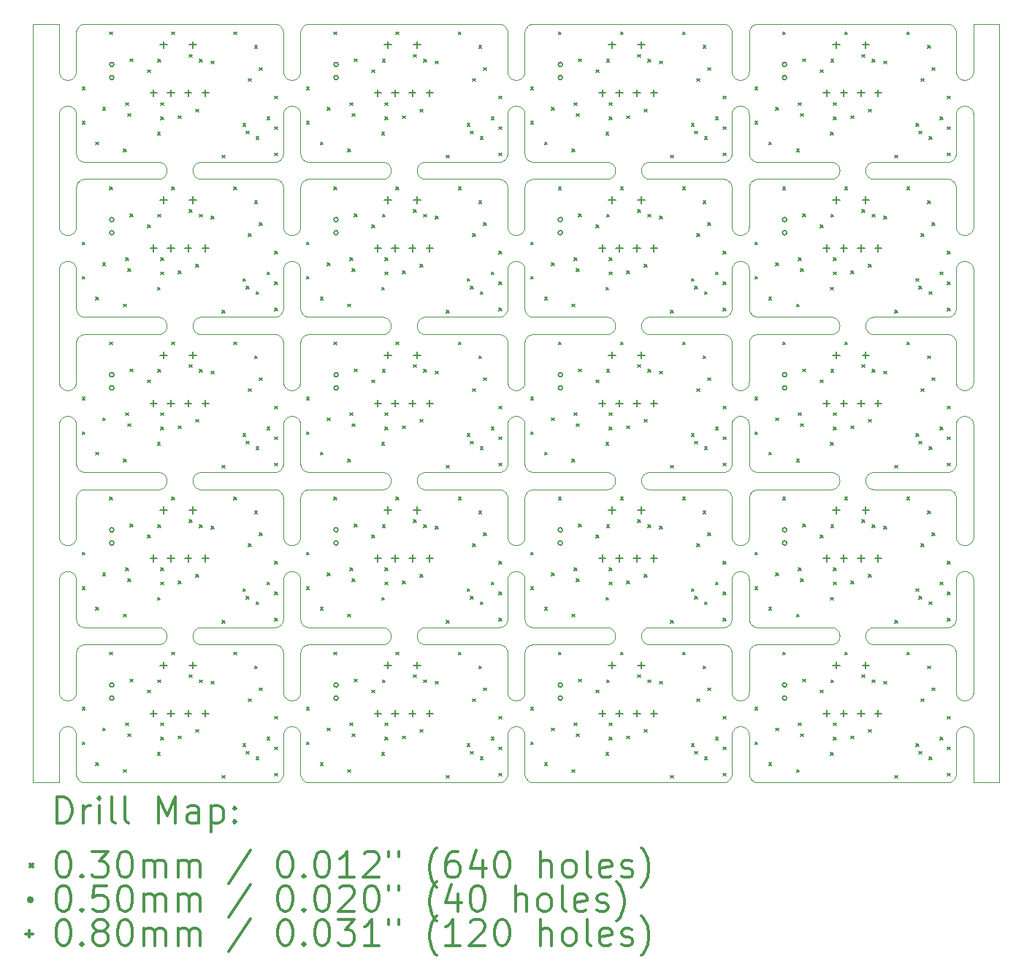
<source format=gbr>
%FSLAX45Y45*%
G04 Gerber Fmt 4.5, Leading zero omitted, Abs format (unit mm)*
G04 Created by KiCad (PCBNEW (5.1.7)-1) date 2021-12-09 11:19:01*
%MOMM*%
%LPD*%
G01*
G04 APERTURE LIST*
%TA.AperFunction,Profile*%
%ADD10C,0.100000*%
%TD*%
%ADD11C,0.200000*%
%ADD12C,0.300000*%
G04 APERTURE END LIST*
D10*
X4799900Y-7350880D02*
X4799900Y-6049120D01*
X4800380Y-7360600D02*
X4799900Y-7350880D01*
X4801800Y-7370220D02*
X4800380Y-7360600D01*
X4804160Y-7379640D02*
X4801800Y-7370220D01*
X4807440Y-7388790D02*
X4804160Y-7379640D01*
X4811590Y-7397570D02*
X4807440Y-7388790D01*
X4816590Y-7405900D02*
X4811590Y-7397570D01*
X4822370Y-7413710D02*
X4816590Y-7405900D01*
X4828900Y-7420900D02*
X4822370Y-7413710D01*
X4836100Y-7427430D02*
X4828900Y-7420900D01*
X4843900Y-7433220D02*
X4836100Y-7427430D01*
X4852230Y-7438210D02*
X4843900Y-7433220D01*
X4861010Y-7442360D02*
X4852230Y-7438210D01*
X4870160Y-7445640D02*
X4861010Y-7442360D01*
X4879590Y-7448000D02*
X4870160Y-7445640D01*
X4889200Y-7449420D02*
X4879590Y-7448000D01*
X4898920Y-7449900D02*
X4889200Y-7449420D01*
X4910600Y-7449420D02*
X4898920Y-7449900D01*
X4920210Y-7448000D02*
X4910600Y-7449420D01*
X4929640Y-7445640D02*
X4920210Y-7448000D01*
X4938790Y-7442360D02*
X4929640Y-7445640D01*
X4947570Y-7438210D02*
X4938790Y-7442360D01*
X4955900Y-7433220D02*
X4947570Y-7438210D01*
X4963700Y-7427430D02*
X4955900Y-7433220D01*
X4970900Y-7420900D02*
X4963700Y-7427430D01*
X4977430Y-7413710D02*
X4970900Y-7420900D01*
X4983210Y-7405900D02*
X4977430Y-7413710D01*
X4988210Y-7397570D02*
X4983210Y-7405900D01*
X4992360Y-7388790D02*
X4988210Y-7397570D01*
X4995640Y-7379640D02*
X4992360Y-7388790D01*
X4998000Y-7370220D02*
X4995640Y-7379640D01*
X4999420Y-7360600D02*
X4998000Y-7370220D01*
X4999900Y-7350880D02*
X4999420Y-7360600D01*
X4999900Y-6900660D02*
X4999900Y-7350880D01*
X5000480Y-6889560D02*
X4999900Y-6900660D01*
X5002120Y-6879220D02*
X5000480Y-6889560D01*
X5004840Y-6869050D02*
X5002120Y-6879220D01*
X5008600Y-6859270D02*
X5004840Y-6869050D01*
X5012710Y-6851120D02*
X5008600Y-6859270D01*
X5014030Y-6848850D02*
X5012710Y-6851120D01*
X5018310Y-6842250D02*
X5014030Y-6848850D01*
X5019840Y-6840140D02*
X5018310Y-6842250D01*
X5025620Y-6833060D02*
X5019840Y-6840140D01*
X5032090Y-6826540D02*
X5025620Y-6833060D01*
X5034040Y-6824780D02*
X5032090Y-6826540D01*
X5041160Y-6819060D02*
X5034040Y-6824780D01*
X5049950Y-6813350D02*
X5041160Y-6819060D01*
X5059330Y-6808580D02*
X5049950Y-6813350D01*
X5067840Y-6805270D02*
X5059330Y-6808580D01*
X5070340Y-6804460D02*
X5067840Y-6805270D01*
X5079170Y-6802130D02*
X5070340Y-6804460D01*
X5088240Y-6800660D02*
X5079170Y-6802130D01*
X5090850Y-6800380D02*
X5088240Y-6800660D01*
X5100010Y-6799910D02*
X5090850Y-6800380D01*
X5950880Y-6799900D02*
X5100010Y-6799910D01*
X5960600Y-6799420D02*
X5950880Y-6799900D01*
X5970210Y-6798000D02*
X5960600Y-6799420D01*
X5979640Y-6795640D02*
X5970210Y-6798000D01*
X5988790Y-6792360D02*
X5979640Y-6795640D01*
X5997570Y-6788210D02*
X5988790Y-6792360D01*
X6005900Y-6783210D02*
X5997570Y-6788210D01*
X6013700Y-6777430D02*
X6005900Y-6783210D01*
X6020900Y-6770900D02*
X6013700Y-6777430D01*
X6027430Y-6763700D02*
X6020900Y-6770900D01*
X6033210Y-6755900D02*
X6027430Y-6763700D01*
X6038210Y-6747570D02*
X6033210Y-6755900D01*
X6042360Y-6738790D02*
X6038210Y-6747570D01*
X6045640Y-6729640D02*
X6042360Y-6738790D01*
X6048000Y-6720210D02*
X6045640Y-6729640D01*
X6049420Y-6710600D02*
X6048000Y-6720210D01*
X6049900Y-6700880D02*
X6049420Y-6710600D01*
X6049420Y-6689400D02*
X6049900Y-6700880D01*
X6048000Y-6679790D02*
X6049420Y-6689400D01*
X6045640Y-6670360D02*
X6048000Y-6679790D01*
X6042360Y-6661210D02*
X6045640Y-6670360D01*
X6038210Y-6652430D02*
X6042360Y-6661210D01*
X6033210Y-6644100D02*
X6038210Y-6652430D01*
X6027430Y-6636300D02*
X6033210Y-6644100D01*
X6020900Y-6629100D02*
X6027430Y-6636300D01*
X6013700Y-6622570D02*
X6020900Y-6629100D01*
X6005900Y-6616790D02*
X6013700Y-6622570D01*
X5997570Y-6611790D02*
X6005900Y-6616790D01*
X5988790Y-6607640D02*
X5997570Y-6611790D01*
X5979640Y-6604360D02*
X5988790Y-6607640D01*
X5970210Y-6602000D02*
X5979640Y-6604360D01*
X5960600Y-6600580D02*
X5970210Y-6602000D01*
X5950880Y-6600100D02*
X5960600Y-6600580D01*
X5100010Y-6600090D02*
X5950880Y-6600100D01*
X5090850Y-6599620D02*
X5100010Y-6600090D01*
X5088240Y-6599350D02*
X5090850Y-6599620D01*
X5079220Y-6597880D02*
X5088240Y-6599350D01*
X5070340Y-6595540D02*
X5079220Y-6597880D01*
X5067840Y-6594730D02*
X5070340Y-6595540D01*
X5059320Y-6591420D02*
X5067840Y-6594730D01*
X5049990Y-6586670D02*
X5059320Y-6591420D01*
X5041160Y-6580940D02*
X5049990Y-6586670D01*
X5034040Y-6575220D02*
X5041160Y-6580940D01*
X5032090Y-6573460D02*
X5034040Y-6575220D01*
X5026520Y-6567890D02*
X5032090Y-6573460D01*
X5024780Y-6565960D02*
X5026520Y-6567890D01*
X5019060Y-6558840D02*
X5024780Y-6565960D01*
X5014030Y-6551150D02*
X5019060Y-6558840D01*
X5012710Y-6548880D02*
X5014030Y-6551150D01*
X5008600Y-6540720D02*
X5012710Y-6548880D01*
X5004840Y-6530940D02*
X5008600Y-6540720D01*
X5002130Y-6520830D02*
X5004840Y-6530940D01*
X5000480Y-6510430D02*
X5002130Y-6520830D01*
X4999900Y-6499350D02*
X5000480Y-6510430D01*
X4999900Y-6049120D02*
X4999900Y-6499350D01*
X4999420Y-6039400D02*
X4999900Y-6049120D01*
X4998000Y-6029790D02*
X4999420Y-6039400D01*
X4995640Y-6020360D02*
X4998000Y-6029790D01*
X4992360Y-6011220D02*
X4995640Y-6020360D01*
X4988210Y-6002430D02*
X4992360Y-6011220D01*
X4983210Y-5994100D02*
X4988210Y-6002430D01*
X4977430Y-5986300D02*
X4983210Y-5994100D01*
X4970900Y-5979100D02*
X4977430Y-5986300D01*
X4963700Y-5972570D02*
X4970900Y-5979100D01*
X4955900Y-5966790D02*
X4963700Y-5972570D01*
X4947570Y-5961790D02*
X4955900Y-5966790D01*
X4938790Y-5957640D02*
X4947570Y-5961790D01*
X4929640Y-5954360D02*
X4938790Y-5957640D01*
X4920210Y-5952000D02*
X4929640Y-5954360D01*
X4910600Y-5950580D02*
X4920210Y-5952000D01*
X4898920Y-5950100D02*
X4910600Y-5950580D01*
X4889200Y-5950580D02*
X4898920Y-5950100D01*
X4879590Y-5952000D02*
X4889200Y-5950580D01*
X4870160Y-5954360D02*
X4879590Y-5952000D01*
X4861010Y-5957640D02*
X4870160Y-5954360D01*
X4852230Y-5961790D02*
X4861010Y-5957640D01*
X4843900Y-5966790D02*
X4852230Y-5961790D01*
X4836100Y-5972570D02*
X4843900Y-5966790D01*
X4828900Y-5979100D02*
X4836100Y-5972570D01*
X4822370Y-5986300D02*
X4828900Y-5979100D01*
X4816590Y-5994100D02*
X4822370Y-5986300D01*
X4811590Y-6002430D02*
X4816590Y-5994100D01*
X4807440Y-6011220D02*
X4811590Y-6002430D01*
X4804160Y-6020360D02*
X4807440Y-6011220D01*
X4801800Y-6029790D02*
X4804160Y-6020360D01*
X4800380Y-6039400D02*
X4801800Y-6029790D01*
X4799900Y-6049120D02*
X4800380Y-6039400D01*
X4799900Y-9150880D02*
X4799900Y-7849130D01*
X4800380Y-9160610D02*
X4799900Y-9150880D01*
X4801800Y-9170220D02*
X4800380Y-9160610D01*
X4804160Y-9179640D02*
X4801800Y-9170220D01*
X4807440Y-9188790D02*
X4804160Y-9179640D01*
X4811590Y-9197570D02*
X4807440Y-9188790D01*
X4816590Y-9205900D02*
X4811590Y-9197570D01*
X4822370Y-9213710D02*
X4816590Y-9205900D01*
X4828900Y-9220900D02*
X4822370Y-9213710D01*
X4836100Y-9227430D02*
X4828900Y-9220900D01*
X4843900Y-9233220D02*
X4836100Y-9227430D01*
X4852230Y-9238210D02*
X4843900Y-9233220D01*
X4861010Y-9242370D02*
X4852230Y-9238210D01*
X4870160Y-9245640D02*
X4861010Y-9242370D01*
X4879590Y-9248000D02*
X4870160Y-9245640D01*
X4889200Y-9249420D02*
X4879590Y-9248000D01*
X4898920Y-9249900D02*
X4889200Y-9249420D01*
X4910600Y-9249420D02*
X4898920Y-9249900D01*
X4920210Y-9248000D02*
X4910600Y-9249420D01*
X4929640Y-9245640D02*
X4920210Y-9248000D01*
X4938790Y-9242370D02*
X4929640Y-9245640D01*
X4947570Y-9238210D02*
X4938790Y-9242370D01*
X4955900Y-9233220D02*
X4947570Y-9238210D01*
X4963700Y-9227430D02*
X4955900Y-9233220D01*
X4970900Y-9220900D02*
X4963700Y-9227430D01*
X4977430Y-9213710D02*
X4970900Y-9220900D01*
X4983210Y-9205900D02*
X4977430Y-9213710D01*
X4988210Y-9197570D02*
X4983210Y-9205900D01*
X4992360Y-9188790D02*
X4988210Y-9197570D01*
X4995640Y-9179640D02*
X4992360Y-9188790D01*
X4998000Y-9170220D02*
X4995640Y-9179640D01*
X4999420Y-9160610D02*
X4998000Y-9170220D01*
X4999900Y-9150880D02*
X4999420Y-9160610D01*
X4999900Y-8700660D02*
X4999900Y-9150880D01*
X5000480Y-8689570D02*
X4999900Y-8700660D01*
X5002120Y-8679220D02*
X5000480Y-8689570D01*
X5004840Y-8669050D02*
X5002120Y-8679220D01*
X5008600Y-8659280D02*
X5004840Y-8669050D01*
X5012710Y-8651130D02*
X5008600Y-8659280D01*
X5014030Y-8648850D02*
X5012710Y-8651130D01*
X5018310Y-8642250D02*
X5014030Y-8648850D01*
X5019840Y-8640140D02*
X5018310Y-8642250D01*
X5025620Y-8633060D02*
X5019840Y-8640140D01*
X5032090Y-8626540D02*
X5025620Y-8633060D01*
X5034040Y-8624790D02*
X5032090Y-8626540D01*
X5041160Y-8619060D02*
X5034040Y-8624790D01*
X5049950Y-8613350D02*
X5041160Y-8619060D01*
X5059330Y-8608580D02*
X5049950Y-8613350D01*
X5067840Y-8605270D02*
X5059330Y-8608580D01*
X5070340Y-8604460D02*
X5067840Y-8605270D01*
X5079170Y-8602130D02*
X5070340Y-8604460D01*
X5088240Y-8600660D02*
X5079170Y-8602130D01*
X5090850Y-8600380D02*
X5088240Y-8600660D01*
X5100010Y-8599910D02*
X5090850Y-8600380D01*
X5950880Y-8599900D02*
X5100010Y-8599910D01*
X5960600Y-8599420D02*
X5950880Y-8599900D01*
X5970210Y-8598000D02*
X5960600Y-8599420D01*
X5979640Y-8595640D02*
X5970210Y-8598000D01*
X5988790Y-8592360D02*
X5979640Y-8595640D01*
X5997570Y-8588210D02*
X5988790Y-8592360D01*
X6005900Y-8583220D02*
X5997570Y-8588210D01*
X6013700Y-8577430D02*
X6005900Y-8583220D01*
X6020900Y-8570900D02*
X6013700Y-8577430D01*
X6027430Y-8563700D02*
X6020900Y-8570900D01*
X6033210Y-8555900D02*
X6027430Y-8563700D01*
X6038210Y-8547570D02*
X6033210Y-8555900D01*
X6042360Y-8538790D02*
X6038210Y-8547570D01*
X6045640Y-8529640D02*
X6042360Y-8538790D01*
X6048000Y-8520210D02*
X6045640Y-8529640D01*
X6049420Y-8510600D02*
X6048000Y-8520210D01*
X6049900Y-8500880D02*
X6049420Y-8510600D01*
X6049420Y-8489400D02*
X6049900Y-8500880D01*
X6048000Y-8479790D02*
X6049420Y-8489400D01*
X6045640Y-8470360D02*
X6048000Y-8479790D01*
X6042360Y-8461220D02*
X6045640Y-8470360D01*
X6038210Y-8452430D02*
X6042360Y-8461220D01*
X6033210Y-8444100D02*
X6038210Y-8452430D01*
X6027430Y-8436300D02*
X6033210Y-8444100D01*
X6020900Y-8429100D02*
X6027430Y-8436300D01*
X6013700Y-8422570D02*
X6020900Y-8429100D01*
X6005900Y-8416790D02*
X6013700Y-8422570D01*
X5997570Y-8411790D02*
X6005900Y-8416790D01*
X5988790Y-8407640D02*
X5997570Y-8411790D01*
X5979640Y-8404360D02*
X5988790Y-8407640D01*
X5970210Y-8402000D02*
X5979640Y-8404360D01*
X5960600Y-8400580D02*
X5970210Y-8402000D01*
X5950880Y-8400100D02*
X5960600Y-8400580D01*
X5100010Y-8400090D02*
X5950880Y-8400100D01*
X5090850Y-8399620D02*
X5100010Y-8400090D01*
X5088240Y-8399350D02*
X5090850Y-8399620D01*
X5079220Y-8397880D02*
X5088240Y-8399350D01*
X5070340Y-8395540D02*
X5079220Y-8397880D01*
X5067840Y-8394730D02*
X5070340Y-8395540D01*
X5059320Y-8391420D02*
X5067840Y-8394730D01*
X5049990Y-8386670D02*
X5059320Y-8391420D01*
X5041160Y-8380940D02*
X5049990Y-8386670D01*
X5034040Y-8375220D02*
X5041160Y-8380940D01*
X5032090Y-8373460D02*
X5034040Y-8375220D01*
X5026520Y-8367890D02*
X5032090Y-8373460D01*
X5024780Y-8365960D02*
X5026520Y-8367890D01*
X5019060Y-8358840D02*
X5024780Y-8365960D01*
X5014030Y-8351160D02*
X5019060Y-8358840D01*
X5012710Y-8348880D02*
X5014030Y-8351160D01*
X5008600Y-8340720D02*
X5012710Y-8348880D01*
X5004840Y-8330950D02*
X5008600Y-8340720D01*
X5002130Y-8320830D02*
X5004840Y-8330950D01*
X5000480Y-8310430D02*
X5002130Y-8320830D01*
X4999900Y-8299350D02*
X5000480Y-8310430D01*
X4999900Y-7849130D02*
X4999900Y-8299350D01*
X4999420Y-7839400D02*
X4999900Y-7849130D01*
X4998000Y-7829790D02*
X4999420Y-7839400D01*
X4995640Y-7820360D02*
X4998000Y-7829790D01*
X4992360Y-7811220D02*
X4995640Y-7820360D01*
X4988210Y-7802430D02*
X4992360Y-7811220D01*
X4983210Y-7794100D02*
X4988210Y-7802430D01*
X4977430Y-7786300D02*
X4983210Y-7794100D01*
X4970900Y-7779100D02*
X4977430Y-7786300D01*
X4963700Y-7772570D02*
X4970900Y-7779100D01*
X4955900Y-7766790D02*
X4963700Y-7772570D01*
X4947570Y-7761790D02*
X4955900Y-7766790D01*
X4938790Y-7757640D02*
X4947570Y-7761790D01*
X4929640Y-7754370D02*
X4938790Y-7757640D01*
X4920210Y-7752000D02*
X4929640Y-7754370D01*
X4910600Y-7750580D02*
X4920210Y-7752000D01*
X4898920Y-7750100D02*
X4910600Y-7750580D01*
X4889200Y-7750580D02*
X4898920Y-7750100D01*
X4879590Y-7752000D02*
X4889200Y-7750580D01*
X4870160Y-7754370D02*
X4879590Y-7752000D01*
X4861010Y-7757640D02*
X4870160Y-7754370D01*
X4852230Y-7761790D02*
X4861010Y-7757640D01*
X4843900Y-7766790D02*
X4852230Y-7761790D01*
X4836100Y-7772570D02*
X4843900Y-7766790D01*
X4828900Y-7779100D02*
X4836100Y-7772570D01*
X4822370Y-7786300D02*
X4828900Y-7779100D01*
X4816590Y-7794100D02*
X4822370Y-7786300D01*
X4811590Y-7802430D02*
X4816590Y-7794100D01*
X4807440Y-7811220D02*
X4811590Y-7802430D01*
X4804160Y-7820360D02*
X4807440Y-7811220D01*
X4801800Y-7829790D02*
X4804160Y-7820360D01*
X4800380Y-7839400D02*
X4801800Y-7829790D01*
X4799900Y-7849130D02*
X4800380Y-7839400D01*
X4799900Y-10950880D02*
X4799900Y-9649130D01*
X4800380Y-10960610D02*
X4799900Y-10950880D01*
X4801800Y-10970220D02*
X4800380Y-10960610D01*
X4804160Y-10979640D02*
X4801800Y-10970220D01*
X4807440Y-10988790D02*
X4804160Y-10979640D01*
X4811590Y-10997570D02*
X4807440Y-10988790D01*
X4816590Y-11005900D02*
X4811590Y-10997570D01*
X4822370Y-11013710D02*
X4816590Y-11005900D01*
X4828900Y-11020910D02*
X4822370Y-11013710D01*
X4836100Y-11027430D02*
X4828900Y-11020910D01*
X4843900Y-11033220D02*
X4836100Y-11027430D01*
X4852230Y-11038210D02*
X4843900Y-11033220D01*
X4861010Y-11042370D02*
X4852230Y-11038210D01*
X4870160Y-11045640D02*
X4861010Y-11042370D01*
X4879590Y-11048000D02*
X4870160Y-11045640D01*
X4889200Y-11049430D02*
X4879590Y-11048000D01*
X4898920Y-11049900D02*
X4889200Y-11049430D01*
X4910600Y-11049430D02*
X4898920Y-11049900D01*
X4920210Y-11048000D02*
X4910600Y-11049430D01*
X4929640Y-11045640D02*
X4920210Y-11048000D01*
X4938790Y-11042370D02*
X4929640Y-11045640D01*
X4947570Y-11038210D02*
X4938790Y-11042370D01*
X4955900Y-11033220D02*
X4947570Y-11038210D01*
X4963700Y-11027430D02*
X4955900Y-11033220D01*
X4970900Y-11020910D02*
X4963700Y-11027430D01*
X4977430Y-11013710D02*
X4970900Y-11020910D01*
X4983210Y-11005900D02*
X4977430Y-11013710D01*
X4988210Y-10997570D02*
X4983210Y-11005900D01*
X4992360Y-10988790D02*
X4988210Y-10997570D01*
X4995640Y-10979640D02*
X4992360Y-10988790D01*
X4998000Y-10970220D02*
X4995640Y-10979640D01*
X4999420Y-10960610D02*
X4998000Y-10970220D01*
X4999900Y-10950880D02*
X4999420Y-10960610D01*
X4999900Y-10500660D02*
X4999900Y-10950880D01*
X5000480Y-10489570D02*
X4999900Y-10500660D01*
X5002120Y-10479220D02*
X5000480Y-10489570D01*
X5004840Y-10469050D02*
X5002120Y-10479220D01*
X5008600Y-10459280D02*
X5004840Y-10469050D01*
X5012710Y-10451130D02*
X5008600Y-10459280D01*
X5014030Y-10448850D02*
X5012710Y-10451130D01*
X5018310Y-10442250D02*
X5014030Y-10448850D01*
X5019840Y-10440140D02*
X5018310Y-10442250D01*
X5025620Y-10433060D02*
X5019840Y-10440140D01*
X5032090Y-10426550D02*
X5025620Y-10433060D01*
X5034040Y-10424790D02*
X5032090Y-10426550D01*
X5041160Y-10419060D02*
X5034040Y-10424790D01*
X5049950Y-10413360D02*
X5041160Y-10419060D01*
X5059330Y-10408580D02*
X5049950Y-10413360D01*
X5067840Y-10405270D02*
X5059330Y-10408580D01*
X5070340Y-10404460D02*
X5067840Y-10405270D01*
X5079170Y-10402130D02*
X5070340Y-10404460D01*
X5088240Y-10400660D02*
X5079170Y-10402130D01*
X5090850Y-10400380D02*
X5088240Y-10400660D01*
X5100010Y-10399910D02*
X5090850Y-10400380D01*
X5950880Y-10399900D02*
X5100010Y-10399910D01*
X5960600Y-10399420D02*
X5950880Y-10399900D01*
X5970210Y-10398000D02*
X5960600Y-10399420D01*
X5979640Y-10395640D02*
X5970210Y-10398000D01*
X5988790Y-10392360D02*
X5979640Y-10395640D01*
X5997570Y-10388210D02*
X5988790Y-10392360D01*
X6005900Y-10383220D02*
X5997570Y-10388210D01*
X6013700Y-10377430D02*
X6005900Y-10383220D01*
X6020900Y-10370900D02*
X6013700Y-10377430D01*
X6027430Y-10363710D02*
X6020900Y-10370900D01*
X6033210Y-10355900D02*
X6027430Y-10363710D01*
X6038210Y-10347570D02*
X6033210Y-10355900D01*
X6042360Y-10338790D02*
X6038210Y-10347570D01*
X6045640Y-10329640D02*
X6042360Y-10338790D01*
X6048000Y-10320210D02*
X6045640Y-10329640D01*
X6049420Y-10310600D02*
X6048000Y-10320210D01*
X6049900Y-10300880D02*
X6049420Y-10310600D01*
X6049420Y-10289400D02*
X6049900Y-10300880D01*
X6048000Y-10279790D02*
X6049420Y-10289400D01*
X6045640Y-10270360D02*
X6048000Y-10279790D01*
X6042360Y-10261220D02*
X6045640Y-10270360D01*
X6038210Y-10252430D02*
X6042360Y-10261220D01*
X6033210Y-10244100D02*
X6038210Y-10252430D01*
X6027430Y-10236300D02*
X6033210Y-10244100D01*
X6020900Y-10229100D02*
X6027430Y-10236300D01*
X6013700Y-10222570D02*
X6020900Y-10229100D01*
X6005900Y-10216790D02*
X6013700Y-10222570D01*
X5997570Y-10211790D02*
X6005900Y-10216790D01*
X5988790Y-10207640D02*
X5997570Y-10211790D01*
X5979640Y-10204370D02*
X5988790Y-10207640D01*
X5970210Y-10202000D02*
X5979640Y-10204370D01*
X5960600Y-10200580D02*
X5970210Y-10202000D01*
X5950880Y-10200100D02*
X5960600Y-10200580D01*
X5100010Y-10200090D02*
X5950880Y-10200100D01*
X5090850Y-10199620D02*
X5100010Y-10200090D01*
X5088240Y-10199350D02*
X5090850Y-10199620D01*
X5079220Y-10197890D02*
X5088240Y-10199350D01*
X5070340Y-10195540D02*
X5079220Y-10197890D01*
X5067840Y-10194730D02*
X5070340Y-10195540D01*
X5059320Y-10191430D02*
X5067840Y-10194730D01*
X5049990Y-10186670D02*
X5059320Y-10191430D01*
X5041160Y-10180940D02*
X5049990Y-10186670D01*
X5034040Y-10175220D02*
X5041160Y-10180940D01*
X5032090Y-10173460D02*
X5034040Y-10175220D01*
X5026520Y-10167890D02*
X5032090Y-10173460D01*
X5024780Y-10165960D02*
X5026520Y-10167890D01*
X5019060Y-10158840D02*
X5024780Y-10165960D01*
X5014030Y-10151160D02*
X5019060Y-10158840D01*
X5012710Y-10148880D02*
X5014030Y-10151160D01*
X5008600Y-10140720D02*
X5012710Y-10148880D01*
X5004840Y-10130950D02*
X5008600Y-10140720D01*
X5002130Y-10120830D02*
X5004840Y-10130950D01*
X5000480Y-10110430D02*
X5002130Y-10120830D01*
X4999900Y-10099350D02*
X5000480Y-10110430D01*
X4999900Y-9649130D02*
X4999900Y-10099350D01*
X4999420Y-9639400D02*
X4999900Y-9649130D01*
X4998000Y-9629790D02*
X4999420Y-9639400D01*
X4995640Y-9620360D02*
X4998000Y-9629790D01*
X4992360Y-9611220D02*
X4995640Y-9620360D01*
X4988210Y-9602430D02*
X4992360Y-9611220D01*
X4983210Y-9594100D02*
X4988210Y-9602430D01*
X4977430Y-9586300D02*
X4983210Y-9594100D01*
X4970900Y-9579100D02*
X4977430Y-9586300D01*
X4963700Y-9572580D02*
X4970900Y-9579100D01*
X4955900Y-9566790D02*
X4963700Y-9572580D01*
X4947570Y-9561790D02*
X4955900Y-9566790D01*
X4938790Y-9557640D02*
X4947570Y-9561790D01*
X4929640Y-9554370D02*
X4938790Y-9557640D01*
X4920210Y-9552010D02*
X4929640Y-9554370D01*
X4910600Y-9550580D02*
X4920210Y-9552010D01*
X4898920Y-9550100D02*
X4910600Y-9550580D01*
X4889200Y-9550580D02*
X4898920Y-9550100D01*
X4879590Y-9552010D02*
X4889200Y-9550580D01*
X4870160Y-9554370D02*
X4879590Y-9552010D01*
X4861010Y-9557640D02*
X4870160Y-9554370D01*
X4852230Y-9561790D02*
X4861010Y-9557640D01*
X4843900Y-9566790D02*
X4852230Y-9561790D01*
X4836100Y-9572580D02*
X4843900Y-9566790D01*
X4828900Y-9579100D02*
X4836100Y-9572580D01*
X4822370Y-9586300D02*
X4828900Y-9579100D01*
X4816590Y-9594100D02*
X4822370Y-9586300D01*
X4811590Y-9602430D02*
X4816590Y-9594100D01*
X4807440Y-9611220D02*
X4811590Y-9602430D01*
X4804160Y-9620360D02*
X4807440Y-9611220D01*
X4801800Y-9629790D02*
X4804160Y-9620360D01*
X4800380Y-9639400D02*
X4801800Y-9629790D01*
X4799900Y-9649130D02*
X4800380Y-9639400D01*
X4799900Y-12750880D02*
X4799900Y-11449130D01*
X4800380Y-12760610D02*
X4799900Y-12750880D01*
X4801800Y-12770220D02*
X4800380Y-12760610D01*
X4804160Y-12779640D02*
X4801800Y-12770220D01*
X4807440Y-12788790D02*
X4804160Y-12779640D01*
X4811590Y-12797570D02*
X4807440Y-12788790D01*
X4816590Y-12805900D02*
X4811590Y-12797570D01*
X4822370Y-12813710D02*
X4816590Y-12805900D01*
X4828900Y-12820910D02*
X4822370Y-12813710D01*
X4836100Y-12827430D02*
X4828900Y-12820910D01*
X4843900Y-12833220D02*
X4836100Y-12827430D01*
X4852230Y-12838210D02*
X4843900Y-12833220D01*
X4861010Y-12842370D02*
X4852230Y-12838210D01*
X4870160Y-12845640D02*
X4861010Y-12842370D01*
X4879590Y-12848000D02*
X4870160Y-12845640D01*
X4889200Y-12849430D02*
X4879590Y-12848000D01*
X4898920Y-12849900D02*
X4889200Y-12849430D01*
X4910600Y-12849430D02*
X4898920Y-12849900D01*
X4920210Y-12848000D02*
X4910600Y-12849430D01*
X4929640Y-12845640D02*
X4920210Y-12848000D01*
X4938790Y-12842370D02*
X4929640Y-12845640D01*
X4947570Y-12838210D02*
X4938790Y-12842370D01*
X4955900Y-12833220D02*
X4947570Y-12838210D01*
X4963700Y-12827430D02*
X4955900Y-12833220D01*
X4970900Y-12820910D02*
X4963700Y-12827430D01*
X4977430Y-12813710D02*
X4970900Y-12820910D01*
X4983210Y-12805900D02*
X4977430Y-12813710D01*
X4988210Y-12797570D02*
X4983210Y-12805900D01*
X4992360Y-12788790D02*
X4988210Y-12797570D01*
X4995640Y-12779640D02*
X4992360Y-12788790D01*
X4998000Y-12770220D02*
X4995640Y-12779640D01*
X4999420Y-12760610D02*
X4998000Y-12770220D01*
X4999900Y-12750880D02*
X4999420Y-12760610D01*
X4999900Y-12300660D02*
X4999900Y-12750880D01*
X5000480Y-12289570D02*
X4999900Y-12300660D01*
X5002120Y-12279220D02*
X5000480Y-12289570D01*
X5004840Y-12269050D02*
X5002120Y-12279220D01*
X5008600Y-12259280D02*
X5004840Y-12269050D01*
X5012710Y-12251130D02*
X5008600Y-12259280D01*
X5014030Y-12248850D02*
X5012710Y-12251130D01*
X5018310Y-12242250D02*
X5014030Y-12248850D01*
X5019840Y-12240140D02*
X5018310Y-12242250D01*
X5025620Y-12233060D02*
X5019840Y-12240140D01*
X5032090Y-12226550D02*
X5025620Y-12233060D01*
X5034040Y-12224790D02*
X5032090Y-12226550D01*
X5041160Y-12219060D02*
X5034040Y-12224790D01*
X5049950Y-12213360D02*
X5041160Y-12219060D01*
X5059330Y-12208580D02*
X5049950Y-12213360D01*
X5067840Y-12205270D02*
X5059330Y-12208580D01*
X5070340Y-12204460D02*
X5067840Y-12205270D01*
X5079170Y-12202130D02*
X5070340Y-12204460D01*
X5088240Y-12200660D02*
X5079170Y-12202130D01*
X5090840Y-12200380D02*
X5088240Y-12200660D01*
X5100010Y-12199910D02*
X5090840Y-12200380D01*
X5950880Y-12199900D02*
X5100010Y-12199910D01*
X5960600Y-12199420D02*
X5950880Y-12199900D01*
X5970210Y-12198000D02*
X5960600Y-12199420D01*
X5979640Y-12195640D02*
X5970210Y-12198000D01*
X5988790Y-12192360D02*
X5979640Y-12195640D01*
X5997570Y-12188210D02*
X5988790Y-12192360D01*
X6005900Y-12183220D02*
X5997570Y-12188210D01*
X6013700Y-12177430D02*
X6005900Y-12183220D01*
X6020900Y-12170900D02*
X6013700Y-12177430D01*
X6027430Y-12163710D02*
X6020900Y-12170900D01*
X6033210Y-12155900D02*
X6027430Y-12163710D01*
X6038210Y-12147570D02*
X6033210Y-12155900D01*
X6042360Y-12138790D02*
X6038210Y-12147570D01*
X6045640Y-12129640D02*
X6042360Y-12138790D01*
X6048000Y-12120220D02*
X6045640Y-12129640D01*
X6049420Y-12110610D02*
X6048000Y-12120220D01*
X6049900Y-12100880D02*
X6049420Y-12110610D01*
X6049420Y-12089400D02*
X6049900Y-12100880D01*
X6048000Y-12079790D02*
X6049420Y-12089400D01*
X6045640Y-12070360D02*
X6048000Y-12079790D01*
X6042360Y-12061220D02*
X6045640Y-12070360D01*
X6038210Y-12052430D02*
X6042360Y-12061220D01*
X6033210Y-12044100D02*
X6038210Y-12052430D01*
X6027430Y-12036300D02*
X6033210Y-12044100D01*
X6020900Y-12029100D02*
X6027430Y-12036300D01*
X6013700Y-12022570D02*
X6020900Y-12029100D01*
X6005900Y-12016790D02*
X6013700Y-12022570D01*
X5997570Y-12011790D02*
X6005900Y-12016790D01*
X5988790Y-12007640D02*
X5997570Y-12011790D01*
X5979640Y-12004370D02*
X5988790Y-12007640D01*
X5970210Y-12002010D02*
X5979640Y-12004370D01*
X5960600Y-12000580D02*
X5970210Y-12002010D01*
X5950880Y-12000100D02*
X5960600Y-12000580D01*
X5100010Y-12000090D02*
X5950880Y-12000100D01*
X5090850Y-11999620D02*
X5100010Y-12000090D01*
X5088240Y-11999350D02*
X5090850Y-11999620D01*
X5079220Y-11997890D02*
X5088240Y-11999350D01*
X5070340Y-11995540D02*
X5079220Y-11997890D01*
X5067840Y-11994730D02*
X5070340Y-11995540D01*
X5059320Y-11991430D02*
X5067840Y-11994730D01*
X5049990Y-11986670D02*
X5059320Y-11991430D01*
X5041160Y-11980940D02*
X5049990Y-11986670D01*
X5034040Y-11975220D02*
X5041160Y-11980940D01*
X5032090Y-11973460D02*
X5034040Y-11975220D01*
X5026520Y-11967900D02*
X5032090Y-11973460D01*
X5024780Y-11965960D02*
X5026520Y-11967900D01*
X5019060Y-11958840D02*
X5024780Y-11965960D01*
X5014030Y-11951160D02*
X5019060Y-11958840D01*
X5012710Y-11948880D02*
X5014030Y-11951160D01*
X5008600Y-11940720D02*
X5012710Y-11948880D01*
X5004840Y-11930950D02*
X5008600Y-11940720D01*
X5002130Y-11920830D02*
X5004840Y-11930950D01*
X5000480Y-11910430D02*
X5002130Y-11920830D01*
X4999900Y-11899350D02*
X5000480Y-11910430D01*
X4999900Y-11449130D02*
X4999900Y-11899350D01*
X4999420Y-11439400D02*
X4999900Y-11449130D01*
X4998000Y-11429790D02*
X4999420Y-11439400D01*
X4995640Y-11420370D02*
X4998000Y-11429790D01*
X4992360Y-11411220D02*
X4995640Y-11420370D01*
X4988210Y-11402440D02*
X4992360Y-11411220D01*
X4983210Y-11394100D02*
X4988210Y-11402440D01*
X4977430Y-11386300D02*
X4983210Y-11394100D01*
X4970900Y-11379100D02*
X4977430Y-11386300D01*
X4963700Y-11372580D02*
X4970900Y-11379100D01*
X4955900Y-11366790D02*
X4963700Y-11372580D01*
X4947570Y-11361790D02*
X4955900Y-11366790D01*
X4938790Y-11357640D02*
X4947570Y-11361790D01*
X4929640Y-11354370D02*
X4938790Y-11357640D01*
X4920210Y-11352010D02*
X4929640Y-11354370D01*
X4910600Y-11350580D02*
X4920210Y-11352010D01*
X4898920Y-11350100D02*
X4910600Y-11350580D01*
X4889200Y-11350580D02*
X4898920Y-11350100D01*
X4879590Y-11352010D02*
X4889200Y-11350580D01*
X4870160Y-11354370D02*
X4879590Y-11352010D01*
X4861010Y-11357640D02*
X4870160Y-11354370D01*
X4852230Y-11361790D02*
X4861010Y-11357640D01*
X4843900Y-11366790D02*
X4852230Y-11361790D01*
X4836100Y-11372580D02*
X4843900Y-11366790D01*
X4828900Y-11379100D02*
X4836100Y-11372580D01*
X4822370Y-11386300D02*
X4828900Y-11379100D01*
X4816590Y-11394100D02*
X4822370Y-11386300D01*
X4811590Y-11402440D02*
X4816590Y-11394100D01*
X4807440Y-11411220D02*
X4811590Y-11402440D01*
X4804160Y-11420370D02*
X4807440Y-11411220D01*
X4801800Y-11429790D02*
X4804160Y-11420370D01*
X4800380Y-11439400D02*
X4801800Y-11429790D01*
X4799900Y-11449130D02*
X4800380Y-11439400D01*
X6350580Y-10310610D02*
X6350100Y-10299130D01*
X6352000Y-10320220D02*
X6350580Y-10310610D01*
X6354360Y-10329640D02*
X6352000Y-10320220D01*
X6357640Y-10338790D02*
X6354360Y-10329640D01*
X6361790Y-10347570D02*
X6357640Y-10338790D01*
X6366790Y-10355900D02*
X6361790Y-10347570D01*
X6372570Y-10363710D02*
X6366790Y-10355900D01*
X6379100Y-10370900D02*
X6372570Y-10363710D01*
X6386300Y-10377430D02*
X6379100Y-10370900D01*
X6394100Y-10383220D02*
X6386300Y-10377430D01*
X6402430Y-10388210D02*
X6394100Y-10383220D01*
X6411220Y-10392360D02*
X6402430Y-10388210D01*
X6420360Y-10395640D02*
X6411220Y-10392360D01*
X6429790Y-10398000D02*
X6420360Y-10395640D01*
X6439400Y-10399420D02*
X6429790Y-10398000D01*
X6449120Y-10399900D02*
X6439400Y-10399420D01*
X7299990Y-10399910D02*
X6449120Y-10399900D01*
X7310440Y-10400480D02*
X7299990Y-10399910D01*
X7319510Y-10401880D02*
X7310440Y-10400480D01*
X7322080Y-10402430D02*
X7319510Y-10401880D01*
X7330900Y-10404830D02*
X7322080Y-10402430D01*
X7339490Y-10408080D02*
X7330900Y-10404830D01*
X7341890Y-10409150D02*
X7339490Y-10408080D01*
X7350010Y-10413330D02*
X7341890Y-10409150D01*
X7357730Y-10418300D02*
X7350010Y-10413330D01*
X7359860Y-10419850D02*
X7357730Y-10418300D01*
X7366940Y-10425620D02*
X7359860Y-10419850D01*
X7374350Y-10433030D02*
X7366940Y-10425620D01*
X7380940Y-10441170D02*
X7374350Y-10433030D01*
X7386650Y-10449950D02*
X7380940Y-10441170D01*
X7391400Y-10459280D02*
X7386650Y-10449950D01*
X7395160Y-10469060D02*
X7391400Y-10459280D01*
X7397870Y-10479180D02*
X7395160Y-10469060D01*
X7399520Y-10489570D02*
X7397870Y-10479180D01*
X7400100Y-10500650D02*
X7399520Y-10489570D01*
X7400100Y-10950880D02*
X7400100Y-10500650D01*
X7400580Y-10960610D02*
X7400100Y-10950880D01*
X7402000Y-10970220D02*
X7400580Y-10960610D01*
X7404360Y-10979640D02*
X7402000Y-10970220D01*
X7407640Y-10988790D02*
X7404360Y-10979640D01*
X7411790Y-10997570D02*
X7407640Y-10988790D01*
X7416790Y-11005900D02*
X7411790Y-10997570D01*
X7422570Y-11013710D02*
X7416790Y-11005900D01*
X7429100Y-11020910D02*
X7422570Y-11013710D01*
X7436300Y-11027430D02*
X7429100Y-11020910D01*
X7444100Y-11033220D02*
X7436300Y-11027430D01*
X7452430Y-11038210D02*
X7444100Y-11033220D01*
X7461210Y-11042370D02*
X7452430Y-11038210D01*
X7470360Y-11045640D02*
X7461210Y-11042370D01*
X7479790Y-11048000D02*
X7470360Y-11045640D01*
X7489400Y-11049430D02*
X7479790Y-11048000D01*
X7499120Y-11049900D02*
X7489400Y-11049430D01*
X7510600Y-11049430D02*
X7499120Y-11049900D01*
X7520210Y-11048000D02*
X7510600Y-11049430D01*
X7529640Y-11045640D02*
X7520210Y-11048000D01*
X7538790Y-11042370D02*
X7529640Y-11045640D01*
X7547570Y-11038210D02*
X7538790Y-11042370D01*
X7555900Y-11033220D02*
X7547570Y-11038210D01*
X7563700Y-11027430D02*
X7555900Y-11033220D01*
X7570900Y-11020910D02*
X7563700Y-11027430D01*
X7577430Y-11013710D02*
X7570900Y-11020910D01*
X7583220Y-11005900D02*
X7577430Y-11013710D01*
X7588210Y-10997570D02*
X7583220Y-11005900D01*
X7592360Y-10988790D02*
X7588210Y-10997570D01*
X7595640Y-10979640D02*
X7592360Y-10988790D01*
X7598000Y-10970220D02*
X7595640Y-10979640D01*
X7599420Y-10960610D02*
X7598000Y-10970220D01*
X7599900Y-10950880D02*
X7599420Y-10960610D01*
X7599900Y-10500660D02*
X7599900Y-10950880D01*
X7600480Y-10489570D02*
X7599900Y-10500660D01*
X7602120Y-10479220D02*
X7600480Y-10489570D01*
X7604830Y-10469100D02*
X7602120Y-10479220D01*
X7608580Y-10459320D02*
X7604830Y-10469100D01*
X7613360Y-10449950D02*
X7608580Y-10459320D01*
X7619060Y-10441160D02*
X7613360Y-10449950D01*
X7625660Y-10433020D02*
X7619060Y-10441160D01*
X7633070Y-10425620D02*
X7625660Y-10433020D01*
X7640140Y-10419850D02*
X7633070Y-10425620D01*
X7642270Y-10418300D02*
X7640140Y-10419850D01*
X7649950Y-10413360D02*
X7642270Y-10418300D01*
X7658110Y-10409150D02*
X7649950Y-10413360D01*
X7660510Y-10408090D02*
X7658110Y-10409150D01*
X7669110Y-10404830D02*
X7660510Y-10408090D01*
X7677920Y-10402430D02*
X7669110Y-10404830D01*
X7680490Y-10401880D02*
X7677920Y-10402430D01*
X7689570Y-10400480D02*
X7680490Y-10401880D01*
X7700010Y-10399910D02*
X7689570Y-10400480D01*
X8550880Y-10399900D02*
X7700010Y-10399910D01*
X8560600Y-10399420D02*
X8550880Y-10399900D01*
X8570210Y-10398000D02*
X8560600Y-10399420D01*
X8579640Y-10395640D02*
X8570210Y-10398000D01*
X8588790Y-10392360D02*
X8579640Y-10395640D01*
X8597570Y-10388210D02*
X8588790Y-10392360D01*
X8605900Y-10383220D02*
X8597570Y-10388210D01*
X8613710Y-10377430D02*
X8605900Y-10383220D01*
X8620900Y-10370900D02*
X8613710Y-10377430D01*
X8627430Y-10363710D02*
X8620900Y-10370900D01*
X8633220Y-10355900D02*
X8627430Y-10363710D01*
X8638210Y-10347570D02*
X8633220Y-10355900D01*
X8642360Y-10338790D02*
X8638210Y-10347570D01*
X8645640Y-10329640D02*
X8642360Y-10338790D01*
X8648000Y-10320210D02*
X8645640Y-10329640D01*
X8649420Y-10310600D02*
X8648000Y-10320210D01*
X8649900Y-10300880D02*
X8649420Y-10310600D01*
X8649420Y-10289400D02*
X8649900Y-10300880D01*
X8648000Y-10279790D02*
X8649420Y-10289400D01*
X8645640Y-10270360D02*
X8648000Y-10279790D01*
X8642360Y-10261220D02*
X8645640Y-10270360D01*
X8638210Y-10252430D02*
X8642360Y-10261220D01*
X8633220Y-10244100D02*
X8638210Y-10252430D01*
X8627430Y-10236300D02*
X8633220Y-10244100D01*
X8620900Y-10229100D02*
X8627430Y-10236300D01*
X8613710Y-10222570D02*
X8620900Y-10229100D01*
X8605900Y-10216790D02*
X8613710Y-10222570D01*
X8597570Y-10211790D02*
X8605900Y-10216790D01*
X8588790Y-10207640D02*
X8597570Y-10211790D01*
X8579640Y-10204370D02*
X8588790Y-10207640D01*
X8570210Y-10202000D02*
X8579640Y-10204370D01*
X8560600Y-10200580D02*
X8570210Y-10202000D01*
X8550880Y-10200100D02*
X8560600Y-10200580D01*
X7700010Y-10200090D02*
X8550880Y-10200100D01*
X7689560Y-10199520D02*
X7700010Y-10200090D01*
X7680490Y-10198120D02*
X7689560Y-10199520D01*
X7677920Y-10197570D02*
X7680490Y-10198120D01*
X7669100Y-10195180D02*
X7677920Y-10197570D01*
X7660520Y-10191920D02*
X7669100Y-10195180D01*
X7658120Y-10190850D02*
X7660520Y-10191920D01*
X7649990Y-10186670D02*
X7658120Y-10190850D01*
X7642270Y-10181700D02*
X7649990Y-10186670D01*
X7640140Y-10180160D02*
X7642270Y-10181700D01*
X7633060Y-10174380D02*
X7640140Y-10180160D01*
X7625650Y-10166980D02*
X7633060Y-10174380D01*
X7619060Y-10158840D02*
X7625650Y-10166980D01*
X7613350Y-10150050D02*
X7619060Y-10158840D01*
X7608600Y-10140720D02*
X7613350Y-10150050D01*
X7604840Y-10130950D02*
X7608600Y-10140720D01*
X7602130Y-10120830D02*
X7604840Y-10130950D01*
X7600480Y-10110430D02*
X7602130Y-10120830D01*
X7599900Y-10099340D02*
X7600480Y-10110430D01*
X7599900Y-9649130D02*
X7599900Y-10099340D01*
X7599420Y-9639400D02*
X7599900Y-9649130D01*
X7598000Y-9629790D02*
X7599420Y-9639400D01*
X7595640Y-9620360D02*
X7598000Y-9629790D01*
X7592360Y-9611220D02*
X7595640Y-9620360D01*
X7588210Y-9602430D02*
X7592360Y-9611220D01*
X7583210Y-9594100D02*
X7588210Y-9602430D01*
X7577430Y-9586300D02*
X7583210Y-9594100D01*
X7570900Y-9579100D02*
X7577430Y-9586300D01*
X7563700Y-9572580D02*
X7570900Y-9579100D01*
X7555900Y-9566790D02*
X7563700Y-9572580D01*
X7547570Y-9561790D02*
X7555900Y-9566790D01*
X7538790Y-9557640D02*
X7547570Y-9561790D01*
X7529640Y-9554370D02*
X7538790Y-9557640D01*
X7520210Y-9552010D02*
X7529640Y-9554370D01*
X7510600Y-9550580D02*
X7520210Y-9552010D01*
X7500880Y-9550100D02*
X7510600Y-9550580D01*
X7489400Y-9550580D02*
X7500880Y-9550100D01*
X7479790Y-9552010D02*
X7489400Y-9550580D01*
X7470360Y-9554370D02*
X7479790Y-9552010D01*
X7461210Y-9557640D02*
X7470360Y-9554370D01*
X7452430Y-9561790D02*
X7461210Y-9557640D01*
X7444100Y-9566790D02*
X7452430Y-9561790D01*
X7436300Y-9572580D02*
X7444100Y-9566790D01*
X7429100Y-9579100D02*
X7436300Y-9572580D01*
X7422570Y-9586300D02*
X7429100Y-9579100D01*
X7416790Y-9594100D02*
X7422570Y-9586300D01*
X7411790Y-9602430D02*
X7416790Y-9594100D01*
X7407640Y-9611220D02*
X7411790Y-9602430D01*
X7404360Y-9620360D02*
X7407640Y-9611220D01*
X7402000Y-9629790D02*
X7404360Y-9620360D01*
X7400580Y-9639400D02*
X7402000Y-9629790D01*
X7400100Y-9649130D02*
X7400580Y-9639400D01*
X7400100Y-10099350D02*
X7400100Y-9649130D01*
X7399520Y-10110440D02*
X7400100Y-10099350D01*
X7397880Y-10120780D02*
X7399520Y-10110440D01*
X7395180Y-10130900D02*
X7397880Y-10120780D01*
X7391420Y-10140680D02*
X7395180Y-10130900D01*
X7386640Y-10150060D02*
X7391420Y-10140680D01*
X7380940Y-10158840D02*
X7386640Y-10150060D01*
X7374340Y-10166980D02*
X7380940Y-10158840D01*
X7366940Y-10174380D02*
X7374340Y-10166980D01*
X7359860Y-10180160D02*
X7366940Y-10174380D01*
X7357740Y-10181700D02*
X7359860Y-10180160D01*
X7350050Y-10186650D02*
X7357740Y-10181700D01*
X7341890Y-10190850D02*
X7350050Y-10186650D01*
X7339490Y-10191920D02*
X7341890Y-10190850D01*
X7330890Y-10195180D02*
X7339490Y-10191920D01*
X7322080Y-10197570D02*
X7330890Y-10195180D01*
X7319510Y-10198120D02*
X7322080Y-10197570D01*
X7310430Y-10199520D02*
X7319510Y-10198120D01*
X7299990Y-10200090D02*
X7310430Y-10199520D01*
X6449120Y-10200100D02*
X7299990Y-10200090D01*
X6439400Y-10200580D02*
X6449120Y-10200100D01*
X6429790Y-10202000D02*
X6439400Y-10200580D01*
X6420360Y-10204360D02*
X6429790Y-10202000D01*
X6411220Y-10207640D02*
X6420360Y-10204360D01*
X6402430Y-10211790D02*
X6411220Y-10207640D01*
X6394100Y-10216790D02*
X6402430Y-10211790D01*
X6386300Y-10222570D02*
X6394100Y-10216790D01*
X6379100Y-10229100D02*
X6386300Y-10222570D01*
X6372570Y-10236300D02*
X6379100Y-10229100D01*
X6366790Y-10244100D02*
X6372570Y-10236300D01*
X6361790Y-10252430D02*
X6366790Y-10244100D01*
X6357640Y-10261220D02*
X6361790Y-10252430D01*
X6354360Y-10270360D02*
X6357640Y-10261220D01*
X6352000Y-10279790D02*
X6354360Y-10270360D01*
X6350580Y-10289400D02*
X6352000Y-10279790D01*
X6350100Y-10299130D02*
X6350580Y-10289400D01*
X7299990Y-6799910D02*
X6449120Y-6799900D01*
X7309150Y-6800380D02*
X7299990Y-6799910D01*
X7311760Y-6800650D02*
X7309150Y-6800380D01*
X7320780Y-6802120D02*
X7311760Y-6800650D01*
X7329660Y-6804460D02*
X7320780Y-6802120D01*
X7332160Y-6805270D02*
X7329660Y-6804460D01*
X7340680Y-6808580D02*
X7332160Y-6805270D01*
X7348880Y-6812710D02*
X7340680Y-6808580D01*
X7351130Y-6814010D02*
X7348880Y-6812710D01*
X7358840Y-6819060D02*
X7351130Y-6814010D01*
X7365960Y-6824780D02*
X7358840Y-6819060D01*
X7367910Y-6826540D02*
X7365960Y-6824780D01*
X7373480Y-6832110D02*
X7367910Y-6826540D01*
X7375220Y-6834040D02*
X7373480Y-6832110D01*
X7380940Y-6841170D02*
X7375220Y-6834040D01*
X7385970Y-6848850D02*
X7380940Y-6841170D01*
X7387290Y-6851120D02*
X7385970Y-6848850D01*
X7391400Y-6859280D02*
X7387290Y-6851120D01*
X7395160Y-6869060D02*
X7391400Y-6859280D01*
X7397870Y-6879170D02*
X7395160Y-6869060D01*
X7399520Y-6889570D02*
X7397870Y-6879170D01*
X7400100Y-6900650D02*
X7399520Y-6889570D01*
X7400100Y-7350880D02*
X7400100Y-6900650D01*
X7400580Y-7360600D02*
X7400100Y-7350880D01*
X7402000Y-7370220D02*
X7400580Y-7360600D01*
X7404360Y-7379640D02*
X7402000Y-7370220D01*
X7407640Y-7388790D02*
X7404360Y-7379640D01*
X7411790Y-7397570D02*
X7407640Y-7388790D01*
X7416790Y-7405900D02*
X7411790Y-7397570D01*
X7422570Y-7413710D02*
X7416790Y-7405900D01*
X7429100Y-7420900D02*
X7422570Y-7413710D01*
X7436300Y-7427430D02*
X7429100Y-7420900D01*
X7444100Y-7433220D02*
X7436300Y-7427430D01*
X7452430Y-7438210D02*
X7444100Y-7433220D01*
X7461210Y-7442360D02*
X7452430Y-7438210D01*
X7470360Y-7445640D02*
X7461210Y-7442360D01*
X7479790Y-7448000D02*
X7470360Y-7445640D01*
X7489400Y-7449420D02*
X7479790Y-7448000D01*
X7500880Y-7449900D02*
X7489400Y-7449420D01*
X7510600Y-7449420D02*
X7500880Y-7449900D01*
X7520210Y-7448000D02*
X7510600Y-7449420D01*
X7529640Y-7445640D02*
X7520210Y-7448000D01*
X7538790Y-7442360D02*
X7529640Y-7445640D01*
X7547570Y-7438210D02*
X7538790Y-7442360D01*
X7555900Y-7433220D02*
X7547570Y-7438210D01*
X7563700Y-7427430D02*
X7555900Y-7433220D01*
X7570900Y-7420900D02*
X7563700Y-7427430D01*
X7577430Y-7413710D02*
X7570900Y-7420900D01*
X7583220Y-7405900D02*
X7577430Y-7413710D01*
X7588210Y-7397570D02*
X7583220Y-7405900D01*
X7592360Y-7388790D02*
X7588210Y-7397570D01*
X7595640Y-7379640D02*
X7592360Y-7388790D01*
X7598000Y-7370220D02*
X7595640Y-7379640D01*
X7599420Y-7360600D02*
X7598000Y-7370220D01*
X7599900Y-7350880D02*
X7599420Y-7360600D01*
X7599900Y-6900660D02*
X7599900Y-7350880D01*
X7600480Y-6889560D02*
X7599900Y-6900660D01*
X7602120Y-6879220D02*
X7600480Y-6889560D01*
X7604830Y-6869100D02*
X7602120Y-6879220D01*
X7608580Y-6859320D02*
X7604830Y-6869100D01*
X7613360Y-6849940D02*
X7608580Y-6859320D01*
X7619060Y-6841160D02*
X7613360Y-6849940D01*
X7625660Y-6833020D02*
X7619060Y-6841160D01*
X7633070Y-6825620D02*
X7625660Y-6833020D01*
X7640140Y-6819850D02*
X7633070Y-6825620D01*
X7642270Y-6818300D02*
X7640140Y-6819850D01*
X7649950Y-6813350D02*
X7642270Y-6818300D01*
X7658110Y-6809150D02*
X7649950Y-6813350D01*
X7660510Y-6808080D02*
X7658110Y-6809150D01*
X7669110Y-6804820D02*
X7660510Y-6808080D01*
X7677920Y-6802430D02*
X7669110Y-6804820D01*
X7680490Y-6801880D02*
X7677920Y-6802430D01*
X7689570Y-6800480D02*
X7680490Y-6801880D01*
X7700010Y-6799910D02*
X7689570Y-6800480D01*
X8550880Y-6799900D02*
X7700010Y-6799910D01*
X8560600Y-6799420D02*
X8550880Y-6799900D01*
X8570210Y-6798000D02*
X8560600Y-6799420D01*
X8579640Y-6795640D02*
X8570210Y-6798000D01*
X8588790Y-6792360D02*
X8579640Y-6795640D01*
X8597570Y-6788210D02*
X8588790Y-6792360D01*
X8605900Y-6783210D02*
X8597570Y-6788210D01*
X8613710Y-6777430D02*
X8605900Y-6783210D01*
X8620900Y-6770900D02*
X8613710Y-6777430D01*
X8627430Y-6763700D02*
X8620900Y-6770900D01*
X8633220Y-6755900D02*
X8627430Y-6763700D01*
X8638210Y-6747570D02*
X8633220Y-6755900D01*
X8642360Y-6738790D02*
X8638210Y-6747570D01*
X8645640Y-6729640D02*
X8642360Y-6738790D01*
X8648000Y-6720210D02*
X8645640Y-6729640D01*
X8649420Y-6710600D02*
X8648000Y-6720210D01*
X8649900Y-6699120D02*
X8649420Y-6710600D01*
X8649420Y-6689400D02*
X8649900Y-6699120D01*
X8648000Y-6679790D02*
X8649420Y-6689400D01*
X8645640Y-6670360D02*
X8648000Y-6679790D01*
X8642360Y-6661210D02*
X8645640Y-6670360D01*
X8638210Y-6652430D02*
X8642360Y-6661210D01*
X8633220Y-6644100D02*
X8638210Y-6652430D01*
X8627430Y-6636300D02*
X8633220Y-6644100D01*
X8620900Y-6629100D02*
X8627430Y-6636300D01*
X8613710Y-6622570D02*
X8620900Y-6629100D01*
X8605900Y-6616790D02*
X8613710Y-6622570D01*
X8597570Y-6611790D02*
X8605900Y-6616790D01*
X8588790Y-6607640D02*
X8597570Y-6611790D01*
X8579640Y-6604360D02*
X8588790Y-6607640D01*
X8570220Y-6602000D02*
X8579640Y-6604360D01*
X8560600Y-6600580D02*
X8570220Y-6602000D01*
X8550880Y-6600100D02*
X8560600Y-6600580D01*
X7700010Y-6600090D02*
X8550880Y-6600100D01*
X7689560Y-6599520D02*
X7700010Y-6600090D01*
X7680490Y-6598120D02*
X7689560Y-6599520D01*
X7677920Y-6597570D02*
X7680490Y-6598120D01*
X7669100Y-6595180D02*
X7677920Y-6597570D01*
X7660520Y-6591920D02*
X7669100Y-6595180D01*
X7658120Y-6590850D02*
X7660520Y-6591920D01*
X7649990Y-6586670D02*
X7658120Y-6590850D01*
X7642270Y-6581700D02*
X7649990Y-6586670D01*
X7640140Y-6580160D02*
X7642270Y-6581700D01*
X7633060Y-6574380D02*
X7640140Y-6580160D01*
X7625650Y-6566970D02*
X7633060Y-6574380D01*
X7619060Y-6558840D02*
X7625650Y-6566970D01*
X7613350Y-6550050D02*
X7619060Y-6558840D01*
X7608600Y-6540720D02*
X7613350Y-6550050D01*
X7604840Y-6530940D02*
X7608600Y-6540720D01*
X7602130Y-6520830D02*
X7604840Y-6530940D01*
X7600480Y-6510430D02*
X7602130Y-6520830D01*
X7599900Y-6499340D02*
X7600480Y-6510430D01*
X7599900Y-6049130D02*
X7599900Y-6499340D01*
X7599420Y-6039400D02*
X7599900Y-6049130D01*
X7598000Y-6029790D02*
X7599420Y-6039400D01*
X7595640Y-6020360D02*
X7598000Y-6029790D01*
X7592360Y-6011220D02*
X7595640Y-6020360D01*
X7588210Y-6002430D02*
X7592360Y-6011220D01*
X7583210Y-5994100D02*
X7588210Y-6002430D01*
X7577430Y-5986300D02*
X7583210Y-5994100D01*
X7570900Y-5979100D02*
X7577430Y-5986300D01*
X7563700Y-5972570D02*
X7570900Y-5979100D01*
X7555900Y-5966790D02*
X7563700Y-5972570D01*
X7547570Y-5961790D02*
X7555900Y-5966790D01*
X7538790Y-5957640D02*
X7547570Y-5961790D01*
X7529640Y-5954360D02*
X7538790Y-5957640D01*
X7520210Y-5952000D02*
X7529640Y-5954360D01*
X7510600Y-5950580D02*
X7520210Y-5952000D01*
X7499120Y-5950100D02*
X7510600Y-5950580D01*
X7489400Y-5950580D02*
X7499120Y-5950100D01*
X7479790Y-5952000D02*
X7489400Y-5950580D01*
X7470360Y-5954360D02*
X7479790Y-5952000D01*
X7461210Y-5957640D02*
X7470360Y-5954360D01*
X7452430Y-5961790D02*
X7461210Y-5957640D01*
X7444100Y-5966790D02*
X7452430Y-5961790D01*
X7436300Y-5972570D02*
X7444100Y-5966790D01*
X7429100Y-5979100D02*
X7436300Y-5972570D01*
X7422570Y-5986300D02*
X7429100Y-5979100D01*
X7416790Y-5994100D02*
X7422570Y-5986300D01*
X7411790Y-6002430D02*
X7416790Y-5994100D01*
X7407640Y-6011220D02*
X7411790Y-6002430D01*
X7404360Y-6020360D02*
X7407640Y-6011220D01*
X7402000Y-6029790D02*
X7404360Y-6020360D01*
X7400580Y-6039400D02*
X7402000Y-6029790D01*
X7400100Y-6049120D02*
X7400580Y-6039400D01*
X7400100Y-6499340D02*
X7400100Y-6049120D01*
X7399620Y-6509170D02*
X7400100Y-6499340D01*
X7399350Y-6511760D02*
X7399620Y-6509170D01*
X7397880Y-6520780D02*
X7399350Y-6511760D01*
X7395180Y-6530900D02*
X7397880Y-6520780D01*
X7391420Y-6540680D02*
X7395180Y-6530900D01*
X7386670Y-6550010D02*
X7391420Y-6540680D01*
X7380970Y-6558800D02*
X7386670Y-6550010D01*
X7374380Y-6566940D02*
X7380970Y-6558800D01*
X7366970Y-6574350D02*
X7374380Y-6566940D01*
X7359860Y-6580150D02*
X7366970Y-6574350D01*
X7357740Y-6581700D02*
X7359860Y-6580150D01*
X7351130Y-6585990D02*
X7357740Y-6581700D01*
X7348880Y-6587290D02*
X7351130Y-6585990D01*
X7340670Y-6591430D02*
X7348880Y-6587290D01*
X7330940Y-6595160D02*
X7340670Y-6591430D01*
X7322080Y-6597570D02*
X7330940Y-6595160D01*
X7319510Y-6598120D02*
X7322080Y-6597570D01*
X7310430Y-6599520D02*
X7319510Y-6598120D01*
X7299990Y-6600090D02*
X7310430Y-6599520D01*
X6449120Y-6600100D02*
X7299990Y-6600090D01*
X6439400Y-6600580D02*
X6449120Y-6600100D01*
X6429790Y-6602000D02*
X6439400Y-6600580D01*
X6420360Y-6604360D02*
X6429790Y-6602000D01*
X6411220Y-6607640D02*
X6420360Y-6604360D01*
X6402430Y-6611790D02*
X6411220Y-6607640D01*
X6394100Y-6616790D02*
X6402430Y-6611790D01*
X6386300Y-6622570D02*
X6394100Y-6616790D01*
X6379100Y-6629100D02*
X6386300Y-6622570D01*
X6372570Y-6636300D02*
X6379100Y-6629100D01*
X6366790Y-6644100D02*
X6372570Y-6636300D01*
X6361790Y-6652430D02*
X6366790Y-6644100D01*
X6357640Y-6661210D02*
X6361790Y-6652430D01*
X6354360Y-6670360D02*
X6357640Y-6661210D01*
X6352000Y-6679790D02*
X6354360Y-6670360D01*
X6350580Y-6689400D02*
X6352000Y-6679790D01*
X6350100Y-6699120D02*
X6350580Y-6689400D01*
X6350580Y-6710600D02*
X6350100Y-6699120D01*
X6352000Y-6720210D02*
X6350580Y-6710600D01*
X6354360Y-6729640D02*
X6352000Y-6720210D01*
X6357640Y-6738790D02*
X6354360Y-6729640D01*
X6361790Y-6747570D02*
X6357640Y-6738790D01*
X6366790Y-6755900D02*
X6361790Y-6747570D01*
X6372570Y-6763700D02*
X6366790Y-6755900D01*
X6379100Y-6770900D02*
X6372570Y-6763700D01*
X6386300Y-6777430D02*
X6379100Y-6770900D01*
X6394100Y-6783220D02*
X6386300Y-6777430D01*
X6402430Y-6788210D02*
X6394100Y-6783220D01*
X6411220Y-6792360D02*
X6402430Y-6788210D01*
X6420360Y-6795640D02*
X6411220Y-6792360D01*
X6429790Y-6798000D02*
X6420360Y-6795640D01*
X6439400Y-6799420D02*
X6429790Y-6798000D01*
X6449120Y-6799900D02*
X6439400Y-6799420D01*
X7510600Y-9249420D02*
X7499120Y-9249900D01*
X7520210Y-9248000D02*
X7510600Y-9249420D01*
X7529640Y-9245640D02*
X7520210Y-9248000D01*
X7538790Y-9242370D02*
X7529640Y-9245640D01*
X7547570Y-9238210D02*
X7538790Y-9242370D01*
X7555900Y-9233220D02*
X7547570Y-9238210D01*
X7563700Y-9227430D02*
X7555900Y-9233220D01*
X7570900Y-9220900D02*
X7563700Y-9227430D01*
X7577430Y-9213710D02*
X7570900Y-9220900D01*
X7583220Y-9205900D02*
X7577430Y-9213710D01*
X7588210Y-9197570D02*
X7583220Y-9205900D01*
X7592360Y-9188790D02*
X7588210Y-9197570D01*
X7595640Y-9179640D02*
X7592360Y-9188790D01*
X7598000Y-9170220D02*
X7595640Y-9179640D01*
X7599420Y-9160610D02*
X7598000Y-9170220D01*
X7599900Y-9150880D02*
X7599420Y-9160610D01*
X7599900Y-8700660D02*
X7599900Y-9150880D01*
X7600480Y-8689570D02*
X7599900Y-8700660D01*
X7602120Y-8679220D02*
X7600480Y-8689570D01*
X7604830Y-8669100D02*
X7602120Y-8679220D01*
X7608580Y-8659320D02*
X7604830Y-8669100D01*
X7613360Y-8649940D02*
X7608580Y-8659320D01*
X7619060Y-8641160D02*
X7613360Y-8649940D01*
X7625660Y-8633020D02*
X7619060Y-8641160D01*
X7633070Y-8625620D02*
X7625660Y-8633020D01*
X7640140Y-8619850D02*
X7633070Y-8625620D01*
X7642270Y-8618300D02*
X7640140Y-8619850D01*
X7649950Y-8613350D02*
X7642270Y-8618300D01*
X7658110Y-8609150D02*
X7649950Y-8613350D01*
X7660510Y-8608080D02*
X7658110Y-8609150D01*
X7669110Y-8604830D02*
X7660510Y-8608080D01*
X7677920Y-8602430D02*
X7669110Y-8604830D01*
X7680490Y-8601880D02*
X7677920Y-8602430D01*
X7689570Y-8600480D02*
X7680490Y-8601880D01*
X7700010Y-8599910D02*
X7689570Y-8600480D01*
X8550880Y-8599900D02*
X7700010Y-8599910D01*
X8560600Y-8599420D02*
X8550880Y-8599900D01*
X8570210Y-8598000D02*
X8560600Y-8599420D01*
X8579640Y-8595640D02*
X8570210Y-8598000D01*
X8588790Y-8592360D02*
X8579640Y-8595640D01*
X8597570Y-8588210D02*
X8588790Y-8592360D01*
X8605900Y-8583220D02*
X8597570Y-8588210D01*
X8613710Y-8577430D02*
X8605900Y-8583220D01*
X8620900Y-8570900D02*
X8613710Y-8577430D01*
X8627430Y-8563700D02*
X8620900Y-8570900D01*
X8633220Y-8555900D02*
X8627430Y-8563700D01*
X8638210Y-8547570D02*
X8633220Y-8555900D01*
X8642360Y-8538790D02*
X8638210Y-8547570D01*
X8645640Y-8529640D02*
X8642360Y-8538790D01*
X8648000Y-8520210D02*
X8645640Y-8529640D01*
X8649420Y-8510600D02*
X8648000Y-8520210D01*
X8649900Y-8500880D02*
X8649420Y-8510600D01*
X8649420Y-8489400D02*
X8649900Y-8500880D01*
X8648000Y-8479790D02*
X8649420Y-8489400D01*
X8645640Y-8470360D02*
X8648000Y-8479790D01*
X8642360Y-8461220D02*
X8645640Y-8470360D01*
X8638210Y-8452430D02*
X8642360Y-8461220D01*
X8633220Y-8444100D02*
X8638210Y-8452430D01*
X8627430Y-8436300D02*
X8633220Y-8444100D01*
X8620900Y-8429100D02*
X8627430Y-8436300D01*
X8613710Y-8422570D02*
X8620900Y-8429100D01*
X8605900Y-8416790D02*
X8613710Y-8422570D01*
X8597570Y-8411790D02*
X8605900Y-8416790D01*
X8588790Y-8407640D02*
X8597570Y-8411790D01*
X8579640Y-8404360D02*
X8588790Y-8407640D01*
X8570210Y-8402000D02*
X8579640Y-8404360D01*
X8560600Y-8400580D02*
X8570210Y-8402000D01*
X8550880Y-8400100D02*
X8560600Y-8400580D01*
X7700010Y-8400090D02*
X8550880Y-8400100D01*
X7689560Y-8399520D02*
X7700010Y-8400090D01*
X7680490Y-8398120D02*
X7689560Y-8399520D01*
X7677920Y-8397570D02*
X7680490Y-8398120D01*
X7669100Y-8395180D02*
X7677920Y-8397570D01*
X7660520Y-8391920D02*
X7669100Y-8395180D01*
X7658120Y-8390850D02*
X7660520Y-8391920D01*
X7649990Y-8386670D02*
X7658120Y-8390850D01*
X7642270Y-8381700D02*
X7649990Y-8386670D01*
X7640140Y-8380160D02*
X7642270Y-8381700D01*
X7633060Y-8374380D02*
X7640140Y-8380160D01*
X7625650Y-8366980D02*
X7633060Y-8374380D01*
X7619060Y-8358840D02*
X7625650Y-8366980D01*
X7613350Y-8350050D02*
X7619060Y-8358840D01*
X7608600Y-8340720D02*
X7613350Y-8350050D01*
X7604840Y-8330950D02*
X7608600Y-8340720D01*
X7602130Y-8320830D02*
X7604840Y-8330950D01*
X7600480Y-8310430D02*
X7602130Y-8320830D01*
X7599900Y-8299340D02*
X7600480Y-8310430D01*
X7599900Y-7849130D02*
X7599900Y-8299340D01*
X7599420Y-7839400D02*
X7599900Y-7849130D01*
X7598000Y-7829790D02*
X7599420Y-7839400D01*
X7595640Y-7820360D02*
X7598000Y-7829790D01*
X7592360Y-7811220D02*
X7595640Y-7820360D01*
X7588210Y-7802430D02*
X7592360Y-7811220D01*
X7583210Y-7794100D02*
X7588210Y-7802430D01*
X7577430Y-7786300D02*
X7583210Y-7794100D01*
X7570900Y-7779100D02*
X7577430Y-7786300D01*
X7563700Y-7772570D02*
X7570900Y-7779100D01*
X7555900Y-7766790D02*
X7563700Y-7772570D01*
X7547570Y-7761790D02*
X7555900Y-7766790D01*
X7538790Y-7757640D02*
X7547570Y-7761790D01*
X7529640Y-7754370D02*
X7538790Y-7757640D01*
X7520210Y-7752000D02*
X7529640Y-7754370D01*
X7510600Y-7750580D02*
X7520210Y-7752000D01*
X7500880Y-7750100D02*
X7510600Y-7750580D01*
X7489400Y-7750580D02*
X7500880Y-7750100D01*
X7479790Y-7752000D02*
X7489400Y-7750580D01*
X7470360Y-7754370D02*
X7479790Y-7752000D01*
X7461210Y-7757640D02*
X7470360Y-7754370D01*
X7452430Y-7761790D02*
X7461210Y-7757640D01*
X7444100Y-7766790D02*
X7452430Y-7761790D01*
X7436300Y-7772570D02*
X7444100Y-7766790D01*
X7429100Y-7779100D02*
X7436300Y-7772570D01*
X7422570Y-7786300D02*
X7429100Y-7779100D01*
X7416790Y-7794100D02*
X7422570Y-7786300D01*
X7411790Y-7802430D02*
X7416790Y-7794100D01*
X7407640Y-7811220D02*
X7411790Y-7802430D01*
X7404360Y-7820360D02*
X7407640Y-7811220D01*
X7402000Y-7829790D02*
X7404360Y-7820360D01*
X7400580Y-7839400D02*
X7402000Y-7829790D01*
X7400100Y-7849130D02*
X7400580Y-7839400D01*
X7400100Y-8299350D02*
X7400100Y-7849130D01*
X7399520Y-8310440D02*
X7400100Y-8299350D01*
X7397880Y-8320780D02*
X7399520Y-8310440D01*
X7395180Y-8330900D02*
X7397880Y-8320780D01*
X7391420Y-8340680D02*
X7395180Y-8330900D01*
X7386640Y-8350060D02*
X7391420Y-8340680D01*
X7380940Y-8358840D02*
X7386640Y-8350060D01*
X7374340Y-8366980D02*
X7380940Y-8358840D01*
X7366940Y-8374380D02*
X7374340Y-8366980D01*
X7359860Y-8380150D02*
X7366940Y-8374380D01*
X7357740Y-8381700D02*
X7359860Y-8380150D01*
X7350050Y-8386650D02*
X7357740Y-8381700D01*
X7341890Y-8390850D02*
X7350050Y-8386650D01*
X7339490Y-8391920D02*
X7341890Y-8390850D01*
X7330890Y-8395180D02*
X7339490Y-8391920D01*
X7322080Y-8397570D02*
X7330890Y-8395180D01*
X7319510Y-8398120D02*
X7322080Y-8397570D01*
X7310430Y-8399520D02*
X7319510Y-8398120D01*
X7299990Y-8400090D02*
X7310430Y-8399520D01*
X6449120Y-8400100D02*
X7299990Y-8400090D01*
X6439400Y-8400580D02*
X6449120Y-8400100D01*
X6429790Y-8402000D02*
X6439400Y-8400580D01*
X6420360Y-8404360D02*
X6429790Y-8402000D01*
X6411220Y-8407640D02*
X6420360Y-8404360D01*
X6402430Y-8411790D02*
X6411220Y-8407640D01*
X6394100Y-8416790D02*
X6402430Y-8411790D01*
X6386300Y-8422570D02*
X6394100Y-8416790D01*
X6379100Y-8429100D02*
X6386300Y-8422570D01*
X6372570Y-8436300D02*
X6379100Y-8429100D01*
X6366790Y-8444100D02*
X6372570Y-8436300D01*
X6361790Y-8452430D02*
X6366790Y-8444100D01*
X6357640Y-8461220D02*
X6361790Y-8452430D01*
X6354360Y-8470360D02*
X6357640Y-8461220D01*
X6352000Y-8479790D02*
X6354360Y-8470360D01*
X6350580Y-8489400D02*
X6352000Y-8479790D01*
X6350100Y-8499120D02*
X6350580Y-8489400D01*
X6350580Y-8510600D02*
X6350100Y-8499120D01*
X6352000Y-8520210D02*
X6350580Y-8510600D01*
X6354360Y-8529640D02*
X6352000Y-8520210D01*
X6357640Y-8538790D02*
X6354360Y-8529640D01*
X6361790Y-8547570D02*
X6357640Y-8538790D01*
X6366790Y-8555900D02*
X6361790Y-8547570D01*
X6372570Y-8563710D02*
X6366790Y-8555900D01*
X6379100Y-8570900D02*
X6372570Y-8563710D01*
X6386300Y-8577430D02*
X6379100Y-8570900D01*
X6394100Y-8583220D02*
X6386300Y-8577430D01*
X6402430Y-8588210D02*
X6394100Y-8583220D01*
X6411220Y-8592360D02*
X6402430Y-8588210D01*
X6420360Y-8595640D02*
X6411220Y-8592360D01*
X6429790Y-8598000D02*
X6420360Y-8595640D01*
X6439400Y-8599420D02*
X6429790Y-8598000D01*
X6449120Y-8599900D02*
X6439400Y-8599420D01*
X7299990Y-8599910D02*
X6449120Y-8599900D01*
X7310440Y-8600480D02*
X7299990Y-8599910D01*
X7319510Y-8601880D02*
X7310440Y-8600480D01*
X7322080Y-8602430D02*
X7319510Y-8601880D01*
X7330900Y-8604830D02*
X7322080Y-8602430D01*
X7339490Y-8608080D02*
X7330900Y-8604830D01*
X7341890Y-8609150D02*
X7339490Y-8608080D01*
X7350010Y-8613330D02*
X7341890Y-8609150D01*
X7357730Y-8618300D02*
X7350010Y-8613330D01*
X7359860Y-8619850D02*
X7357730Y-8618300D01*
X7366940Y-8625620D02*
X7359860Y-8619850D01*
X7374350Y-8633030D02*
X7366940Y-8625620D01*
X7380940Y-8641170D02*
X7374350Y-8633030D01*
X7386650Y-8649950D02*
X7380940Y-8641170D01*
X7391400Y-8659280D02*
X7386650Y-8649950D01*
X7395160Y-8669060D02*
X7391400Y-8659280D01*
X7397870Y-8679170D02*
X7395160Y-8669060D01*
X7399520Y-8689570D02*
X7397870Y-8679170D01*
X7400100Y-8700650D02*
X7399520Y-8689570D01*
X7400100Y-9150880D02*
X7400100Y-8700650D01*
X7400580Y-9160610D02*
X7400100Y-9150880D01*
X7402000Y-9170220D02*
X7400580Y-9160610D01*
X7404360Y-9179640D02*
X7402000Y-9170220D01*
X7407640Y-9188790D02*
X7404360Y-9179640D01*
X7411790Y-9197570D02*
X7407640Y-9188790D01*
X7416790Y-9205900D02*
X7411790Y-9197570D01*
X7422570Y-9213710D02*
X7416790Y-9205900D01*
X7429100Y-9220900D02*
X7422570Y-9213710D01*
X7436300Y-9227430D02*
X7429100Y-9220900D01*
X7444100Y-9233220D02*
X7436300Y-9227430D01*
X7452430Y-9238210D02*
X7444100Y-9233220D01*
X7461210Y-9242370D02*
X7452430Y-9238210D01*
X7470360Y-9245640D02*
X7461210Y-9242370D01*
X7479790Y-9248000D02*
X7470360Y-9245640D01*
X7489400Y-9249420D02*
X7479790Y-9248000D01*
X7499120Y-9249900D02*
X7489400Y-9249420D01*
X7489400Y-11350580D02*
X7500880Y-11350100D01*
X7479790Y-11352010D02*
X7489400Y-11350580D01*
X7470360Y-11354370D02*
X7479790Y-11352010D01*
X7461210Y-11357640D02*
X7470360Y-11354370D01*
X7452430Y-11361790D02*
X7461210Y-11357640D01*
X7444100Y-11366790D02*
X7452430Y-11361790D01*
X7436300Y-11372580D02*
X7444100Y-11366790D01*
X7429100Y-11379100D02*
X7436300Y-11372580D01*
X7422570Y-11386300D02*
X7429100Y-11379100D01*
X7416790Y-11394100D02*
X7422570Y-11386300D01*
X7411790Y-11402440D02*
X7416790Y-11394100D01*
X7407640Y-11411220D02*
X7411790Y-11402440D01*
X7404360Y-11420370D02*
X7407640Y-11411220D01*
X7402000Y-11429790D02*
X7404360Y-11420370D01*
X7400580Y-11439400D02*
X7402000Y-11429790D01*
X7400100Y-11449130D02*
X7400580Y-11439400D01*
X7400100Y-11899350D02*
X7400100Y-11449130D01*
X7399520Y-11910440D02*
X7400100Y-11899350D01*
X7397880Y-11920780D02*
X7399520Y-11910440D01*
X7395180Y-11930900D02*
X7397880Y-11920780D01*
X7391420Y-11940680D02*
X7395180Y-11930900D01*
X7386640Y-11950060D02*
X7391420Y-11940680D01*
X7380940Y-11958840D02*
X7386640Y-11950060D01*
X7374340Y-11966980D02*
X7380940Y-11958840D01*
X7366940Y-11974390D02*
X7374340Y-11966980D01*
X7359860Y-11980160D02*
X7366940Y-11974390D01*
X7357740Y-11981700D02*
X7359860Y-11980160D01*
X7350050Y-11986650D02*
X7357740Y-11981700D01*
X7341890Y-11990850D02*
X7350050Y-11986650D01*
X7339490Y-11991920D02*
X7341890Y-11990850D01*
X7330890Y-11995180D02*
X7339490Y-11991920D01*
X7322080Y-11997570D02*
X7330890Y-11995180D01*
X7319510Y-11998120D02*
X7322080Y-11997570D01*
X7310430Y-11999520D02*
X7319510Y-11998120D01*
X7299990Y-12000090D02*
X7310430Y-11999520D01*
X6449120Y-12000100D02*
X7299990Y-12000090D01*
X6439400Y-12000580D02*
X6449120Y-12000100D01*
X6429790Y-12002000D02*
X6439400Y-12000580D01*
X6420360Y-12004370D02*
X6429790Y-12002000D01*
X6411220Y-12007640D02*
X6420360Y-12004370D01*
X6402430Y-12011790D02*
X6411220Y-12007640D01*
X6394100Y-12016790D02*
X6402430Y-12011790D01*
X6386300Y-12022570D02*
X6394100Y-12016790D01*
X6379100Y-12029100D02*
X6386300Y-12022570D01*
X6372570Y-12036300D02*
X6379100Y-12029100D01*
X6366790Y-12044100D02*
X6372570Y-12036300D01*
X6361790Y-12052430D02*
X6366790Y-12044100D01*
X6357640Y-12061220D02*
X6361790Y-12052430D01*
X6354360Y-12070360D02*
X6357640Y-12061220D01*
X6352000Y-12079790D02*
X6354360Y-12070360D01*
X6350580Y-12089400D02*
X6352000Y-12079790D01*
X6350100Y-12099130D02*
X6350580Y-12089400D01*
X6350580Y-12110610D02*
X6350100Y-12099130D01*
X6352000Y-12120220D02*
X6350580Y-12110610D01*
X6354360Y-12129640D02*
X6352000Y-12120220D01*
X6357640Y-12138790D02*
X6354360Y-12129640D01*
X6361790Y-12147570D02*
X6357640Y-12138790D01*
X6366790Y-12155900D02*
X6361790Y-12147570D01*
X6372570Y-12163710D02*
X6366790Y-12155900D01*
X6379100Y-12170900D02*
X6372570Y-12163710D01*
X6386300Y-12177430D02*
X6379100Y-12170900D01*
X6394100Y-12183220D02*
X6386300Y-12177430D01*
X6402430Y-12188210D02*
X6394100Y-12183220D01*
X6411220Y-12192370D02*
X6402430Y-12188210D01*
X6420360Y-12195640D02*
X6411220Y-12192370D01*
X6429790Y-12198000D02*
X6420360Y-12195640D01*
X6439400Y-12199420D02*
X6429790Y-12198000D01*
X6449120Y-12199900D02*
X6439400Y-12199420D01*
X7299990Y-12199910D02*
X6449120Y-12199900D01*
X7310440Y-12200480D02*
X7299990Y-12199910D01*
X7319510Y-12201880D02*
X7310440Y-12200480D01*
X7322080Y-12202430D02*
X7319510Y-12201880D01*
X7330900Y-12204830D02*
X7322080Y-12202430D01*
X7339490Y-12208090D02*
X7330900Y-12204830D01*
X7341890Y-12209150D02*
X7339490Y-12208090D01*
X7350010Y-12213330D02*
X7341890Y-12209150D01*
X7357730Y-12218300D02*
X7350010Y-12213330D01*
X7359860Y-12219850D02*
X7357730Y-12218300D01*
X7366940Y-12225620D02*
X7359860Y-12219850D01*
X7374350Y-12233030D02*
X7366940Y-12225620D01*
X7380940Y-12241170D02*
X7374350Y-12233030D01*
X7386650Y-12249950D02*
X7380940Y-12241170D01*
X7391400Y-12259280D02*
X7386650Y-12249950D01*
X7395160Y-12269060D02*
X7391400Y-12259280D01*
X7397870Y-12279180D02*
X7395160Y-12269060D01*
X7399520Y-12289570D02*
X7397870Y-12279180D01*
X7400100Y-12300650D02*
X7399520Y-12289570D01*
X7400100Y-12750880D02*
X7400100Y-12300650D01*
X7400580Y-12760610D02*
X7400100Y-12750880D01*
X7402000Y-12770220D02*
X7400580Y-12760610D01*
X7404360Y-12779640D02*
X7402000Y-12770220D01*
X7407640Y-12788790D02*
X7404360Y-12779640D01*
X7411790Y-12797570D02*
X7407640Y-12788790D01*
X7416790Y-12805900D02*
X7411790Y-12797570D01*
X7422570Y-12813710D02*
X7416790Y-12805900D01*
X7429100Y-12820910D02*
X7422570Y-12813710D01*
X7436300Y-12827430D02*
X7429100Y-12820910D01*
X7444100Y-12833220D02*
X7436300Y-12827430D01*
X7452430Y-12838210D02*
X7444100Y-12833220D01*
X7461210Y-12842370D02*
X7452430Y-12838210D01*
X7470360Y-12845640D02*
X7461210Y-12842370D01*
X7479790Y-12848000D02*
X7470360Y-12845640D01*
X7489400Y-12849430D02*
X7479790Y-12848000D01*
X7499120Y-12849900D02*
X7489400Y-12849430D01*
X7510600Y-12849430D02*
X7499120Y-12849900D01*
X7520210Y-12848000D02*
X7510600Y-12849430D01*
X7529640Y-12845640D02*
X7520210Y-12848000D01*
X7538790Y-12842370D02*
X7529640Y-12845640D01*
X7547570Y-12838210D02*
X7538790Y-12842370D01*
X7555900Y-12833220D02*
X7547570Y-12838210D01*
X7563700Y-12827430D02*
X7555900Y-12833220D01*
X7570900Y-12820910D02*
X7563700Y-12827430D01*
X7577430Y-12813710D02*
X7570900Y-12820910D01*
X7583220Y-12805900D02*
X7577430Y-12813710D01*
X7588210Y-12797570D02*
X7583220Y-12805900D01*
X7592360Y-12788790D02*
X7588210Y-12797570D01*
X7595640Y-12779640D02*
X7592360Y-12788790D01*
X7598000Y-12770220D02*
X7595640Y-12779640D01*
X7599420Y-12760610D02*
X7598000Y-12770220D01*
X7599900Y-12750880D02*
X7599420Y-12760610D01*
X7599900Y-12300660D02*
X7599900Y-12750880D01*
X7600480Y-12289570D02*
X7599900Y-12300660D01*
X7602120Y-12279220D02*
X7600480Y-12289570D01*
X7604830Y-12269100D02*
X7602120Y-12279220D01*
X7608580Y-12259320D02*
X7604830Y-12269100D01*
X7613360Y-12249950D02*
X7608580Y-12259320D01*
X7619060Y-12241160D02*
X7613360Y-12249950D01*
X7625660Y-12233030D02*
X7619060Y-12241160D01*
X7633070Y-12225620D02*
X7625660Y-12233030D01*
X7640140Y-12219850D02*
X7633070Y-12225620D01*
X7642270Y-12218310D02*
X7640140Y-12219850D01*
X7649950Y-12213360D02*
X7642270Y-12218310D01*
X7658110Y-12209160D02*
X7649950Y-12213360D01*
X7660510Y-12208090D02*
X7658110Y-12209160D01*
X7669110Y-12204830D02*
X7660510Y-12208090D01*
X7677920Y-12202430D02*
X7669110Y-12204830D01*
X7680490Y-12201890D02*
X7677920Y-12202430D01*
X7689570Y-12200480D02*
X7680490Y-12201890D01*
X7700010Y-12199910D02*
X7689570Y-12200480D01*
X8550880Y-12199900D02*
X7700010Y-12199910D01*
X8560600Y-12199420D02*
X8550880Y-12199900D01*
X8570210Y-12198000D02*
X8560600Y-12199420D01*
X8579640Y-12195640D02*
X8570210Y-12198000D01*
X8588790Y-12192360D02*
X8579640Y-12195640D01*
X8597570Y-12188210D02*
X8588790Y-12192360D01*
X8605900Y-12183220D02*
X8597570Y-12188210D01*
X8613710Y-12177430D02*
X8605900Y-12183220D01*
X8620900Y-12170900D02*
X8613710Y-12177430D01*
X8627430Y-12163710D02*
X8620900Y-12170900D01*
X8633220Y-12155900D02*
X8627430Y-12163710D01*
X8638210Y-12147570D02*
X8633220Y-12155900D01*
X8642360Y-12138790D02*
X8638210Y-12147570D01*
X8645640Y-12129640D02*
X8642360Y-12138790D01*
X8648000Y-12120220D02*
X8645640Y-12129640D01*
X8649420Y-12110610D02*
X8648000Y-12120220D01*
X8649900Y-12100880D02*
X8649420Y-12110610D01*
X8649420Y-12089400D02*
X8649900Y-12100880D01*
X8648000Y-12079790D02*
X8649420Y-12089400D01*
X8645640Y-12070360D02*
X8648000Y-12079790D01*
X8642360Y-12061220D02*
X8645640Y-12070360D01*
X8638210Y-12052430D02*
X8642360Y-12061220D01*
X8633220Y-12044100D02*
X8638210Y-12052430D01*
X8627430Y-12036300D02*
X8633220Y-12044100D01*
X8620900Y-12029100D02*
X8627430Y-12036300D01*
X8613710Y-12022570D02*
X8620900Y-12029100D01*
X8605900Y-12016790D02*
X8613710Y-12022570D01*
X8597570Y-12011790D02*
X8605900Y-12016790D01*
X8588790Y-12007640D02*
X8597570Y-12011790D01*
X8579640Y-12004370D02*
X8588790Y-12007640D01*
X8570210Y-12002010D02*
X8579640Y-12004370D01*
X8560600Y-12000580D02*
X8570210Y-12002010D01*
X8550880Y-12000100D02*
X8560600Y-12000580D01*
X7700010Y-12000090D02*
X8550880Y-12000100D01*
X7689560Y-11999520D02*
X7700010Y-12000090D01*
X7680490Y-11998120D02*
X7689560Y-11999520D01*
X7677920Y-11997580D02*
X7680490Y-11998120D01*
X7669100Y-11995180D02*
X7677920Y-11997580D01*
X7660520Y-11991920D02*
X7669100Y-11995180D01*
X7658120Y-11990850D02*
X7660520Y-11991920D01*
X7649990Y-11986670D02*
X7658120Y-11990850D01*
X7642270Y-11981700D02*
X7649990Y-11986670D01*
X7640140Y-11980160D02*
X7642270Y-11981700D01*
X7633060Y-11974380D02*
X7640140Y-11980160D01*
X7625650Y-11966980D02*
X7633060Y-11974380D01*
X7619060Y-11958840D02*
X7625650Y-11966980D01*
X7613350Y-11950060D02*
X7619060Y-11958840D01*
X7608600Y-11940720D02*
X7613350Y-11950060D01*
X7604840Y-11930950D02*
X7608600Y-11940720D01*
X7602130Y-11920830D02*
X7604840Y-11930950D01*
X7600480Y-11910430D02*
X7602130Y-11920830D01*
X7599900Y-11899340D02*
X7600480Y-11910430D01*
X7599900Y-11449130D02*
X7599900Y-11899340D01*
X7599420Y-11439400D02*
X7599900Y-11449130D01*
X7598000Y-11429790D02*
X7599420Y-11439400D01*
X7595640Y-11420370D02*
X7598000Y-11429790D01*
X7592360Y-11411220D02*
X7595640Y-11420370D01*
X7588210Y-11402440D02*
X7592360Y-11411220D01*
X7583210Y-11394100D02*
X7588210Y-11402440D01*
X7577430Y-11386300D02*
X7583210Y-11394100D01*
X7570900Y-11379100D02*
X7577430Y-11386300D01*
X7563700Y-11372580D02*
X7570900Y-11379100D01*
X7555900Y-11366790D02*
X7563700Y-11372580D01*
X7547570Y-11361790D02*
X7555900Y-11366790D01*
X7538790Y-11357640D02*
X7547570Y-11361790D01*
X7529640Y-11354370D02*
X7538790Y-11357640D01*
X7520210Y-11352010D02*
X7529640Y-11354370D01*
X7510600Y-11350580D02*
X7520210Y-11352010D01*
X7500880Y-11350100D02*
X7510600Y-11350580D01*
X8950580Y-10310610D02*
X8950100Y-10299130D01*
X8952000Y-10320220D02*
X8950580Y-10310610D01*
X8954370Y-10329640D02*
X8952000Y-10320220D01*
X8957640Y-10338790D02*
X8954370Y-10329640D01*
X8961790Y-10347570D02*
X8957640Y-10338790D01*
X8966790Y-10355900D02*
X8961790Y-10347570D01*
X8972570Y-10363710D02*
X8966790Y-10355900D01*
X8979100Y-10370900D02*
X8972570Y-10363710D01*
X8986300Y-10377430D02*
X8979100Y-10370900D01*
X8994100Y-10383220D02*
X8986300Y-10377430D01*
X9002430Y-10388210D02*
X8994100Y-10383220D01*
X9011220Y-10392360D02*
X9002430Y-10388210D01*
X9020360Y-10395640D02*
X9011220Y-10392360D01*
X9029790Y-10398000D02*
X9020360Y-10395640D01*
X9039400Y-10399420D02*
X9029790Y-10398000D01*
X9049130Y-10399900D02*
X9039400Y-10399420D01*
X9899990Y-10399910D02*
X9049130Y-10399900D01*
X9910440Y-10400480D02*
X9899990Y-10399910D01*
X9919510Y-10401880D02*
X9910440Y-10400480D01*
X9922080Y-10402430D02*
X9919510Y-10401880D01*
X9930900Y-10404830D02*
X9922080Y-10402430D01*
X9939490Y-10408080D02*
X9930900Y-10404830D01*
X9941890Y-10409150D02*
X9939490Y-10408080D01*
X9950010Y-10413330D02*
X9941890Y-10409150D01*
X9957730Y-10418300D02*
X9950010Y-10413330D01*
X9959860Y-10419850D02*
X9957730Y-10418300D01*
X9966940Y-10425620D02*
X9959860Y-10419850D01*
X9974350Y-10433030D02*
X9966940Y-10425620D01*
X9980940Y-10441170D02*
X9974350Y-10433030D01*
X9986650Y-10449950D02*
X9980940Y-10441170D01*
X9991410Y-10459280D02*
X9986650Y-10449950D01*
X9995180Y-10469110D02*
X9991410Y-10459280D01*
X9997890Y-10479230D02*
X9995180Y-10469110D01*
X9999520Y-10489570D02*
X9997890Y-10479230D01*
X10000100Y-10500650D02*
X9999520Y-10489570D01*
X10000100Y-10950880D02*
X10000100Y-10500650D01*
X10000580Y-10960610D02*
X10000100Y-10950880D01*
X10002000Y-10970220D02*
X10000580Y-10960610D01*
X10004360Y-10979640D02*
X10002000Y-10970220D01*
X10007640Y-10988790D02*
X10004360Y-10979640D01*
X10011790Y-10997570D02*
X10007640Y-10988790D01*
X10016790Y-11005900D02*
X10011790Y-10997570D01*
X10022570Y-11013710D02*
X10016790Y-11005900D01*
X10029100Y-11020910D02*
X10022570Y-11013710D01*
X10036300Y-11027430D02*
X10029100Y-11020910D01*
X10044100Y-11033220D02*
X10036300Y-11027430D01*
X10052430Y-11038210D02*
X10044100Y-11033220D01*
X10061220Y-11042370D02*
X10052430Y-11038210D01*
X10070360Y-11045640D02*
X10061220Y-11042370D01*
X10079790Y-11048000D02*
X10070360Y-11045640D01*
X10089400Y-11049430D02*
X10079790Y-11048000D01*
X10099120Y-11049900D02*
X10089400Y-11049430D01*
X10110600Y-11049430D02*
X10099120Y-11049900D01*
X10120210Y-11048000D02*
X10110600Y-11049430D01*
X10129640Y-11045640D02*
X10120210Y-11048000D01*
X10138790Y-11042370D02*
X10129640Y-11045640D01*
X10147570Y-11038210D02*
X10138790Y-11042370D01*
X10155900Y-11033220D02*
X10147570Y-11038210D01*
X10163710Y-11027430D02*
X10155900Y-11033220D01*
X10170900Y-11020910D02*
X10163710Y-11027430D01*
X10177430Y-11013710D02*
X10170900Y-11020910D01*
X10183220Y-11005900D02*
X10177430Y-11013710D01*
X10188210Y-10997570D02*
X10183220Y-11005900D01*
X10192360Y-10988790D02*
X10188210Y-10997570D01*
X10195640Y-10979640D02*
X10192360Y-10988790D01*
X10198000Y-10970220D02*
X10195640Y-10979640D01*
X10199420Y-10960610D02*
X10198000Y-10970220D01*
X10199900Y-10950880D02*
X10199420Y-10960610D01*
X10199900Y-10500660D02*
X10199900Y-10950880D01*
X10200480Y-10489570D02*
X10199900Y-10500660D01*
X10202120Y-10479220D02*
X10200480Y-10489570D01*
X10204830Y-10469100D02*
X10202120Y-10479220D01*
X10208580Y-10459320D02*
X10204830Y-10469100D01*
X10213360Y-10449950D02*
X10208580Y-10459320D01*
X10219060Y-10441160D02*
X10213360Y-10449950D01*
X10225660Y-10433020D02*
X10219060Y-10441160D01*
X10233070Y-10425620D02*
X10225660Y-10433020D01*
X10240140Y-10419850D02*
X10233070Y-10425620D01*
X10242270Y-10418300D02*
X10240140Y-10419850D01*
X10249950Y-10413360D02*
X10242270Y-10418300D01*
X10258110Y-10409150D02*
X10249950Y-10413360D01*
X10260510Y-10408090D02*
X10258110Y-10409150D01*
X10269110Y-10404830D02*
X10260510Y-10408090D01*
X10277920Y-10402430D02*
X10269110Y-10404830D01*
X10280490Y-10401880D02*
X10277920Y-10402430D01*
X10289570Y-10400480D02*
X10280490Y-10401880D01*
X10300010Y-10399910D02*
X10289570Y-10400480D01*
X11150880Y-10399900D02*
X10300010Y-10399910D01*
X11160610Y-10399420D02*
X11150880Y-10399900D01*
X11170220Y-10398000D02*
X11160610Y-10399420D01*
X11179640Y-10395640D02*
X11170220Y-10398000D01*
X11188790Y-10392360D02*
X11179640Y-10395640D01*
X11197570Y-10388210D02*
X11188790Y-10392360D01*
X11205900Y-10383220D02*
X11197570Y-10388210D01*
X11213710Y-10377430D02*
X11205900Y-10383220D01*
X11220900Y-10370900D02*
X11213710Y-10377430D01*
X11227430Y-10363710D02*
X11220900Y-10370900D01*
X11233220Y-10355900D02*
X11227430Y-10363710D01*
X11238210Y-10347570D02*
X11233220Y-10355900D01*
X11242370Y-10338790D02*
X11238210Y-10347570D01*
X11245640Y-10329640D02*
X11242370Y-10338790D01*
X11248000Y-10320210D02*
X11245640Y-10329640D01*
X11249420Y-10310600D02*
X11248000Y-10320210D01*
X11249900Y-10300880D02*
X11249420Y-10310600D01*
X11249420Y-10289400D02*
X11249900Y-10300880D01*
X11248000Y-10279790D02*
X11249420Y-10289400D01*
X11245640Y-10270360D02*
X11248000Y-10279790D01*
X11242370Y-10261220D02*
X11245640Y-10270360D01*
X11238210Y-10252430D02*
X11242370Y-10261220D01*
X11233220Y-10244100D02*
X11238210Y-10252430D01*
X11227430Y-10236300D02*
X11233220Y-10244100D01*
X11220900Y-10229100D02*
X11227430Y-10236300D01*
X11213710Y-10222570D02*
X11220900Y-10229100D01*
X11205900Y-10216790D02*
X11213710Y-10222570D01*
X11197570Y-10211790D02*
X11205900Y-10216790D01*
X11188790Y-10207640D02*
X11197570Y-10211790D01*
X11179640Y-10204370D02*
X11188790Y-10207640D01*
X11170220Y-10202000D02*
X11179640Y-10204370D01*
X11160610Y-10200580D02*
X11170220Y-10202000D01*
X11150880Y-10200100D02*
X11160610Y-10200580D01*
X10300010Y-10200090D02*
X11150880Y-10200100D01*
X10289570Y-10199520D02*
X10300010Y-10200090D01*
X10280490Y-10198120D02*
X10289570Y-10199520D01*
X10277920Y-10197570D02*
X10280490Y-10198120D01*
X10269100Y-10195180D02*
X10277920Y-10197570D01*
X10260520Y-10191920D02*
X10269100Y-10195180D01*
X10258120Y-10190850D02*
X10260520Y-10191920D01*
X10249990Y-10186670D02*
X10258120Y-10190850D01*
X10242270Y-10181700D02*
X10249990Y-10186670D01*
X10240140Y-10180160D02*
X10242270Y-10181700D01*
X10233060Y-10174380D02*
X10240140Y-10180160D01*
X10225650Y-10166980D02*
X10233060Y-10174380D01*
X10219060Y-10158840D02*
X10225650Y-10166980D01*
X10213350Y-10150050D02*
X10219060Y-10158840D01*
X10208600Y-10140720D02*
X10213350Y-10150050D01*
X10204840Y-10130950D02*
X10208600Y-10140720D01*
X10202130Y-10120830D02*
X10204840Y-10130950D01*
X10200480Y-10110430D02*
X10202130Y-10120830D01*
X10199900Y-10099340D02*
X10200480Y-10110430D01*
X10199900Y-9649130D02*
X10199900Y-10099340D01*
X10199420Y-9639400D02*
X10199900Y-9649130D01*
X10198000Y-9629790D02*
X10199420Y-9639400D01*
X10195640Y-9620360D02*
X10198000Y-9629790D01*
X10192360Y-9611220D02*
X10195640Y-9620360D01*
X10188210Y-9602430D02*
X10192360Y-9611220D01*
X10183220Y-9594100D02*
X10188210Y-9602430D01*
X10177430Y-9586300D02*
X10183220Y-9594100D01*
X10170900Y-9579100D02*
X10177430Y-9586300D01*
X10163700Y-9572580D02*
X10170900Y-9579100D01*
X10155900Y-9566790D02*
X10163700Y-9572580D01*
X10147570Y-9561790D02*
X10155900Y-9566790D01*
X10138790Y-9557640D02*
X10147570Y-9561790D01*
X10129640Y-9554370D02*
X10138790Y-9557640D01*
X10120210Y-9552010D02*
X10129640Y-9554370D01*
X10110600Y-9550580D02*
X10120210Y-9552010D01*
X10100880Y-9550100D02*
X10110600Y-9550580D01*
X10089400Y-9550580D02*
X10100880Y-9550100D01*
X10079790Y-9552010D02*
X10089400Y-9550580D01*
X10070360Y-9554370D02*
X10079790Y-9552010D01*
X10061220Y-9557640D02*
X10070360Y-9554370D01*
X10052430Y-9561790D02*
X10061220Y-9557640D01*
X10044100Y-9566790D02*
X10052430Y-9561790D01*
X10036300Y-9572580D02*
X10044100Y-9566790D01*
X10029100Y-9579100D02*
X10036300Y-9572580D01*
X10022570Y-9586300D02*
X10029100Y-9579100D01*
X10016790Y-9594100D02*
X10022570Y-9586300D01*
X10011790Y-9602430D02*
X10016790Y-9594100D01*
X10007640Y-9611220D02*
X10011790Y-9602430D01*
X10004360Y-9620360D02*
X10007640Y-9611220D01*
X10002000Y-9629790D02*
X10004360Y-9620360D01*
X10000580Y-9639400D02*
X10002000Y-9629790D01*
X10000100Y-9649130D02*
X10000580Y-9639400D01*
X10000100Y-10099350D02*
X10000100Y-9649130D01*
X9999520Y-10110440D02*
X10000100Y-10099350D01*
X9997880Y-10120780D02*
X9999520Y-10110440D01*
X9995180Y-10130900D02*
X9997880Y-10120780D01*
X9991420Y-10140680D02*
X9995180Y-10130900D01*
X9986650Y-10150060D02*
X9991420Y-10140680D01*
X9980940Y-10158840D02*
X9986650Y-10150060D01*
X9974340Y-10166980D02*
X9980940Y-10158840D01*
X9966940Y-10174380D02*
X9974340Y-10166980D01*
X9959860Y-10180160D02*
X9966940Y-10174380D01*
X9957740Y-10181700D02*
X9959860Y-10180160D01*
X9950050Y-10186650D02*
X9957740Y-10181700D01*
X9941890Y-10190850D02*
X9950050Y-10186650D01*
X9939490Y-10191920D02*
X9941890Y-10190850D01*
X9930900Y-10195180D02*
X9939490Y-10191920D01*
X9922090Y-10197570D02*
X9930900Y-10195180D01*
X9919510Y-10198120D02*
X9922090Y-10197570D01*
X9910430Y-10199520D02*
X9919510Y-10198120D01*
X9899990Y-10200090D02*
X9910430Y-10199520D01*
X9049130Y-10200100D02*
X9899990Y-10200090D01*
X9039400Y-10200580D02*
X9049130Y-10200100D01*
X9029790Y-10202000D02*
X9039400Y-10200580D01*
X9020360Y-10204360D02*
X9029790Y-10202000D01*
X9011220Y-10207640D02*
X9020360Y-10204360D01*
X9002430Y-10211790D02*
X9011220Y-10207640D01*
X8994100Y-10216790D02*
X9002430Y-10211790D01*
X8986300Y-10222570D02*
X8994100Y-10216790D01*
X8979100Y-10229100D02*
X8986300Y-10222570D01*
X8972570Y-10236300D02*
X8979100Y-10229100D01*
X8966790Y-10244100D02*
X8972570Y-10236300D01*
X8961790Y-10252430D02*
X8966790Y-10244100D01*
X8957640Y-10261220D02*
X8961790Y-10252430D01*
X8954370Y-10270360D02*
X8957640Y-10261220D01*
X8952000Y-10279790D02*
X8954370Y-10270360D01*
X8950580Y-10289400D02*
X8952000Y-10279790D01*
X8950100Y-10299130D02*
X8950580Y-10289400D01*
X9899990Y-6799910D02*
X9049130Y-6799900D01*
X9909150Y-6800380D02*
X9899990Y-6799910D01*
X9911760Y-6800650D02*
X9909150Y-6800380D01*
X9920780Y-6802120D02*
X9911760Y-6800650D01*
X9929660Y-6804460D02*
X9920780Y-6802120D01*
X9932160Y-6805270D02*
X9929660Y-6804460D01*
X9940680Y-6808580D02*
X9932160Y-6805270D01*
X9948880Y-6812710D02*
X9940680Y-6808580D01*
X9951130Y-6814010D02*
X9948880Y-6812710D01*
X9958840Y-6819060D02*
X9951130Y-6814010D01*
X9965960Y-6824780D02*
X9958840Y-6819060D01*
X9967910Y-6826540D02*
X9965960Y-6824780D01*
X9973480Y-6832110D02*
X9967910Y-6826540D01*
X9975220Y-6834040D02*
X9973480Y-6832110D01*
X9980940Y-6841170D02*
X9975220Y-6834040D01*
X9985970Y-6848850D02*
X9980940Y-6841170D01*
X9987290Y-6851120D02*
X9985970Y-6848850D01*
X9991410Y-6859280D02*
X9987290Y-6851120D01*
X9995160Y-6869060D02*
X9991410Y-6859280D01*
X9997890Y-6879220D02*
X9995160Y-6869060D01*
X9999520Y-6889570D02*
X9997890Y-6879220D01*
X10000100Y-6900650D02*
X9999520Y-6889570D01*
X10000100Y-7350880D02*
X10000100Y-6900650D01*
X10000580Y-7360600D02*
X10000100Y-7350880D01*
X10002000Y-7370220D02*
X10000580Y-7360600D01*
X10004360Y-7379640D02*
X10002000Y-7370220D01*
X10007640Y-7388790D02*
X10004360Y-7379640D01*
X10011790Y-7397570D02*
X10007640Y-7388790D01*
X10016790Y-7405900D02*
X10011790Y-7397570D01*
X10022570Y-7413710D02*
X10016790Y-7405900D01*
X10029100Y-7420900D02*
X10022570Y-7413710D01*
X10036300Y-7427430D02*
X10029100Y-7420900D01*
X10044100Y-7433220D02*
X10036300Y-7427430D01*
X10052430Y-7438210D02*
X10044100Y-7433220D01*
X10061220Y-7442360D02*
X10052430Y-7438210D01*
X10070360Y-7445640D02*
X10061220Y-7442360D01*
X10079790Y-7448000D02*
X10070360Y-7445640D01*
X10089400Y-7449420D02*
X10079790Y-7448000D01*
X10100880Y-7449900D02*
X10089400Y-7449420D01*
X10110600Y-7449420D02*
X10100880Y-7449900D01*
X10120210Y-7448000D02*
X10110600Y-7449420D01*
X10129640Y-7445640D02*
X10120210Y-7448000D01*
X10138790Y-7442360D02*
X10129640Y-7445640D01*
X10147570Y-7438210D02*
X10138790Y-7442360D01*
X10155900Y-7433220D02*
X10147570Y-7438210D01*
X10163710Y-7427430D02*
X10155900Y-7433220D01*
X10170900Y-7420900D02*
X10163710Y-7427430D01*
X10177430Y-7413710D02*
X10170900Y-7420900D01*
X10183220Y-7405900D02*
X10177430Y-7413710D01*
X10188210Y-7397570D02*
X10183220Y-7405900D01*
X10192360Y-7388790D02*
X10188210Y-7397570D01*
X10195640Y-7379640D02*
X10192360Y-7388790D01*
X10198000Y-7370220D02*
X10195640Y-7379640D01*
X10199420Y-7360610D02*
X10198000Y-7370220D01*
X10199900Y-7350880D02*
X10199420Y-7360610D01*
X10199900Y-6900660D02*
X10199900Y-7350880D01*
X10200480Y-6889560D02*
X10199900Y-6900660D01*
X10202120Y-6879220D02*
X10200480Y-6889560D01*
X10204830Y-6869100D02*
X10202120Y-6879220D01*
X10208580Y-6859320D02*
X10204830Y-6869100D01*
X10213360Y-6849940D02*
X10208580Y-6859320D01*
X10219060Y-6841160D02*
X10213360Y-6849940D01*
X10225660Y-6833020D02*
X10219060Y-6841160D01*
X10233070Y-6825620D02*
X10225660Y-6833020D01*
X10240140Y-6819850D02*
X10233070Y-6825620D01*
X10242270Y-6818300D02*
X10240140Y-6819850D01*
X10249950Y-6813350D02*
X10242270Y-6818300D01*
X10258110Y-6809150D02*
X10249950Y-6813350D01*
X10260510Y-6808080D02*
X10258110Y-6809150D01*
X10269110Y-6804820D02*
X10260510Y-6808080D01*
X10277920Y-6802430D02*
X10269110Y-6804820D01*
X10280490Y-6801880D02*
X10277920Y-6802430D01*
X10289570Y-6800480D02*
X10280490Y-6801880D01*
X10300010Y-6799910D02*
X10289570Y-6800480D01*
X11150880Y-6799900D02*
X10300010Y-6799910D01*
X11160610Y-6799420D02*
X11150880Y-6799900D01*
X11170220Y-6798000D02*
X11160610Y-6799420D01*
X11179640Y-6795640D02*
X11170220Y-6798000D01*
X11188790Y-6792360D02*
X11179640Y-6795640D01*
X11197570Y-6788210D02*
X11188790Y-6792360D01*
X11205900Y-6783210D02*
X11197570Y-6788210D01*
X11213710Y-6777430D02*
X11205900Y-6783210D01*
X11220900Y-6770900D02*
X11213710Y-6777430D01*
X11227430Y-6763700D02*
X11220900Y-6770900D01*
X11233220Y-6755900D02*
X11227430Y-6763700D01*
X11238210Y-6747570D02*
X11233220Y-6755900D01*
X11242370Y-6738790D02*
X11238210Y-6747570D01*
X11245640Y-6729640D02*
X11242370Y-6738790D01*
X11248000Y-6720210D02*
X11245640Y-6729640D01*
X11249420Y-6710600D02*
X11248000Y-6720210D01*
X11249900Y-6699120D02*
X11249420Y-6710600D01*
X11249420Y-6689400D02*
X11249900Y-6699120D01*
X11248000Y-6679790D02*
X11249420Y-6689400D01*
X11245640Y-6670360D02*
X11248000Y-6679790D01*
X11242370Y-6661210D02*
X11245640Y-6670360D01*
X11238210Y-6652430D02*
X11242370Y-6661210D01*
X11233220Y-6644100D02*
X11238210Y-6652430D01*
X11227430Y-6636300D02*
X11233220Y-6644100D01*
X11220900Y-6629100D02*
X11227430Y-6636300D01*
X11213710Y-6622570D02*
X11220900Y-6629100D01*
X11205900Y-6616790D02*
X11213710Y-6622570D01*
X11197570Y-6611790D02*
X11205900Y-6616790D01*
X11188790Y-6607640D02*
X11197570Y-6611790D01*
X11179640Y-6604360D02*
X11188790Y-6607640D01*
X11170220Y-6602000D02*
X11179640Y-6604360D01*
X11160610Y-6600580D02*
X11170220Y-6602000D01*
X11150880Y-6600100D02*
X11160610Y-6600580D01*
X10300010Y-6600090D02*
X11150880Y-6600100D01*
X10289570Y-6599520D02*
X10300010Y-6600090D01*
X10280490Y-6598120D02*
X10289570Y-6599520D01*
X10277920Y-6597570D02*
X10280490Y-6598120D01*
X10269100Y-6595180D02*
X10277920Y-6597570D01*
X10260520Y-6591920D02*
X10269100Y-6595180D01*
X10258120Y-6590850D02*
X10260520Y-6591920D01*
X10249990Y-6586670D02*
X10258120Y-6590850D01*
X10242270Y-6581700D02*
X10249990Y-6586670D01*
X10240140Y-6580160D02*
X10242270Y-6581700D01*
X10233060Y-6574380D02*
X10240140Y-6580160D01*
X10225650Y-6566970D02*
X10233060Y-6574380D01*
X10219060Y-6558840D02*
X10225650Y-6566970D01*
X10213350Y-6550050D02*
X10219060Y-6558840D01*
X10208600Y-6540720D02*
X10213350Y-6550050D01*
X10204840Y-6530940D02*
X10208600Y-6540720D01*
X10202130Y-6520830D02*
X10204840Y-6530940D01*
X10200480Y-6510430D02*
X10202130Y-6520830D01*
X10199900Y-6499340D02*
X10200480Y-6510430D01*
X10199900Y-6049130D02*
X10199900Y-6499340D01*
X10199420Y-6039400D02*
X10199900Y-6049130D01*
X10198000Y-6029790D02*
X10199420Y-6039400D01*
X10195640Y-6020360D02*
X10198000Y-6029790D01*
X10192360Y-6011220D02*
X10195640Y-6020360D01*
X10188210Y-6002430D02*
X10192360Y-6011220D01*
X10183220Y-5994100D02*
X10188210Y-6002430D01*
X10177430Y-5986300D02*
X10183220Y-5994100D01*
X10170900Y-5979100D02*
X10177430Y-5986300D01*
X10163700Y-5972570D02*
X10170900Y-5979100D01*
X10155900Y-5966790D02*
X10163700Y-5972570D01*
X10147570Y-5961790D02*
X10155900Y-5966790D01*
X10138790Y-5957640D02*
X10147570Y-5961790D01*
X10129640Y-5954360D02*
X10138790Y-5957640D01*
X10120210Y-5952000D02*
X10129640Y-5954360D01*
X10110600Y-5950580D02*
X10120210Y-5952000D01*
X10099130Y-5950100D02*
X10110600Y-5950580D01*
X10089400Y-5950580D02*
X10099130Y-5950100D01*
X10079790Y-5952000D02*
X10089400Y-5950580D01*
X10070360Y-5954360D02*
X10079790Y-5952000D01*
X10061220Y-5957640D02*
X10070360Y-5954360D01*
X10052430Y-5961790D02*
X10061220Y-5957640D01*
X10044100Y-5966790D02*
X10052430Y-5961790D01*
X10036300Y-5972570D02*
X10044100Y-5966790D01*
X10029100Y-5979100D02*
X10036300Y-5972570D01*
X10022570Y-5986300D02*
X10029100Y-5979100D01*
X10016790Y-5994100D02*
X10022570Y-5986300D01*
X10011790Y-6002430D02*
X10016790Y-5994100D01*
X10007640Y-6011220D02*
X10011790Y-6002430D01*
X10004360Y-6020360D02*
X10007640Y-6011220D01*
X10002000Y-6029790D02*
X10004360Y-6020360D01*
X10000580Y-6039400D02*
X10002000Y-6029790D01*
X10000100Y-6049130D02*
X10000580Y-6039400D01*
X10000100Y-6499340D02*
X10000100Y-6049130D01*
X9999620Y-6509170D02*
X10000100Y-6499340D01*
X9999350Y-6511760D02*
X9999620Y-6509170D01*
X9997880Y-6520780D02*
X9999350Y-6511760D01*
X9995180Y-6530900D02*
X9997880Y-6520780D01*
X9991420Y-6540680D02*
X9995180Y-6530900D01*
X9986670Y-6550010D02*
X9991420Y-6540680D01*
X9980970Y-6558800D02*
X9986670Y-6550010D01*
X9974380Y-6566940D02*
X9980970Y-6558800D01*
X9966980Y-6574350D02*
X9974380Y-6566940D01*
X9959860Y-6580150D02*
X9966980Y-6574350D01*
X9957740Y-6581700D02*
X9959860Y-6580150D01*
X9951130Y-6585990D02*
X9957740Y-6581700D01*
X9948880Y-6587290D02*
X9951130Y-6585990D01*
X9940670Y-6591430D02*
X9948880Y-6587290D01*
X9930950Y-6595160D02*
X9940670Y-6591430D01*
X9922090Y-6597570D02*
X9930950Y-6595160D01*
X9919510Y-6598120D02*
X9922090Y-6597570D01*
X9910430Y-6599520D02*
X9919510Y-6598120D01*
X9899990Y-6600090D02*
X9910430Y-6599520D01*
X9049130Y-6600100D02*
X9899990Y-6600090D01*
X9039400Y-6600580D02*
X9049130Y-6600100D01*
X9029790Y-6602000D02*
X9039400Y-6600580D01*
X9020360Y-6604360D02*
X9029790Y-6602000D01*
X9011220Y-6607640D02*
X9020360Y-6604360D01*
X9002430Y-6611790D02*
X9011220Y-6607640D01*
X8994100Y-6616790D02*
X9002430Y-6611790D01*
X8986300Y-6622570D02*
X8994100Y-6616790D01*
X8979100Y-6629100D02*
X8986300Y-6622570D01*
X8972570Y-6636300D02*
X8979100Y-6629100D01*
X8966790Y-6644100D02*
X8972570Y-6636300D01*
X8961790Y-6652430D02*
X8966790Y-6644100D01*
X8957640Y-6661210D02*
X8961790Y-6652430D01*
X8954370Y-6670360D02*
X8957640Y-6661210D01*
X8952000Y-6679790D02*
X8954370Y-6670360D01*
X8950580Y-6689400D02*
X8952000Y-6679790D01*
X8950100Y-6699120D02*
X8950580Y-6689400D01*
X8950580Y-6710600D02*
X8950100Y-6699120D01*
X8952000Y-6720210D02*
X8950580Y-6710600D01*
X8954370Y-6729640D02*
X8952000Y-6720210D01*
X8957640Y-6738790D02*
X8954370Y-6729640D01*
X8961790Y-6747570D02*
X8957640Y-6738790D01*
X8966790Y-6755900D02*
X8961790Y-6747570D01*
X8972570Y-6763700D02*
X8966790Y-6755900D01*
X8979100Y-6770900D02*
X8972570Y-6763700D01*
X8986300Y-6777430D02*
X8979100Y-6770900D01*
X8994100Y-6783220D02*
X8986300Y-6777430D01*
X9002430Y-6788210D02*
X8994100Y-6783220D01*
X9011220Y-6792360D02*
X9002430Y-6788210D01*
X9020360Y-6795640D02*
X9011220Y-6792360D01*
X9029790Y-6798000D02*
X9020360Y-6795640D01*
X9039400Y-6799420D02*
X9029790Y-6798000D01*
X9049130Y-6799900D02*
X9039400Y-6799420D01*
X10199900Y-8700660D02*
X10199900Y-9150880D01*
X10200480Y-8689570D02*
X10199900Y-8700660D01*
X10202120Y-8679220D02*
X10200480Y-8689570D01*
X10204830Y-8669100D02*
X10202120Y-8679220D01*
X10208580Y-8659320D02*
X10204830Y-8669100D01*
X10213360Y-8649940D02*
X10208580Y-8659320D01*
X10219060Y-8641160D02*
X10213360Y-8649940D01*
X10225660Y-8633020D02*
X10219060Y-8641160D01*
X10233070Y-8625620D02*
X10225660Y-8633020D01*
X10240140Y-8619850D02*
X10233070Y-8625620D01*
X10242250Y-8618320D02*
X10240140Y-8619850D01*
X10249950Y-8613350D02*
X10242250Y-8618320D01*
X10258110Y-8609150D02*
X10249950Y-8613350D01*
X10260510Y-8608080D02*
X10258110Y-8609150D01*
X10269110Y-8604830D02*
X10260510Y-8608080D01*
X10277920Y-8602430D02*
X10269110Y-8604830D01*
X10280490Y-8601880D02*
X10277920Y-8602430D01*
X10289570Y-8600480D02*
X10280490Y-8601880D01*
X10300010Y-8599910D02*
X10289570Y-8600480D01*
X11150880Y-8599900D02*
X10300010Y-8599910D01*
X11160610Y-8599420D02*
X11150880Y-8599900D01*
X11170220Y-8598000D02*
X11160610Y-8599420D01*
X11179640Y-8595640D02*
X11170220Y-8598000D01*
X11188790Y-8592360D02*
X11179640Y-8595640D01*
X11197570Y-8588210D02*
X11188790Y-8592360D01*
X11205900Y-8583220D02*
X11197570Y-8588210D01*
X11213710Y-8577430D02*
X11205900Y-8583220D01*
X11220900Y-8570900D02*
X11213710Y-8577430D01*
X11227430Y-8563700D02*
X11220900Y-8570900D01*
X11233220Y-8555900D02*
X11227430Y-8563700D01*
X11238210Y-8547570D02*
X11233220Y-8555900D01*
X11242370Y-8538790D02*
X11238210Y-8547570D01*
X11245640Y-8529640D02*
X11242370Y-8538790D01*
X11248000Y-8520210D02*
X11245640Y-8529640D01*
X11249420Y-8510600D02*
X11248000Y-8520210D01*
X11249900Y-8500880D02*
X11249420Y-8510600D01*
X11249420Y-8489400D02*
X11249900Y-8500880D01*
X11248000Y-8479790D02*
X11249420Y-8489400D01*
X11245640Y-8470360D02*
X11248000Y-8479790D01*
X11242370Y-8461220D02*
X11245640Y-8470360D01*
X11238210Y-8452430D02*
X11242370Y-8461220D01*
X11233220Y-8444100D02*
X11238210Y-8452430D01*
X11227430Y-8436300D02*
X11233220Y-8444100D01*
X11220900Y-8429100D02*
X11227430Y-8436300D01*
X11213710Y-8422570D02*
X11220900Y-8429100D01*
X11205900Y-8416790D02*
X11213710Y-8422570D01*
X11197570Y-8411790D02*
X11205900Y-8416790D01*
X11188790Y-8407640D02*
X11197570Y-8411790D01*
X11179640Y-8404360D02*
X11188790Y-8407640D01*
X11170220Y-8402000D02*
X11179640Y-8404360D01*
X11160610Y-8400580D02*
X11170220Y-8402000D01*
X11150880Y-8400100D02*
X11160610Y-8400580D01*
X10300010Y-8400090D02*
X11150880Y-8400100D01*
X10290850Y-8399620D02*
X10300010Y-8400090D01*
X10288240Y-8399350D02*
X10290850Y-8399620D01*
X10279220Y-8397880D02*
X10288240Y-8399350D01*
X10270340Y-8395540D02*
X10279220Y-8397880D01*
X10267840Y-8394730D02*
X10270340Y-8395540D01*
X10259320Y-8391420D02*
X10267840Y-8394730D01*
X10249940Y-8386650D02*
X10259320Y-8391420D01*
X10241160Y-8380940D02*
X10249940Y-8386650D01*
X10234050Y-8375220D02*
X10241160Y-8380940D01*
X10232090Y-8373460D02*
X10234050Y-8375220D01*
X10226530Y-8367890D02*
X10232090Y-8373460D01*
X10224790Y-8365960D02*
X10226530Y-8367890D01*
X10219060Y-8358840D02*
X10224790Y-8365960D01*
X10214030Y-8351160D02*
X10219060Y-8358840D01*
X10212720Y-8348880D02*
X10214030Y-8351160D01*
X10208600Y-8340720D02*
X10212720Y-8348880D01*
X10204840Y-8330950D02*
X10208600Y-8340720D01*
X10202130Y-8320830D02*
X10204840Y-8330950D01*
X10200480Y-8310430D02*
X10202130Y-8320830D01*
X10199900Y-8299340D02*
X10200480Y-8310430D01*
X10199900Y-7849130D02*
X10199900Y-8299340D01*
X10199420Y-7839400D02*
X10199900Y-7849130D01*
X10198000Y-7829790D02*
X10199420Y-7839400D01*
X10195640Y-7820360D02*
X10198000Y-7829790D01*
X10192360Y-7811220D02*
X10195640Y-7820360D01*
X10188210Y-7802430D02*
X10192360Y-7811220D01*
X10183220Y-7794100D02*
X10188210Y-7802430D01*
X10177430Y-7786300D02*
X10183220Y-7794100D01*
X10170900Y-7779100D02*
X10177430Y-7786300D01*
X10163700Y-7772570D02*
X10170900Y-7779100D01*
X10155900Y-7766790D02*
X10163700Y-7772570D01*
X10147570Y-7761790D02*
X10155900Y-7766790D01*
X10138790Y-7757640D02*
X10147570Y-7761790D01*
X10129640Y-7754370D02*
X10138790Y-7757640D01*
X10120210Y-7752000D02*
X10129640Y-7754370D01*
X10110600Y-7750580D02*
X10120210Y-7752000D01*
X10099130Y-7750100D02*
X10110600Y-7750580D01*
X10089400Y-7750580D02*
X10099130Y-7750100D01*
X10079790Y-7752000D02*
X10089400Y-7750580D01*
X10070360Y-7754370D02*
X10079790Y-7752000D01*
X10061220Y-7757640D02*
X10070360Y-7754370D01*
X10052430Y-7761790D02*
X10061220Y-7757640D01*
X10044100Y-7766790D02*
X10052430Y-7761790D01*
X10036300Y-7772570D02*
X10044100Y-7766790D01*
X10029100Y-7779100D02*
X10036300Y-7772570D01*
X10022570Y-7786300D02*
X10029100Y-7779100D01*
X10016790Y-7794100D02*
X10022570Y-7786300D01*
X10011790Y-7802430D02*
X10016790Y-7794100D01*
X10007640Y-7811220D02*
X10011790Y-7802430D01*
X10004360Y-7820360D02*
X10007640Y-7811220D01*
X10002000Y-7829790D02*
X10004360Y-7820360D01*
X10000580Y-7839400D02*
X10002000Y-7829790D01*
X10000100Y-7849130D02*
X10000580Y-7839400D01*
X10000100Y-8299350D02*
X10000100Y-7849130D01*
X9999520Y-8310440D02*
X10000100Y-8299350D01*
X9997880Y-8320780D02*
X9999520Y-8310440D01*
X9995160Y-8330950D02*
X9997880Y-8320780D01*
X9991400Y-8340730D02*
X9995160Y-8330950D01*
X9987290Y-8348880D02*
X9991400Y-8340730D01*
X9985970Y-8351150D02*
X9987290Y-8348880D01*
X9981690Y-8357760D02*
X9985970Y-8351150D01*
X9980160Y-8359860D02*
X9981690Y-8357760D01*
X9974380Y-8366940D02*
X9980160Y-8359860D01*
X9967910Y-8373460D02*
X9974380Y-8366940D01*
X9965960Y-8375220D02*
X9967910Y-8373460D01*
X9958840Y-8380940D02*
X9965960Y-8375220D01*
X9951130Y-8385990D02*
X9958840Y-8380940D01*
X9948880Y-8387290D02*
X9951130Y-8385990D01*
X9940670Y-8391430D02*
X9948880Y-8387290D01*
X9932160Y-8394730D02*
X9940670Y-8391430D01*
X9929660Y-8395540D02*
X9932160Y-8394730D01*
X9920830Y-8397870D02*
X9929660Y-8395540D01*
X9911770Y-8399350D02*
X9920830Y-8397870D01*
X9909150Y-8399620D02*
X9911770Y-8399350D01*
X9899990Y-8400090D02*
X9909150Y-8399620D01*
X9049130Y-8400100D02*
X9899990Y-8400090D01*
X9039400Y-8400580D02*
X9049130Y-8400100D01*
X9029790Y-8402000D02*
X9039400Y-8400580D01*
X9020360Y-8404360D02*
X9029790Y-8402000D01*
X9011220Y-8407640D02*
X9020360Y-8404360D01*
X9002430Y-8411790D02*
X9011220Y-8407640D01*
X8994100Y-8416790D02*
X9002430Y-8411790D01*
X8986300Y-8422570D02*
X8994100Y-8416790D01*
X8979100Y-8429100D02*
X8986300Y-8422570D01*
X8972570Y-8436300D02*
X8979100Y-8429100D01*
X8966790Y-8444100D02*
X8972570Y-8436300D01*
X8961790Y-8452430D02*
X8966790Y-8444100D01*
X8957640Y-8461220D02*
X8961790Y-8452430D01*
X8954370Y-8470360D02*
X8957640Y-8461220D01*
X8952000Y-8479790D02*
X8954370Y-8470360D01*
X8950580Y-8489400D02*
X8952000Y-8479790D01*
X8950100Y-8499120D02*
X8950580Y-8489400D01*
X8950580Y-8510600D02*
X8950100Y-8499120D01*
X8952000Y-8520210D02*
X8950580Y-8510600D01*
X8954370Y-8529640D02*
X8952000Y-8520210D01*
X8957640Y-8538790D02*
X8954370Y-8529640D01*
X8961790Y-8547570D02*
X8957640Y-8538790D01*
X8966790Y-8555900D02*
X8961790Y-8547570D01*
X8972570Y-8563710D02*
X8966790Y-8555900D01*
X8979100Y-8570900D02*
X8972570Y-8563710D01*
X8986300Y-8577430D02*
X8979100Y-8570900D01*
X8994100Y-8583220D02*
X8986300Y-8577430D01*
X9002430Y-8588210D02*
X8994100Y-8583220D01*
X9011220Y-8592360D02*
X9002430Y-8588210D01*
X9020360Y-8595640D02*
X9011220Y-8592360D01*
X9029790Y-8598000D02*
X9020360Y-8595640D01*
X9039400Y-8599420D02*
X9029790Y-8598000D01*
X9049130Y-8599900D02*
X9039400Y-8599420D01*
X9899990Y-8599910D02*
X9049130Y-8599900D01*
X9909150Y-8600380D02*
X9899990Y-8599910D01*
X9911760Y-8600660D02*
X9909150Y-8600380D01*
X9920780Y-8602120D02*
X9911760Y-8600660D01*
X9929660Y-8604460D02*
X9920780Y-8602120D01*
X9932160Y-8605270D02*
X9929660Y-8604460D01*
X9940680Y-8608580D02*
X9932160Y-8605270D01*
X9950010Y-8613330D02*
X9940680Y-8608580D01*
X9958840Y-8619060D02*
X9950010Y-8613330D01*
X9965960Y-8624780D02*
X9958840Y-8619060D01*
X9967910Y-8626540D02*
X9965960Y-8624780D01*
X9973480Y-8632110D02*
X9967910Y-8626540D01*
X9975220Y-8634040D02*
X9973480Y-8632110D01*
X9980940Y-8641170D02*
X9975220Y-8634040D01*
X9985970Y-8648850D02*
X9980940Y-8641170D01*
X9987290Y-8651120D02*
X9985970Y-8648850D01*
X9991410Y-8659280D02*
X9987290Y-8651120D01*
X9995160Y-8669060D02*
X9991410Y-8659280D01*
X9997890Y-8679230D02*
X9995160Y-8669060D01*
X9999520Y-8689570D02*
X9997890Y-8679230D01*
X10000100Y-8700650D02*
X9999520Y-8689570D01*
X10000100Y-9150880D02*
X10000100Y-8700650D01*
X10000580Y-9160610D02*
X10000100Y-9150880D01*
X10002000Y-9170220D02*
X10000580Y-9160610D01*
X10004360Y-9179640D02*
X10002000Y-9170220D01*
X10007640Y-9188790D02*
X10004360Y-9179640D01*
X10011790Y-9197570D02*
X10007640Y-9188790D01*
X10016790Y-9205900D02*
X10011790Y-9197570D01*
X10022570Y-9213710D02*
X10016790Y-9205900D01*
X10029100Y-9220900D02*
X10022570Y-9213710D01*
X10036300Y-9227430D02*
X10029100Y-9220900D01*
X10044100Y-9233220D02*
X10036300Y-9227430D01*
X10052430Y-9238210D02*
X10044100Y-9233220D01*
X10061220Y-9242370D02*
X10052430Y-9238210D01*
X10070360Y-9245640D02*
X10061220Y-9242370D01*
X10079790Y-9248000D02*
X10070360Y-9245640D01*
X10089400Y-9249420D02*
X10079790Y-9248000D01*
X10100880Y-9249900D02*
X10089400Y-9249420D01*
X10110600Y-9249420D02*
X10100880Y-9249900D01*
X10120210Y-9248000D02*
X10110600Y-9249420D01*
X10129640Y-9245640D02*
X10120210Y-9248000D01*
X10138790Y-9242370D02*
X10129640Y-9245640D01*
X10147570Y-9238210D02*
X10138790Y-9242370D01*
X10155900Y-9233220D02*
X10147570Y-9238210D01*
X10163710Y-9227430D02*
X10155900Y-9233220D01*
X10170900Y-9220900D02*
X10163710Y-9227430D01*
X10177430Y-9213710D02*
X10170900Y-9220900D01*
X10183220Y-9205900D02*
X10177430Y-9213710D01*
X10188210Y-9197570D02*
X10183220Y-9205900D01*
X10192360Y-9188790D02*
X10188210Y-9197570D01*
X10195640Y-9179640D02*
X10192360Y-9188790D01*
X10198000Y-9170220D02*
X10195640Y-9179640D01*
X10199420Y-9160610D02*
X10198000Y-9170220D01*
X10199900Y-9150880D02*
X10199420Y-9160610D01*
X8950580Y-12110610D02*
X8950100Y-12099130D01*
X8952000Y-12120220D02*
X8950580Y-12110610D01*
X8954370Y-12129640D02*
X8952000Y-12120220D01*
X8957640Y-12138790D02*
X8954370Y-12129640D01*
X8961790Y-12147570D02*
X8957640Y-12138790D01*
X8966790Y-12155900D02*
X8961790Y-12147570D01*
X8972570Y-12163710D02*
X8966790Y-12155900D01*
X8979100Y-12170900D02*
X8972570Y-12163710D01*
X8986300Y-12177430D02*
X8979100Y-12170900D01*
X8994100Y-12183220D02*
X8986300Y-12177430D01*
X9002430Y-12188210D02*
X8994100Y-12183220D01*
X9011220Y-12192370D02*
X9002430Y-12188210D01*
X9020360Y-12195640D02*
X9011220Y-12192370D01*
X9029790Y-12198000D02*
X9020360Y-12195640D01*
X9039400Y-12199420D02*
X9029790Y-12198000D01*
X9049130Y-12199900D02*
X9039400Y-12199420D01*
X9899990Y-12199910D02*
X9049130Y-12199900D01*
X9910440Y-12200480D02*
X9899990Y-12199910D01*
X9919510Y-12201880D02*
X9910440Y-12200480D01*
X9922080Y-12202430D02*
X9919510Y-12201880D01*
X9930900Y-12204830D02*
X9922080Y-12202430D01*
X9939490Y-12208090D02*
X9930900Y-12204830D01*
X9941890Y-12209150D02*
X9939490Y-12208090D01*
X9950010Y-12213330D02*
X9941890Y-12209150D01*
X9957730Y-12218300D02*
X9950010Y-12213330D01*
X9959860Y-12219850D02*
X9957730Y-12218300D01*
X9966940Y-12225620D02*
X9959860Y-12219850D01*
X9974350Y-12233030D02*
X9966940Y-12225620D01*
X9980940Y-12241170D02*
X9974350Y-12233030D01*
X9986650Y-12249950D02*
X9980940Y-12241170D01*
X9991410Y-12259280D02*
X9986650Y-12249950D01*
X9995180Y-12269110D02*
X9991410Y-12259280D01*
X9997890Y-12279230D02*
X9995180Y-12269110D01*
X9999520Y-12289570D02*
X9997890Y-12279230D01*
X10000100Y-12300650D02*
X9999520Y-12289570D01*
X10000100Y-12750880D02*
X10000100Y-12300650D01*
X10000580Y-12760610D02*
X10000100Y-12750880D01*
X10002000Y-12770220D02*
X10000580Y-12760610D01*
X10004360Y-12779640D02*
X10002000Y-12770220D01*
X10007640Y-12788790D02*
X10004360Y-12779640D01*
X10011790Y-12797570D02*
X10007640Y-12788790D01*
X10016790Y-12805900D02*
X10011790Y-12797570D01*
X10022570Y-12813710D02*
X10016790Y-12805900D01*
X10029100Y-12820910D02*
X10022570Y-12813710D01*
X10036300Y-12827430D02*
X10029100Y-12820910D01*
X10044100Y-12833220D02*
X10036300Y-12827430D01*
X10052430Y-12838210D02*
X10044100Y-12833220D01*
X10061220Y-12842370D02*
X10052430Y-12838210D01*
X10070360Y-12845640D02*
X10061220Y-12842370D01*
X10079790Y-12848000D02*
X10070360Y-12845640D01*
X10089400Y-12849430D02*
X10079790Y-12848000D01*
X10099120Y-12849900D02*
X10089400Y-12849430D01*
X10110600Y-12849430D02*
X10099120Y-12849900D01*
X10120210Y-12848000D02*
X10110600Y-12849430D01*
X10129640Y-12845640D02*
X10120210Y-12848000D01*
X10138790Y-12842370D02*
X10129640Y-12845640D01*
X10147570Y-12838210D02*
X10138790Y-12842370D01*
X10155900Y-12833220D02*
X10147570Y-12838210D01*
X10163710Y-12827430D02*
X10155900Y-12833220D01*
X10170900Y-12820910D02*
X10163710Y-12827430D01*
X10177430Y-12813710D02*
X10170900Y-12820910D01*
X10183220Y-12805900D02*
X10177430Y-12813710D01*
X10188210Y-12797570D02*
X10183220Y-12805900D01*
X10192360Y-12788790D02*
X10188210Y-12797570D01*
X10195640Y-12779640D02*
X10192360Y-12788790D01*
X10198000Y-12770220D02*
X10195640Y-12779640D01*
X10199420Y-12760610D02*
X10198000Y-12770220D01*
X10199900Y-12750880D02*
X10199420Y-12760610D01*
X10199900Y-12300660D02*
X10199900Y-12750880D01*
X10200480Y-12289570D02*
X10199900Y-12300660D01*
X10202120Y-12279220D02*
X10200480Y-12289570D01*
X10204830Y-12269100D02*
X10202120Y-12279220D01*
X10208580Y-12259320D02*
X10204830Y-12269100D01*
X10213360Y-12249950D02*
X10208580Y-12259320D01*
X10219060Y-12241160D02*
X10213360Y-12249950D01*
X10225660Y-12233030D02*
X10219060Y-12241160D01*
X10233070Y-12225620D02*
X10225660Y-12233030D01*
X10240140Y-12219850D02*
X10233070Y-12225620D01*
X10242270Y-12218310D02*
X10240140Y-12219850D01*
X10249950Y-12213360D02*
X10242270Y-12218310D01*
X10258110Y-12209160D02*
X10249950Y-12213360D01*
X10260510Y-12208090D02*
X10258110Y-12209160D01*
X10269110Y-12204830D02*
X10260510Y-12208090D01*
X10277920Y-12202430D02*
X10269110Y-12204830D01*
X10280490Y-12201890D02*
X10277920Y-12202430D01*
X10289570Y-12200480D02*
X10280490Y-12201890D01*
X10300010Y-12199910D02*
X10289570Y-12200480D01*
X11150880Y-12199900D02*
X10300010Y-12199910D01*
X11160610Y-12199420D02*
X11150880Y-12199900D01*
X11170220Y-12198000D02*
X11160610Y-12199420D01*
X11179640Y-12195640D02*
X11170220Y-12198000D01*
X11188790Y-12192360D02*
X11179640Y-12195640D01*
X11197570Y-12188210D02*
X11188790Y-12192360D01*
X11205900Y-12183220D02*
X11197570Y-12188210D01*
X11213710Y-12177430D02*
X11205900Y-12183220D01*
X11220900Y-12170900D02*
X11213710Y-12177430D01*
X11227430Y-12163710D02*
X11220900Y-12170900D01*
X11233220Y-12155900D02*
X11227430Y-12163710D01*
X11238210Y-12147570D02*
X11233220Y-12155900D01*
X11242370Y-12138790D02*
X11238210Y-12147570D01*
X11245640Y-12129640D02*
X11242370Y-12138790D01*
X11248000Y-12120220D02*
X11245640Y-12129640D01*
X11249420Y-12110610D02*
X11248000Y-12120220D01*
X11249900Y-12100880D02*
X11249420Y-12110610D01*
X11249420Y-12089400D02*
X11249900Y-12100880D01*
X11248000Y-12079790D02*
X11249420Y-12089400D01*
X11245640Y-12070360D02*
X11248000Y-12079790D01*
X11242370Y-12061220D02*
X11245640Y-12070360D01*
X11238210Y-12052430D02*
X11242370Y-12061220D01*
X11233220Y-12044100D02*
X11238210Y-12052430D01*
X11227430Y-12036300D02*
X11233220Y-12044100D01*
X11220900Y-12029100D02*
X11227430Y-12036300D01*
X11213710Y-12022570D02*
X11220900Y-12029100D01*
X11205900Y-12016790D02*
X11213710Y-12022570D01*
X11197570Y-12011790D02*
X11205900Y-12016790D01*
X11188790Y-12007640D02*
X11197570Y-12011790D01*
X11179640Y-12004370D02*
X11188790Y-12007640D01*
X11170220Y-12002010D02*
X11179640Y-12004370D01*
X11160610Y-12000580D02*
X11170220Y-12002010D01*
X11150880Y-12000100D02*
X11160610Y-12000580D01*
X10300010Y-12000090D02*
X11150880Y-12000100D01*
X10289570Y-11999520D02*
X10300010Y-12000090D01*
X10280490Y-11998120D02*
X10289570Y-11999520D01*
X10277920Y-11997580D02*
X10280490Y-11998120D01*
X10269100Y-11995180D02*
X10277920Y-11997580D01*
X10260520Y-11991920D02*
X10269100Y-11995180D01*
X10258120Y-11990850D02*
X10260520Y-11991920D01*
X10249990Y-11986670D02*
X10258120Y-11990850D01*
X10242270Y-11981700D02*
X10249990Y-11986670D01*
X10240140Y-11980160D02*
X10242270Y-11981700D01*
X10233060Y-11974380D02*
X10240140Y-11980160D01*
X10225650Y-11966980D02*
X10233060Y-11974380D01*
X10219060Y-11958840D02*
X10225650Y-11966980D01*
X10213350Y-11950060D02*
X10219060Y-11958840D01*
X10208600Y-11940720D02*
X10213350Y-11950060D01*
X10204840Y-11930950D02*
X10208600Y-11940720D01*
X10202130Y-11920830D02*
X10204840Y-11930950D01*
X10200480Y-11910430D02*
X10202130Y-11920830D01*
X10199900Y-11899340D02*
X10200480Y-11910430D01*
X10199900Y-11449130D02*
X10199900Y-11899340D01*
X10199420Y-11439400D02*
X10199900Y-11449130D01*
X10198000Y-11429790D02*
X10199420Y-11439400D01*
X10195640Y-11420370D02*
X10198000Y-11429790D01*
X10192360Y-11411220D02*
X10195640Y-11420370D01*
X10188210Y-11402440D02*
X10192360Y-11411220D01*
X10183220Y-11394100D02*
X10188210Y-11402440D01*
X10177430Y-11386300D02*
X10183220Y-11394100D01*
X10170900Y-11379100D02*
X10177430Y-11386300D01*
X10163700Y-11372580D02*
X10170900Y-11379100D01*
X10155900Y-11366790D02*
X10163700Y-11372580D01*
X10147570Y-11361790D02*
X10155900Y-11366790D01*
X10138790Y-11357640D02*
X10147570Y-11361790D01*
X10129640Y-11354370D02*
X10138790Y-11357640D01*
X10120210Y-11352010D02*
X10129640Y-11354370D01*
X10110600Y-11350580D02*
X10120210Y-11352010D01*
X10100880Y-11350100D02*
X10110600Y-11350580D01*
X10089400Y-11350580D02*
X10100880Y-11350100D01*
X10079790Y-11352010D02*
X10089400Y-11350580D01*
X10070360Y-11354370D02*
X10079790Y-11352010D01*
X10061220Y-11357640D02*
X10070360Y-11354370D01*
X10052430Y-11361790D02*
X10061220Y-11357640D01*
X10044100Y-11366790D02*
X10052430Y-11361790D01*
X10036300Y-11372580D02*
X10044100Y-11366790D01*
X10029100Y-11379100D02*
X10036300Y-11372580D01*
X10022570Y-11386300D02*
X10029100Y-11379100D01*
X10016790Y-11394100D02*
X10022570Y-11386300D01*
X10011790Y-11402440D02*
X10016790Y-11394100D01*
X10007640Y-11411220D02*
X10011790Y-11402440D01*
X10004360Y-11420370D02*
X10007640Y-11411220D01*
X10002000Y-11429790D02*
X10004360Y-11420370D01*
X10000580Y-11439400D02*
X10002000Y-11429790D01*
X10000100Y-11449130D02*
X10000580Y-11439400D01*
X10000100Y-11899350D02*
X10000100Y-11449130D01*
X9999520Y-11910440D02*
X10000100Y-11899350D01*
X9997880Y-11920780D02*
X9999520Y-11910440D01*
X9995180Y-11930900D02*
X9997880Y-11920780D01*
X9991420Y-11940680D02*
X9995180Y-11930900D01*
X9986650Y-11950060D02*
X9991420Y-11940680D01*
X9980940Y-11958840D02*
X9986650Y-11950060D01*
X9974340Y-11966980D02*
X9980940Y-11958840D01*
X9966940Y-11974390D02*
X9974340Y-11966980D01*
X9959860Y-11980160D02*
X9966940Y-11974390D01*
X9957740Y-11981700D02*
X9959860Y-11980160D01*
X9950050Y-11986650D02*
X9957740Y-11981700D01*
X9941890Y-11990850D02*
X9950050Y-11986650D01*
X9939490Y-11991920D02*
X9941890Y-11990850D01*
X9930900Y-11995180D02*
X9939490Y-11991920D01*
X9922090Y-11997570D02*
X9930900Y-11995180D01*
X9919510Y-11998120D02*
X9922090Y-11997570D01*
X9910430Y-11999520D02*
X9919510Y-11998120D01*
X9899990Y-12000090D02*
X9910430Y-11999520D01*
X9049130Y-12000100D02*
X9899990Y-12000090D01*
X9039400Y-12000580D02*
X9049130Y-12000100D01*
X9029790Y-12002000D02*
X9039400Y-12000580D01*
X9020360Y-12004370D02*
X9029790Y-12002000D01*
X9011220Y-12007640D02*
X9020360Y-12004370D01*
X9002430Y-12011790D02*
X9011220Y-12007640D01*
X8994100Y-12016790D02*
X9002430Y-12011790D01*
X8986300Y-12022570D02*
X8994100Y-12016790D01*
X8979100Y-12029100D02*
X8986300Y-12022570D01*
X8972570Y-12036300D02*
X8979100Y-12029100D01*
X8966790Y-12044100D02*
X8972570Y-12036300D01*
X8961790Y-12052430D02*
X8966790Y-12044100D01*
X8957640Y-12061220D02*
X8961790Y-12052430D01*
X8954370Y-12070360D02*
X8957640Y-12061220D01*
X8952000Y-12079790D02*
X8954370Y-12070360D01*
X8950580Y-12089400D02*
X8952000Y-12079790D01*
X8950100Y-12099130D02*
X8950580Y-12089400D01*
X11550580Y-10310610D02*
X11550100Y-10299130D01*
X11552010Y-10320220D02*
X11550580Y-10310610D01*
X11554370Y-10329640D02*
X11552010Y-10320220D01*
X11557640Y-10338790D02*
X11554370Y-10329640D01*
X11561790Y-10347570D02*
X11557640Y-10338790D01*
X11566790Y-10355900D02*
X11561790Y-10347570D01*
X11572580Y-10363710D02*
X11566790Y-10355900D01*
X11579100Y-10370900D02*
X11572580Y-10363710D01*
X11586300Y-10377430D02*
X11579100Y-10370900D01*
X11594100Y-10383220D02*
X11586300Y-10377430D01*
X11602430Y-10388210D02*
X11594100Y-10383220D01*
X11611220Y-10392360D02*
X11602430Y-10388210D01*
X11620360Y-10395640D02*
X11611220Y-10392360D01*
X11629790Y-10398000D02*
X11620360Y-10395640D01*
X11639400Y-10399420D02*
X11629790Y-10398000D01*
X11649130Y-10399900D02*
X11639400Y-10399420D01*
X12499990Y-10399910D02*
X11649130Y-10399900D01*
X12510440Y-10400480D02*
X12499990Y-10399910D01*
X12519510Y-10401880D02*
X12510440Y-10400480D01*
X12522080Y-10402430D02*
X12519510Y-10401880D01*
X12530900Y-10404830D02*
X12522080Y-10402430D01*
X12539490Y-10408080D02*
X12530900Y-10404830D01*
X12541890Y-10409150D02*
X12539490Y-10408080D01*
X12550010Y-10413330D02*
X12541890Y-10409150D01*
X12557730Y-10418300D02*
X12550010Y-10413330D01*
X12559860Y-10419850D02*
X12557730Y-10418300D01*
X12566940Y-10425620D02*
X12559860Y-10419850D01*
X12574350Y-10433030D02*
X12566940Y-10425620D01*
X12580940Y-10441170D02*
X12574350Y-10433030D01*
X12586650Y-10449950D02*
X12580940Y-10441170D01*
X12591410Y-10459280D02*
X12586650Y-10449950D01*
X12595180Y-10469110D02*
X12591410Y-10459280D01*
X12597890Y-10479230D02*
X12595180Y-10469110D01*
X12599520Y-10489570D02*
X12597890Y-10479230D01*
X12600100Y-10500650D02*
X12599520Y-10489570D01*
X12600100Y-10950880D02*
X12600100Y-10500650D01*
X12600580Y-10960610D02*
X12600100Y-10950880D01*
X12602000Y-10970220D02*
X12600580Y-10960610D01*
X12604360Y-10979640D02*
X12602000Y-10970220D01*
X12607640Y-10988790D02*
X12604360Y-10979640D01*
X12611790Y-10997570D02*
X12607640Y-10988790D01*
X12616790Y-11005900D02*
X12611790Y-10997570D01*
X12622570Y-11013710D02*
X12616790Y-11005900D01*
X12629100Y-11020910D02*
X12622570Y-11013710D01*
X12636300Y-11027430D02*
X12629100Y-11020910D01*
X12644100Y-11033220D02*
X12636300Y-11027430D01*
X12652430Y-11038210D02*
X12644100Y-11033220D01*
X12661220Y-11042370D02*
X12652430Y-11038210D01*
X12670360Y-11045640D02*
X12661220Y-11042370D01*
X12679790Y-11048000D02*
X12670360Y-11045640D01*
X12689400Y-11049430D02*
X12679790Y-11048000D01*
X12699130Y-11049900D02*
X12689400Y-11049430D01*
X12710610Y-11049430D02*
X12699130Y-11049900D01*
X12720220Y-11048000D02*
X12710610Y-11049430D01*
X12729640Y-11045640D02*
X12720220Y-11048000D01*
X12738790Y-11042370D02*
X12729640Y-11045640D01*
X12747570Y-11038210D02*
X12738790Y-11042370D01*
X12755900Y-11033220D02*
X12747570Y-11038210D01*
X12763710Y-11027430D02*
X12755900Y-11033220D01*
X12770900Y-11020910D02*
X12763710Y-11027430D01*
X12777430Y-11013710D02*
X12770900Y-11020910D01*
X12783220Y-11005900D02*
X12777430Y-11013710D01*
X12788210Y-10997570D02*
X12783220Y-11005900D01*
X12792360Y-10988790D02*
X12788210Y-10997570D01*
X12795640Y-10979640D02*
X12792360Y-10988790D01*
X12798000Y-10970220D02*
X12795640Y-10979640D01*
X12799420Y-10960610D02*
X12798000Y-10970220D01*
X12799900Y-10950880D02*
X12799420Y-10960610D01*
X12799900Y-10500660D02*
X12799900Y-10950880D01*
X12800480Y-10489570D02*
X12799900Y-10500660D01*
X12802120Y-10479220D02*
X12800480Y-10489570D01*
X12804830Y-10469100D02*
X12802120Y-10479220D01*
X12808580Y-10459320D02*
X12804830Y-10469100D01*
X12813360Y-10449950D02*
X12808580Y-10459320D01*
X12819070Y-10441160D02*
X12813360Y-10449950D01*
X12825660Y-10433020D02*
X12819070Y-10441160D01*
X12833070Y-10425620D02*
X12825660Y-10433020D01*
X12840140Y-10419850D02*
X12833070Y-10425620D01*
X12842270Y-10418300D02*
X12840140Y-10419850D01*
X12849950Y-10413360D02*
X12842270Y-10418300D01*
X12858110Y-10409150D02*
X12849950Y-10413360D01*
X12860520Y-10408090D02*
X12858110Y-10409150D01*
X12869110Y-10404830D02*
X12860520Y-10408090D01*
X12877920Y-10402430D02*
X12869110Y-10404830D01*
X12880490Y-10401880D02*
X12877920Y-10402430D01*
X12889570Y-10400480D02*
X12880490Y-10401880D01*
X12900010Y-10399910D02*
X12889570Y-10400480D01*
X13750880Y-10399900D02*
X12900010Y-10399910D01*
X13760610Y-10399420D02*
X13750880Y-10399900D01*
X13770220Y-10398000D02*
X13760610Y-10399420D01*
X13779640Y-10395640D02*
X13770220Y-10398000D01*
X13788790Y-10392360D02*
X13779640Y-10395640D01*
X13797570Y-10388210D02*
X13788790Y-10392360D01*
X13805900Y-10383220D02*
X13797570Y-10388210D01*
X13813710Y-10377430D02*
X13805900Y-10383220D01*
X13820910Y-10370900D02*
X13813710Y-10377430D01*
X13827430Y-10363710D02*
X13820910Y-10370900D01*
X13833220Y-10355900D02*
X13827430Y-10363710D01*
X13838210Y-10347570D02*
X13833220Y-10355900D01*
X13842370Y-10338790D02*
X13838210Y-10347570D01*
X13845640Y-10329640D02*
X13842370Y-10338790D01*
X13848000Y-10320210D02*
X13845640Y-10329640D01*
X13849430Y-10310600D02*
X13848000Y-10320210D01*
X13849900Y-10300880D02*
X13849430Y-10310600D01*
X13849430Y-10289400D02*
X13849900Y-10300880D01*
X13848000Y-10279790D02*
X13849430Y-10289400D01*
X13845640Y-10270360D02*
X13848000Y-10279790D01*
X13842370Y-10261220D02*
X13845640Y-10270360D01*
X13838210Y-10252430D02*
X13842370Y-10261220D01*
X13833220Y-10244100D02*
X13838210Y-10252430D01*
X13827430Y-10236300D02*
X13833220Y-10244100D01*
X13820910Y-10229100D02*
X13827430Y-10236300D01*
X13813710Y-10222570D02*
X13820910Y-10229100D01*
X13805900Y-10216790D02*
X13813710Y-10222570D01*
X13797570Y-10211790D02*
X13805900Y-10216790D01*
X13788790Y-10207640D02*
X13797570Y-10211790D01*
X13779640Y-10204370D02*
X13788790Y-10207640D01*
X13770220Y-10202000D02*
X13779640Y-10204370D01*
X13760610Y-10200580D02*
X13770220Y-10202000D01*
X13750880Y-10200100D02*
X13760610Y-10200580D01*
X12900010Y-10200090D02*
X13750880Y-10200100D01*
X12889570Y-10199520D02*
X12900010Y-10200090D01*
X12880490Y-10198120D02*
X12889570Y-10199520D01*
X12877920Y-10197570D02*
X12880490Y-10198120D01*
X12869100Y-10195180D02*
X12877920Y-10197570D01*
X12860520Y-10191920D02*
X12869100Y-10195180D01*
X12858120Y-10190850D02*
X12860520Y-10191920D01*
X12849990Y-10186670D02*
X12858120Y-10190850D01*
X12842270Y-10181700D02*
X12849990Y-10186670D01*
X12840140Y-10180160D02*
X12842270Y-10181700D01*
X12833060Y-10174380D02*
X12840140Y-10180160D01*
X12825660Y-10166980D02*
X12833060Y-10174380D01*
X12819060Y-10158840D02*
X12825660Y-10166980D01*
X12813360Y-10150050D02*
X12819060Y-10158840D01*
X12808600Y-10140720D02*
X12813360Y-10150050D01*
X12804840Y-10130950D02*
X12808600Y-10140720D01*
X12802130Y-10120830D02*
X12804840Y-10130950D01*
X12800480Y-10110430D02*
X12802130Y-10120830D01*
X12799900Y-10099340D02*
X12800480Y-10110430D01*
X12799900Y-9649130D02*
X12799900Y-10099340D01*
X12799420Y-9639400D02*
X12799900Y-9649130D01*
X12798000Y-9629790D02*
X12799420Y-9639400D01*
X12795640Y-9620360D02*
X12798000Y-9629790D01*
X12792360Y-9611220D02*
X12795640Y-9620360D01*
X12788210Y-9602430D02*
X12792360Y-9611220D01*
X12783220Y-9594100D02*
X12788210Y-9602430D01*
X12777430Y-9586300D02*
X12783220Y-9594100D01*
X12770900Y-9579100D02*
X12777430Y-9586300D01*
X12763710Y-9572580D02*
X12770900Y-9579100D01*
X12755900Y-9566790D02*
X12763710Y-9572580D01*
X12747570Y-9561790D02*
X12755900Y-9566790D01*
X12738790Y-9557640D02*
X12747570Y-9561790D01*
X12729640Y-9554370D02*
X12738790Y-9557640D01*
X12720210Y-9552010D02*
X12729640Y-9554370D01*
X12710600Y-9550580D02*
X12720210Y-9552010D01*
X12700880Y-9550100D02*
X12710600Y-9550580D01*
X12689400Y-9550580D02*
X12700880Y-9550100D01*
X12679790Y-9552010D02*
X12689400Y-9550580D01*
X12670360Y-9554370D02*
X12679790Y-9552010D01*
X12661220Y-9557640D02*
X12670360Y-9554370D01*
X12652430Y-9561790D02*
X12661220Y-9557640D01*
X12644100Y-9566790D02*
X12652430Y-9561790D01*
X12636300Y-9572580D02*
X12644100Y-9566790D01*
X12629100Y-9579100D02*
X12636300Y-9572580D01*
X12622570Y-9586300D02*
X12629100Y-9579100D01*
X12616790Y-9594100D02*
X12622570Y-9586300D01*
X12611790Y-9602430D02*
X12616790Y-9594100D01*
X12607640Y-9611220D02*
X12611790Y-9602430D01*
X12604370Y-9620360D02*
X12607640Y-9611220D01*
X12602000Y-9629790D02*
X12604370Y-9620360D01*
X12600580Y-9639400D02*
X12602000Y-9629790D01*
X12600100Y-9649130D02*
X12600580Y-9639400D01*
X12600100Y-10099350D02*
X12600100Y-9649130D01*
X12599520Y-10110440D02*
X12600100Y-10099350D01*
X12597890Y-10120780D02*
X12599520Y-10110440D01*
X12595180Y-10130900D02*
X12597890Y-10120780D01*
X12591430Y-10140680D02*
X12595180Y-10130900D01*
X12586650Y-10150060D02*
X12591430Y-10140680D01*
X12580940Y-10158840D02*
X12586650Y-10150060D01*
X12574350Y-10166980D02*
X12580940Y-10158840D01*
X12566940Y-10174380D02*
X12574350Y-10166980D01*
X12559860Y-10180160D02*
X12566940Y-10174380D01*
X12557740Y-10181700D02*
X12559860Y-10180160D01*
X12550050Y-10186650D02*
X12557740Y-10181700D01*
X12541890Y-10190850D02*
X12550050Y-10186650D01*
X12539490Y-10191920D02*
X12541890Y-10190850D01*
X12530900Y-10195180D02*
X12539490Y-10191920D01*
X12522090Y-10197570D02*
X12530900Y-10195180D01*
X12519520Y-10198120D02*
X12522090Y-10197570D01*
X12510430Y-10199520D02*
X12519520Y-10198120D01*
X12499990Y-10200090D02*
X12510430Y-10199520D01*
X11649130Y-10200100D02*
X12499990Y-10200090D01*
X11639400Y-10200580D02*
X11649130Y-10200100D01*
X11629790Y-10202000D02*
X11639400Y-10200580D01*
X11620360Y-10204360D02*
X11629790Y-10202000D01*
X11611220Y-10207640D02*
X11620360Y-10204360D01*
X11602430Y-10211790D02*
X11611220Y-10207640D01*
X11594100Y-10216790D02*
X11602430Y-10211790D01*
X11586300Y-10222570D02*
X11594100Y-10216790D01*
X11579100Y-10229100D02*
X11586300Y-10222570D01*
X11572580Y-10236300D02*
X11579100Y-10229100D01*
X11566790Y-10244100D02*
X11572580Y-10236300D01*
X11561790Y-10252430D02*
X11566790Y-10244100D01*
X11557640Y-10261220D02*
X11561790Y-10252430D01*
X11554370Y-10270360D02*
X11557640Y-10261220D01*
X11552010Y-10279790D02*
X11554370Y-10270360D01*
X11550580Y-10289400D02*
X11552010Y-10279790D01*
X11550100Y-10299130D02*
X11550580Y-10289400D01*
X12499990Y-6799910D02*
X11649130Y-6799900D01*
X12509150Y-6800380D02*
X12499990Y-6799910D01*
X12511760Y-6800650D02*
X12509150Y-6800380D01*
X12520780Y-6802120D02*
X12511760Y-6800650D01*
X12529660Y-6804460D02*
X12520780Y-6802120D01*
X12532160Y-6805270D02*
X12529660Y-6804460D01*
X12540680Y-6808580D02*
X12532160Y-6805270D01*
X12548880Y-6812710D02*
X12540680Y-6808580D01*
X12551130Y-6814010D02*
X12548880Y-6812710D01*
X12558840Y-6819060D02*
X12551130Y-6814010D01*
X12565960Y-6824780D02*
X12558840Y-6819060D01*
X12567910Y-6826540D02*
X12565960Y-6824780D01*
X12573480Y-6832110D02*
X12567910Y-6826540D01*
X12575220Y-6834040D02*
X12573480Y-6832110D01*
X12580940Y-6841170D02*
X12575220Y-6834040D01*
X12585970Y-6848850D02*
X12580940Y-6841170D01*
X12587290Y-6851120D02*
X12585970Y-6848850D01*
X12591410Y-6859280D02*
X12587290Y-6851120D01*
X12595160Y-6869060D02*
X12591410Y-6859280D01*
X12597890Y-6879220D02*
X12595160Y-6869060D01*
X12599520Y-6889570D02*
X12597890Y-6879220D01*
X12600100Y-6900650D02*
X12599520Y-6889570D01*
X12600100Y-7350880D02*
X12600100Y-6900650D01*
X12600580Y-7360610D02*
X12600100Y-7350880D01*
X12602000Y-7370220D02*
X12600580Y-7360610D01*
X12604360Y-7379640D02*
X12602000Y-7370220D01*
X12607640Y-7388790D02*
X12604360Y-7379640D01*
X12611790Y-7397570D02*
X12607640Y-7388790D01*
X12616790Y-7405900D02*
X12611790Y-7397570D01*
X12622570Y-7413710D02*
X12616790Y-7405900D01*
X12629100Y-7420900D02*
X12622570Y-7413710D01*
X12636300Y-7427430D02*
X12629100Y-7420900D01*
X12644100Y-7433220D02*
X12636300Y-7427430D01*
X12652430Y-7438210D02*
X12644100Y-7433220D01*
X12661220Y-7442360D02*
X12652430Y-7438210D01*
X12670360Y-7445640D02*
X12661220Y-7442360D01*
X12679790Y-7448000D02*
X12670360Y-7445640D01*
X12689400Y-7449420D02*
X12679790Y-7448000D01*
X12700880Y-7449900D02*
X12689400Y-7449420D01*
X12710610Y-7449420D02*
X12700880Y-7449900D01*
X12720220Y-7448000D02*
X12710610Y-7449420D01*
X12729640Y-7445640D02*
X12720220Y-7448000D01*
X12738790Y-7442360D02*
X12729640Y-7445640D01*
X12747570Y-7438210D02*
X12738790Y-7442360D01*
X12755900Y-7433220D02*
X12747570Y-7438210D01*
X12763710Y-7427430D02*
X12755900Y-7433220D01*
X12770900Y-7420900D02*
X12763710Y-7427430D01*
X12777430Y-7413710D02*
X12770900Y-7420900D01*
X12783220Y-7405900D02*
X12777430Y-7413710D01*
X12788210Y-7397570D02*
X12783220Y-7405900D01*
X12792360Y-7388790D02*
X12788210Y-7397570D01*
X12795640Y-7379640D02*
X12792360Y-7388790D01*
X12798000Y-7370220D02*
X12795640Y-7379640D01*
X12799420Y-7360610D02*
X12798000Y-7370220D01*
X12799900Y-7350880D02*
X12799420Y-7360610D01*
X12799900Y-6900660D02*
X12799900Y-7350880D01*
X12800480Y-6889560D02*
X12799900Y-6900660D01*
X12802120Y-6879220D02*
X12800480Y-6889560D01*
X12804830Y-6869100D02*
X12802120Y-6879220D01*
X12808580Y-6859320D02*
X12804830Y-6869100D01*
X12813360Y-6849940D02*
X12808580Y-6859320D01*
X12819070Y-6841160D02*
X12813360Y-6849940D01*
X12825660Y-6833020D02*
X12819070Y-6841160D01*
X12833070Y-6825620D02*
X12825660Y-6833020D01*
X12840140Y-6819850D02*
X12833070Y-6825620D01*
X12842270Y-6818300D02*
X12840140Y-6819850D01*
X12849950Y-6813350D02*
X12842270Y-6818300D01*
X12858110Y-6809150D02*
X12849950Y-6813350D01*
X12860520Y-6808080D02*
X12858110Y-6809150D01*
X12869110Y-6804820D02*
X12860520Y-6808080D01*
X12877920Y-6802430D02*
X12869110Y-6804820D01*
X12880490Y-6801880D02*
X12877920Y-6802430D01*
X12889570Y-6800480D02*
X12880490Y-6801880D01*
X12900010Y-6799910D02*
X12889570Y-6800480D01*
X13750880Y-6799900D02*
X12900010Y-6799910D01*
X13760610Y-6799420D02*
X13750880Y-6799900D01*
X13770220Y-6798000D02*
X13760610Y-6799420D01*
X13779640Y-6795640D02*
X13770220Y-6798000D01*
X13788790Y-6792360D02*
X13779640Y-6795640D01*
X13797570Y-6788210D02*
X13788790Y-6792360D01*
X13805900Y-6783210D02*
X13797570Y-6788210D01*
X13813710Y-6777430D02*
X13805900Y-6783210D01*
X13820910Y-6770900D02*
X13813710Y-6777430D01*
X13827430Y-6763700D02*
X13820910Y-6770900D01*
X13833220Y-6755900D02*
X13827430Y-6763700D01*
X13838210Y-6747570D02*
X13833220Y-6755900D01*
X13842370Y-6738790D02*
X13838210Y-6747570D01*
X13845640Y-6729640D02*
X13842370Y-6738790D01*
X13848000Y-6720210D02*
X13845640Y-6729640D01*
X13849430Y-6710600D02*
X13848000Y-6720210D01*
X13849900Y-6699120D02*
X13849430Y-6710600D01*
X13849430Y-6689400D02*
X13849900Y-6699120D01*
X13848000Y-6679790D02*
X13849430Y-6689400D01*
X13845640Y-6670360D02*
X13848000Y-6679790D01*
X13842370Y-6661210D02*
X13845640Y-6670360D01*
X13838210Y-6652430D02*
X13842370Y-6661210D01*
X13833220Y-6644100D02*
X13838210Y-6652430D01*
X13827430Y-6636300D02*
X13833220Y-6644100D01*
X13820910Y-6629100D02*
X13827430Y-6636300D01*
X13813710Y-6622570D02*
X13820910Y-6629100D01*
X13805900Y-6616790D02*
X13813710Y-6622570D01*
X13797570Y-6611790D02*
X13805900Y-6616790D01*
X13788790Y-6607640D02*
X13797570Y-6611790D01*
X13779640Y-6604360D02*
X13788790Y-6607640D01*
X13770220Y-6602000D02*
X13779640Y-6604360D01*
X13760610Y-6600580D02*
X13770220Y-6602000D01*
X13750880Y-6600100D02*
X13760610Y-6600580D01*
X12900010Y-6600090D02*
X13750880Y-6600100D01*
X12889570Y-6599520D02*
X12900010Y-6600090D01*
X12880490Y-6598120D02*
X12889570Y-6599520D01*
X12877920Y-6597570D02*
X12880490Y-6598120D01*
X12869100Y-6595180D02*
X12877920Y-6597570D01*
X12860520Y-6591920D02*
X12869100Y-6595180D01*
X12858120Y-6590850D02*
X12860520Y-6591920D01*
X12849990Y-6586670D02*
X12858120Y-6590850D01*
X12842270Y-6581700D02*
X12849990Y-6586670D01*
X12840140Y-6580160D02*
X12842270Y-6581700D01*
X12833060Y-6574380D02*
X12840140Y-6580160D01*
X12825660Y-6566970D02*
X12833060Y-6574380D01*
X12819060Y-6558840D02*
X12825660Y-6566970D01*
X12813360Y-6550050D02*
X12819060Y-6558840D01*
X12808600Y-6540720D02*
X12813360Y-6550050D01*
X12804840Y-6530940D02*
X12808600Y-6540720D01*
X12802130Y-6520830D02*
X12804840Y-6530940D01*
X12800480Y-6510430D02*
X12802130Y-6520830D01*
X12799900Y-6499340D02*
X12800480Y-6510430D01*
X12799900Y-6049130D02*
X12799900Y-6499340D01*
X12799420Y-6039400D02*
X12799900Y-6049130D01*
X12798000Y-6029790D02*
X12799420Y-6039400D01*
X12795640Y-6020360D02*
X12798000Y-6029790D01*
X12792360Y-6011220D02*
X12795640Y-6020360D01*
X12788210Y-6002430D02*
X12792360Y-6011220D01*
X12783220Y-5994100D02*
X12788210Y-6002430D01*
X12777430Y-5986300D02*
X12783220Y-5994100D01*
X12770900Y-5979100D02*
X12777430Y-5986300D01*
X12763710Y-5972570D02*
X12770900Y-5979100D01*
X12755900Y-5966790D02*
X12763710Y-5972570D01*
X12747570Y-5961790D02*
X12755900Y-5966790D01*
X12738790Y-5957640D02*
X12747570Y-5961790D01*
X12729640Y-5954360D02*
X12738790Y-5957640D01*
X12720210Y-5952000D02*
X12729640Y-5954360D01*
X12710600Y-5950580D02*
X12720210Y-5952000D01*
X12699130Y-5950100D02*
X12710600Y-5950580D01*
X12689400Y-5950580D02*
X12699130Y-5950100D01*
X12679790Y-5952000D02*
X12689400Y-5950580D01*
X12670360Y-5954360D02*
X12679790Y-5952000D01*
X12661220Y-5957640D02*
X12670360Y-5954360D01*
X12652430Y-5961790D02*
X12661220Y-5957640D01*
X12644100Y-5966790D02*
X12652430Y-5961790D01*
X12636300Y-5972570D02*
X12644100Y-5966790D01*
X12629100Y-5979100D02*
X12636300Y-5972570D01*
X12622570Y-5986300D02*
X12629100Y-5979100D01*
X12616790Y-5994100D02*
X12622570Y-5986300D01*
X12611790Y-6002430D02*
X12616790Y-5994100D01*
X12607640Y-6011220D02*
X12611790Y-6002430D01*
X12604370Y-6020360D02*
X12607640Y-6011220D01*
X12602000Y-6029790D02*
X12604370Y-6020360D01*
X12600580Y-6039400D02*
X12602000Y-6029790D01*
X12600100Y-6049130D02*
X12600580Y-6039400D01*
X12600100Y-6499340D02*
X12600100Y-6049130D01*
X12599620Y-6509170D02*
X12600100Y-6499340D01*
X12599350Y-6511760D02*
X12599620Y-6509170D01*
X12597890Y-6520780D02*
X12599350Y-6511760D01*
X12595180Y-6530900D02*
X12597890Y-6520780D01*
X12591430Y-6540680D02*
X12595180Y-6530900D01*
X12586670Y-6550010D02*
X12591430Y-6540680D01*
X12580970Y-6558800D02*
X12586670Y-6550010D01*
X12574380Y-6566940D02*
X12580970Y-6558800D01*
X12566980Y-6574350D02*
X12574380Y-6566940D01*
X12559860Y-6580150D02*
X12566980Y-6574350D01*
X12557740Y-6581700D02*
X12559860Y-6580150D01*
X12551130Y-6585990D02*
X12557740Y-6581700D01*
X12548880Y-6587290D02*
X12551130Y-6585990D01*
X12540680Y-6591430D02*
X12548880Y-6587290D01*
X12530950Y-6595160D02*
X12540680Y-6591430D01*
X12522090Y-6597570D02*
X12530950Y-6595160D01*
X12519520Y-6598120D02*
X12522090Y-6597570D01*
X12510430Y-6599520D02*
X12519520Y-6598120D01*
X12499990Y-6600090D02*
X12510430Y-6599520D01*
X11649130Y-6600100D02*
X12499990Y-6600090D01*
X11639400Y-6600580D02*
X11649130Y-6600100D01*
X11629790Y-6602000D02*
X11639400Y-6600580D01*
X11620360Y-6604360D02*
X11629790Y-6602000D01*
X11611220Y-6607640D02*
X11620360Y-6604360D01*
X11602430Y-6611790D02*
X11611220Y-6607640D01*
X11594100Y-6616790D02*
X11602430Y-6611790D01*
X11586300Y-6622570D02*
X11594100Y-6616790D01*
X11579100Y-6629100D02*
X11586300Y-6622570D01*
X11572580Y-6636300D02*
X11579100Y-6629100D01*
X11566790Y-6644100D02*
X11572580Y-6636300D01*
X11561790Y-6652430D02*
X11566790Y-6644100D01*
X11557640Y-6661210D02*
X11561790Y-6652430D01*
X11554370Y-6670360D02*
X11557640Y-6661210D01*
X11552010Y-6679790D02*
X11554370Y-6670360D01*
X11550580Y-6689400D02*
X11552010Y-6679790D01*
X11550100Y-6699120D02*
X11550580Y-6689400D01*
X11550580Y-6710600D02*
X11550100Y-6699120D01*
X11552010Y-6720210D02*
X11550580Y-6710600D01*
X11554370Y-6729640D02*
X11552010Y-6720210D01*
X11557640Y-6738790D02*
X11554370Y-6729640D01*
X11561790Y-6747570D02*
X11557640Y-6738790D01*
X11566790Y-6755900D02*
X11561790Y-6747570D01*
X11572580Y-6763700D02*
X11566790Y-6755900D01*
X11579100Y-6770900D02*
X11572580Y-6763700D01*
X11586300Y-6777430D02*
X11579100Y-6770900D01*
X11594100Y-6783220D02*
X11586300Y-6777430D01*
X11602430Y-6788210D02*
X11594100Y-6783220D01*
X11611220Y-6792360D02*
X11602430Y-6788210D01*
X11620360Y-6795640D02*
X11611220Y-6792360D01*
X11629790Y-6798000D02*
X11620360Y-6795640D01*
X11639400Y-6799420D02*
X11629790Y-6798000D01*
X11649130Y-6799900D02*
X11639400Y-6799420D01*
X12710610Y-9249420D02*
X12699130Y-9249900D01*
X12720220Y-9248000D02*
X12710610Y-9249420D01*
X12729640Y-9245640D02*
X12720220Y-9248000D01*
X12738790Y-9242370D02*
X12729640Y-9245640D01*
X12747570Y-9238210D02*
X12738790Y-9242370D01*
X12755900Y-9233220D02*
X12747570Y-9238210D01*
X12763710Y-9227430D02*
X12755900Y-9233220D01*
X12770900Y-9220900D02*
X12763710Y-9227430D01*
X12777430Y-9213710D02*
X12770900Y-9220900D01*
X12783220Y-9205900D02*
X12777430Y-9213710D01*
X12788210Y-9197570D02*
X12783220Y-9205900D01*
X12792360Y-9188790D02*
X12788210Y-9197570D01*
X12795640Y-9179640D02*
X12792360Y-9188790D01*
X12798000Y-9170220D02*
X12795640Y-9179640D01*
X12799420Y-9160610D02*
X12798000Y-9170220D01*
X12799900Y-9150880D02*
X12799420Y-9160610D01*
X12799900Y-8700660D02*
X12799900Y-9150880D01*
X12800480Y-8689570D02*
X12799900Y-8700660D01*
X12802120Y-8679220D02*
X12800480Y-8689570D01*
X12804830Y-8669100D02*
X12802120Y-8679220D01*
X12808580Y-8659320D02*
X12804830Y-8669100D01*
X12813360Y-8649940D02*
X12808580Y-8659320D01*
X12819070Y-8641160D02*
X12813360Y-8649940D01*
X12825660Y-8633020D02*
X12819070Y-8641160D01*
X12833070Y-8625620D02*
X12825660Y-8633020D01*
X12840140Y-8619850D02*
X12833070Y-8625620D01*
X12842270Y-8618300D02*
X12840140Y-8619850D01*
X12849950Y-8613350D02*
X12842270Y-8618300D01*
X12858110Y-8609150D02*
X12849950Y-8613350D01*
X12860520Y-8608080D02*
X12858110Y-8609150D01*
X12869110Y-8604830D02*
X12860520Y-8608080D01*
X12877920Y-8602430D02*
X12869110Y-8604830D01*
X12880490Y-8601880D02*
X12877920Y-8602430D01*
X12889570Y-8600480D02*
X12880490Y-8601880D01*
X12900010Y-8599910D02*
X12889570Y-8600480D01*
X13750880Y-8599900D02*
X12900010Y-8599910D01*
X13760610Y-8599420D02*
X13750880Y-8599900D01*
X13770220Y-8598000D02*
X13760610Y-8599420D01*
X13779640Y-8595640D02*
X13770220Y-8598000D01*
X13788790Y-8592360D02*
X13779640Y-8595640D01*
X13797570Y-8588210D02*
X13788790Y-8592360D01*
X13805900Y-8583220D02*
X13797570Y-8588210D01*
X13813710Y-8577430D02*
X13805900Y-8583220D01*
X13820910Y-8570900D02*
X13813710Y-8577430D01*
X13827430Y-8563700D02*
X13820910Y-8570900D01*
X13833220Y-8555900D02*
X13827430Y-8563700D01*
X13838210Y-8547570D02*
X13833220Y-8555900D01*
X13842370Y-8538790D02*
X13838210Y-8547570D01*
X13845640Y-8529640D02*
X13842370Y-8538790D01*
X13848000Y-8520210D02*
X13845640Y-8529640D01*
X13849430Y-8510600D02*
X13848000Y-8520210D01*
X13849900Y-8500880D02*
X13849430Y-8510600D01*
X13849430Y-8489400D02*
X13849900Y-8500880D01*
X13848000Y-8479790D02*
X13849430Y-8489400D01*
X13845640Y-8470360D02*
X13848000Y-8479790D01*
X13842370Y-8461220D02*
X13845640Y-8470360D01*
X13838210Y-8452430D02*
X13842370Y-8461220D01*
X13833220Y-8444100D02*
X13838210Y-8452430D01*
X13827430Y-8436300D02*
X13833220Y-8444100D01*
X13820910Y-8429100D02*
X13827430Y-8436300D01*
X13813710Y-8422570D02*
X13820910Y-8429100D01*
X13805900Y-8416790D02*
X13813710Y-8422570D01*
X13797570Y-8411790D02*
X13805900Y-8416790D01*
X13788790Y-8407640D02*
X13797570Y-8411790D01*
X13779640Y-8404360D02*
X13788790Y-8407640D01*
X13770220Y-8402000D02*
X13779640Y-8404360D01*
X13760610Y-8400580D02*
X13770220Y-8402000D01*
X13750880Y-8400100D02*
X13760610Y-8400580D01*
X12900010Y-8400090D02*
X13750880Y-8400100D01*
X12889570Y-8399520D02*
X12900010Y-8400090D01*
X12880490Y-8398120D02*
X12889570Y-8399520D01*
X12877920Y-8397570D02*
X12880490Y-8398120D01*
X12869100Y-8395180D02*
X12877920Y-8397570D01*
X12860520Y-8391920D02*
X12869100Y-8395180D01*
X12858120Y-8390850D02*
X12860520Y-8391920D01*
X12849990Y-8386670D02*
X12858120Y-8390850D01*
X12842270Y-8381700D02*
X12849990Y-8386670D01*
X12840140Y-8380160D02*
X12842270Y-8381700D01*
X12833060Y-8374380D02*
X12840140Y-8380160D01*
X12825660Y-8366980D02*
X12833060Y-8374380D01*
X12819060Y-8358840D02*
X12825660Y-8366980D01*
X12813360Y-8350050D02*
X12819060Y-8358840D01*
X12808600Y-8340720D02*
X12813360Y-8350050D01*
X12804840Y-8330950D02*
X12808600Y-8340720D01*
X12802130Y-8320830D02*
X12804840Y-8330950D01*
X12800480Y-8310430D02*
X12802130Y-8320830D01*
X12799900Y-8299340D02*
X12800480Y-8310430D01*
X12799900Y-7849130D02*
X12799900Y-8299340D01*
X12799420Y-7839400D02*
X12799900Y-7849130D01*
X12798000Y-7829790D02*
X12799420Y-7839400D01*
X12795640Y-7820360D02*
X12798000Y-7829790D01*
X12792360Y-7811220D02*
X12795640Y-7820360D01*
X12788210Y-7802430D02*
X12792360Y-7811220D01*
X12783220Y-7794100D02*
X12788210Y-7802430D01*
X12777430Y-7786300D02*
X12783220Y-7794100D01*
X12770900Y-7779100D02*
X12777430Y-7786300D01*
X12763710Y-7772570D02*
X12770900Y-7779100D01*
X12755900Y-7766790D02*
X12763710Y-7772570D01*
X12747570Y-7761790D02*
X12755900Y-7766790D01*
X12738790Y-7757640D02*
X12747570Y-7761790D01*
X12729640Y-7754370D02*
X12738790Y-7757640D01*
X12720210Y-7752000D02*
X12729640Y-7754370D01*
X12710600Y-7750580D02*
X12720210Y-7752000D01*
X12700880Y-7750100D02*
X12710600Y-7750580D01*
X12689400Y-7750580D02*
X12700880Y-7750100D01*
X12679790Y-7752000D02*
X12689400Y-7750580D01*
X12670360Y-7754370D02*
X12679790Y-7752000D01*
X12661220Y-7757640D02*
X12670360Y-7754370D01*
X12652430Y-7761790D02*
X12661220Y-7757640D01*
X12644100Y-7766790D02*
X12652430Y-7761790D01*
X12636300Y-7772570D02*
X12644100Y-7766790D01*
X12629100Y-7779100D02*
X12636300Y-7772570D01*
X12622570Y-7786300D02*
X12629100Y-7779100D01*
X12616790Y-7794100D02*
X12622570Y-7786300D01*
X12611790Y-7802430D02*
X12616790Y-7794100D01*
X12607640Y-7811220D02*
X12611790Y-7802430D01*
X12604370Y-7820360D02*
X12607640Y-7811220D01*
X12602000Y-7829790D02*
X12604370Y-7820360D01*
X12600580Y-7839400D02*
X12602000Y-7829790D01*
X12600100Y-7849130D02*
X12600580Y-7839400D01*
X12600100Y-8299350D02*
X12600100Y-7849130D01*
X12599520Y-8310440D02*
X12600100Y-8299350D01*
X12597890Y-8320780D02*
X12599520Y-8310440D01*
X12595180Y-8330900D02*
X12597890Y-8320780D01*
X12591430Y-8340680D02*
X12595180Y-8330900D01*
X12586650Y-8350060D02*
X12591430Y-8340680D01*
X12580940Y-8358840D02*
X12586650Y-8350060D01*
X12574350Y-8366980D02*
X12580940Y-8358840D01*
X12566940Y-8374380D02*
X12574350Y-8366980D01*
X12559860Y-8380150D02*
X12566940Y-8374380D01*
X12557740Y-8381700D02*
X12559860Y-8380150D01*
X12550050Y-8386650D02*
X12557740Y-8381700D01*
X12541890Y-8390850D02*
X12550050Y-8386650D01*
X12539490Y-8391920D02*
X12541890Y-8390850D01*
X12530900Y-8395180D02*
X12539490Y-8391920D01*
X12522090Y-8397570D02*
X12530900Y-8395180D01*
X12519520Y-8398120D02*
X12522090Y-8397570D01*
X12510430Y-8399520D02*
X12519520Y-8398120D01*
X12499990Y-8400090D02*
X12510430Y-8399520D01*
X11649130Y-8400100D02*
X12499990Y-8400090D01*
X11639400Y-8400580D02*
X11649130Y-8400100D01*
X11629790Y-8402000D02*
X11639400Y-8400580D01*
X11620360Y-8404360D02*
X11629790Y-8402000D01*
X11611220Y-8407640D02*
X11620360Y-8404360D01*
X11602430Y-8411790D02*
X11611220Y-8407640D01*
X11594100Y-8416790D02*
X11602430Y-8411790D01*
X11586300Y-8422570D02*
X11594100Y-8416790D01*
X11579100Y-8429100D02*
X11586300Y-8422570D01*
X11572580Y-8436300D02*
X11579100Y-8429100D01*
X11566790Y-8444100D02*
X11572580Y-8436300D01*
X11561790Y-8452430D02*
X11566790Y-8444100D01*
X11557640Y-8461220D02*
X11561790Y-8452430D01*
X11554370Y-8470360D02*
X11557640Y-8461220D01*
X11552010Y-8479790D02*
X11554370Y-8470360D01*
X11550580Y-8489400D02*
X11552010Y-8479790D01*
X11550100Y-8499120D02*
X11550580Y-8489400D01*
X11550580Y-8510600D02*
X11550100Y-8499120D01*
X11552010Y-8520210D02*
X11550580Y-8510600D01*
X11554370Y-8529640D02*
X11552010Y-8520210D01*
X11557640Y-8538790D02*
X11554370Y-8529640D01*
X11561790Y-8547570D02*
X11557640Y-8538790D01*
X11566790Y-8555900D02*
X11561790Y-8547570D01*
X11572580Y-8563710D02*
X11566790Y-8555900D01*
X11579100Y-8570900D02*
X11572580Y-8563710D01*
X11586300Y-8577430D02*
X11579100Y-8570900D01*
X11594100Y-8583220D02*
X11586300Y-8577430D01*
X11602430Y-8588210D02*
X11594100Y-8583220D01*
X11611220Y-8592360D02*
X11602430Y-8588210D01*
X11620360Y-8595640D02*
X11611220Y-8592360D01*
X11629790Y-8598000D02*
X11620360Y-8595640D01*
X11639400Y-8599420D02*
X11629790Y-8598000D01*
X11649130Y-8599900D02*
X11639400Y-8599420D01*
X12499990Y-8599910D02*
X11649130Y-8599900D01*
X12510440Y-8600480D02*
X12499990Y-8599910D01*
X12519510Y-8601880D02*
X12510440Y-8600480D01*
X12522080Y-8602430D02*
X12519510Y-8601880D01*
X12530900Y-8604830D02*
X12522080Y-8602430D01*
X12539490Y-8608080D02*
X12530900Y-8604830D01*
X12541890Y-8609150D02*
X12539490Y-8608080D01*
X12550010Y-8613330D02*
X12541890Y-8609150D01*
X12557730Y-8618300D02*
X12550010Y-8613330D01*
X12559860Y-8619850D02*
X12557730Y-8618300D01*
X12566940Y-8625620D02*
X12559860Y-8619850D01*
X12574350Y-8633030D02*
X12566940Y-8625620D01*
X12580940Y-8641170D02*
X12574350Y-8633030D01*
X12586650Y-8649950D02*
X12580940Y-8641170D01*
X12591410Y-8659280D02*
X12586650Y-8649950D01*
X12595180Y-8669110D02*
X12591410Y-8659280D01*
X12597890Y-8679230D02*
X12595180Y-8669110D01*
X12599520Y-8689570D02*
X12597890Y-8679230D01*
X12600100Y-8700650D02*
X12599520Y-8689570D01*
X12600100Y-9150880D02*
X12600100Y-8700650D01*
X12600580Y-9160610D02*
X12600100Y-9150880D01*
X12602000Y-9170220D02*
X12600580Y-9160610D01*
X12604360Y-9179640D02*
X12602000Y-9170220D01*
X12607640Y-9188790D02*
X12604360Y-9179640D01*
X12611790Y-9197570D02*
X12607640Y-9188790D01*
X12616790Y-9205900D02*
X12611790Y-9197570D01*
X12622570Y-9213710D02*
X12616790Y-9205900D01*
X12629100Y-9220900D02*
X12622570Y-9213710D01*
X12636300Y-9227430D02*
X12629100Y-9220900D01*
X12644100Y-9233220D02*
X12636300Y-9227430D01*
X12652430Y-9238210D02*
X12644100Y-9233220D01*
X12661220Y-9242370D02*
X12652430Y-9238210D01*
X12670360Y-9245640D02*
X12661220Y-9242370D01*
X12679790Y-9248000D02*
X12670360Y-9245640D01*
X12689400Y-9249420D02*
X12679790Y-9248000D01*
X12699130Y-9249900D02*
X12689400Y-9249420D01*
X12689400Y-11350580D02*
X12700880Y-11350100D01*
X12679790Y-11352010D02*
X12689400Y-11350580D01*
X12670360Y-11354370D02*
X12679790Y-11352010D01*
X12661220Y-11357640D02*
X12670360Y-11354370D01*
X12652430Y-11361790D02*
X12661220Y-11357640D01*
X12644100Y-11366790D02*
X12652430Y-11361790D01*
X12636300Y-11372580D02*
X12644100Y-11366790D01*
X12629100Y-11379100D02*
X12636300Y-11372580D01*
X12622570Y-11386300D02*
X12629100Y-11379100D01*
X12616790Y-11394100D02*
X12622570Y-11386300D01*
X12611790Y-11402440D02*
X12616790Y-11394100D01*
X12607640Y-11411220D02*
X12611790Y-11402440D01*
X12604370Y-11420370D02*
X12607640Y-11411220D01*
X12602000Y-11429790D02*
X12604370Y-11420370D01*
X12600580Y-11439400D02*
X12602000Y-11429790D01*
X12600100Y-11449130D02*
X12600580Y-11439400D01*
X12600100Y-11899350D02*
X12600100Y-11449130D01*
X12599520Y-11910440D02*
X12600100Y-11899350D01*
X12597890Y-11920780D02*
X12599520Y-11910440D01*
X12595180Y-11930900D02*
X12597890Y-11920780D01*
X12591430Y-11940680D02*
X12595180Y-11930900D01*
X12586650Y-11950060D02*
X12591430Y-11940680D01*
X12580940Y-11958840D02*
X12586650Y-11950060D01*
X12574350Y-11966980D02*
X12580940Y-11958840D01*
X12566940Y-11974390D02*
X12574350Y-11966980D01*
X12559860Y-11980160D02*
X12566940Y-11974390D01*
X12557740Y-11981700D02*
X12559860Y-11980160D01*
X12550050Y-11986650D02*
X12557740Y-11981700D01*
X12541890Y-11990850D02*
X12550050Y-11986650D01*
X12539490Y-11991920D02*
X12541890Y-11990850D01*
X12530900Y-11995180D02*
X12539490Y-11991920D01*
X12522090Y-11997570D02*
X12530900Y-11995180D01*
X12519520Y-11998120D02*
X12522090Y-11997570D01*
X12510430Y-11999520D02*
X12519520Y-11998120D01*
X12499990Y-12000090D02*
X12510430Y-11999520D01*
X11649130Y-12000100D02*
X12499990Y-12000090D01*
X11639400Y-12000580D02*
X11649130Y-12000100D01*
X11629790Y-12002000D02*
X11639400Y-12000580D01*
X11620360Y-12004370D02*
X11629790Y-12002000D01*
X11611220Y-12007640D02*
X11620360Y-12004370D01*
X11602430Y-12011790D02*
X11611220Y-12007640D01*
X11594100Y-12016790D02*
X11602430Y-12011790D01*
X11586300Y-12022570D02*
X11594100Y-12016790D01*
X11579100Y-12029100D02*
X11586300Y-12022570D01*
X11572580Y-12036300D02*
X11579100Y-12029100D01*
X11566790Y-12044100D02*
X11572580Y-12036300D01*
X11561790Y-12052430D02*
X11566790Y-12044100D01*
X11557640Y-12061220D02*
X11561790Y-12052430D01*
X11554370Y-12070360D02*
X11557640Y-12061220D01*
X11552010Y-12079790D02*
X11554370Y-12070360D01*
X11550580Y-12089400D02*
X11552010Y-12079790D01*
X11550100Y-12099130D02*
X11550580Y-12089400D01*
X11550580Y-12110610D02*
X11550100Y-12099130D01*
X11552010Y-12120220D02*
X11550580Y-12110610D01*
X11554370Y-12129640D02*
X11552010Y-12120220D01*
X11557640Y-12138790D02*
X11554370Y-12129640D01*
X11561790Y-12147570D02*
X11557640Y-12138790D01*
X11566790Y-12155900D02*
X11561790Y-12147570D01*
X11572580Y-12163710D02*
X11566790Y-12155900D01*
X11579100Y-12170900D02*
X11572580Y-12163710D01*
X11586300Y-12177430D02*
X11579100Y-12170900D01*
X11594100Y-12183220D02*
X11586300Y-12177430D01*
X11602430Y-12188210D02*
X11594100Y-12183220D01*
X11611220Y-12192370D02*
X11602430Y-12188210D01*
X11620360Y-12195640D02*
X11611220Y-12192370D01*
X11629790Y-12198000D02*
X11620360Y-12195640D01*
X11639400Y-12199420D02*
X11629790Y-12198000D01*
X11649130Y-12199900D02*
X11639400Y-12199420D01*
X12499990Y-12199910D02*
X11649130Y-12199900D01*
X12510440Y-12200480D02*
X12499990Y-12199910D01*
X12519510Y-12201880D02*
X12510440Y-12200480D01*
X12522080Y-12202430D02*
X12519510Y-12201880D01*
X12530900Y-12204830D02*
X12522080Y-12202430D01*
X12539490Y-12208090D02*
X12530900Y-12204830D01*
X12541890Y-12209150D02*
X12539490Y-12208090D01*
X12550010Y-12213330D02*
X12541890Y-12209150D01*
X12557730Y-12218300D02*
X12550010Y-12213330D01*
X12559860Y-12219850D02*
X12557730Y-12218300D01*
X12566940Y-12225620D02*
X12559860Y-12219850D01*
X12574350Y-12233030D02*
X12566940Y-12225620D01*
X12580940Y-12241170D02*
X12574350Y-12233030D01*
X12586650Y-12249950D02*
X12580940Y-12241170D01*
X12591410Y-12259280D02*
X12586650Y-12249950D01*
X12595180Y-12269110D02*
X12591410Y-12259280D01*
X12597890Y-12279230D02*
X12595180Y-12269110D01*
X12599520Y-12289570D02*
X12597890Y-12279230D01*
X12600100Y-12300650D02*
X12599520Y-12289570D01*
X12600100Y-12750880D02*
X12600100Y-12300650D01*
X12600580Y-12760610D02*
X12600100Y-12750880D01*
X12602000Y-12770220D02*
X12600580Y-12760610D01*
X12604360Y-12779640D02*
X12602000Y-12770220D01*
X12607640Y-12788790D02*
X12604360Y-12779640D01*
X12611790Y-12797570D02*
X12607640Y-12788790D01*
X12616790Y-12805900D02*
X12611790Y-12797570D01*
X12622570Y-12813710D02*
X12616790Y-12805900D01*
X12629100Y-12820910D02*
X12622570Y-12813710D01*
X12636300Y-12827430D02*
X12629100Y-12820910D01*
X12644100Y-12833220D02*
X12636300Y-12827430D01*
X12652430Y-12838210D02*
X12644100Y-12833220D01*
X12661220Y-12842370D02*
X12652430Y-12838210D01*
X12670360Y-12845640D02*
X12661220Y-12842370D01*
X12679790Y-12848000D02*
X12670360Y-12845640D01*
X12689400Y-12849430D02*
X12679790Y-12848000D01*
X12699130Y-12849900D02*
X12689400Y-12849430D01*
X12710610Y-12849430D02*
X12699130Y-12849900D01*
X12720220Y-12848000D02*
X12710610Y-12849430D01*
X12729640Y-12845640D02*
X12720220Y-12848000D01*
X12738790Y-12842370D02*
X12729640Y-12845640D01*
X12747570Y-12838210D02*
X12738790Y-12842370D01*
X12755900Y-12833220D02*
X12747570Y-12838210D01*
X12763710Y-12827430D02*
X12755900Y-12833220D01*
X12770900Y-12820910D02*
X12763710Y-12827430D01*
X12777430Y-12813710D02*
X12770900Y-12820910D01*
X12783220Y-12805900D02*
X12777430Y-12813710D01*
X12788210Y-12797570D02*
X12783220Y-12805900D01*
X12792360Y-12788790D02*
X12788210Y-12797570D01*
X12795640Y-12779640D02*
X12792360Y-12788790D01*
X12798000Y-12770220D02*
X12795640Y-12779640D01*
X12799420Y-12760610D02*
X12798000Y-12770220D01*
X12799900Y-12750880D02*
X12799420Y-12760610D01*
X12799900Y-12300660D02*
X12799900Y-12750880D01*
X12800480Y-12289570D02*
X12799900Y-12300660D01*
X12802120Y-12279220D02*
X12800480Y-12289570D01*
X12804830Y-12269100D02*
X12802120Y-12279220D01*
X12808580Y-12259320D02*
X12804830Y-12269100D01*
X12813360Y-12249950D02*
X12808580Y-12259320D01*
X12819070Y-12241160D02*
X12813360Y-12249950D01*
X12825660Y-12233030D02*
X12819070Y-12241160D01*
X12833070Y-12225620D02*
X12825660Y-12233030D01*
X12840140Y-12219850D02*
X12833070Y-12225620D01*
X12842270Y-12218310D02*
X12840140Y-12219850D01*
X12849950Y-12213360D02*
X12842270Y-12218310D01*
X12858110Y-12209160D02*
X12849950Y-12213360D01*
X12860520Y-12208090D02*
X12858110Y-12209160D01*
X12869110Y-12204830D02*
X12860520Y-12208090D01*
X12877920Y-12202430D02*
X12869110Y-12204830D01*
X12880490Y-12201890D02*
X12877920Y-12202430D01*
X12889570Y-12200480D02*
X12880490Y-12201890D01*
X12900010Y-12199910D02*
X12889570Y-12200480D01*
X13750880Y-12199900D02*
X12900010Y-12199910D01*
X13760610Y-12199420D02*
X13750880Y-12199900D01*
X13770220Y-12198000D02*
X13760610Y-12199420D01*
X13779640Y-12195640D02*
X13770220Y-12198000D01*
X13788790Y-12192360D02*
X13779640Y-12195640D01*
X13797570Y-12188210D02*
X13788790Y-12192360D01*
X13805900Y-12183220D02*
X13797570Y-12188210D01*
X13813710Y-12177430D02*
X13805900Y-12183220D01*
X13820910Y-12170900D02*
X13813710Y-12177430D01*
X13827430Y-12163710D02*
X13820910Y-12170900D01*
X13833220Y-12155900D02*
X13827430Y-12163710D01*
X13838210Y-12147570D02*
X13833220Y-12155900D01*
X13842370Y-12138790D02*
X13838210Y-12147570D01*
X13845640Y-12129640D02*
X13842370Y-12138790D01*
X13848000Y-12120220D02*
X13845640Y-12129640D01*
X13849430Y-12110610D02*
X13848000Y-12120220D01*
X13849900Y-12100880D02*
X13849430Y-12110610D01*
X13849430Y-12089400D02*
X13849900Y-12100880D01*
X13848000Y-12079790D02*
X13849430Y-12089400D01*
X13845640Y-12070360D02*
X13848000Y-12079790D01*
X13842370Y-12061220D02*
X13845640Y-12070360D01*
X13838210Y-12052430D02*
X13842370Y-12061220D01*
X13833220Y-12044100D02*
X13838210Y-12052430D01*
X13827430Y-12036300D02*
X13833220Y-12044100D01*
X13820910Y-12029100D02*
X13827430Y-12036300D01*
X13813710Y-12022570D02*
X13820910Y-12029100D01*
X13805900Y-12016790D02*
X13813710Y-12022570D01*
X13797570Y-12011790D02*
X13805900Y-12016790D01*
X13788790Y-12007640D02*
X13797570Y-12011790D01*
X13779640Y-12004370D02*
X13788790Y-12007640D01*
X13770220Y-12002010D02*
X13779640Y-12004370D01*
X13760610Y-12000580D02*
X13770220Y-12002010D01*
X13750880Y-12000100D02*
X13760610Y-12000580D01*
X12900010Y-12000090D02*
X13750880Y-12000100D01*
X12889570Y-11999520D02*
X12900010Y-12000090D01*
X12880490Y-11998120D02*
X12889570Y-11999520D01*
X12877920Y-11997580D02*
X12880490Y-11998120D01*
X12869100Y-11995180D02*
X12877920Y-11997580D01*
X12860520Y-11991920D02*
X12869100Y-11995180D01*
X12858120Y-11990850D02*
X12860520Y-11991920D01*
X12849990Y-11986670D02*
X12858120Y-11990850D01*
X12842270Y-11981700D02*
X12849990Y-11986670D01*
X12840140Y-11980160D02*
X12842270Y-11981700D01*
X12833060Y-11974380D02*
X12840140Y-11980160D01*
X12825660Y-11966980D02*
X12833060Y-11974380D01*
X12819060Y-11958840D02*
X12825660Y-11966980D01*
X12813360Y-11950060D02*
X12819060Y-11958840D01*
X12808600Y-11940720D02*
X12813360Y-11950060D01*
X12804840Y-11930950D02*
X12808600Y-11940720D01*
X12802130Y-11920830D02*
X12804840Y-11930950D01*
X12800480Y-11910430D02*
X12802130Y-11920830D01*
X12799900Y-11899340D02*
X12800480Y-11910430D01*
X12799900Y-11449130D02*
X12799900Y-11899340D01*
X12799420Y-11439400D02*
X12799900Y-11449130D01*
X12798000Y-11429790D02*
X12799420Y-11439400D01*
X12795640Y-11420370D02*
X12798000Y-11429790D01*
X12792360Y-11411220D02*
X12795640Y-11420370D01*
X12788210Y-11402440D02*
X12792360Y-11411220D01*
X12783220Y-11394100D02*
X12788210Y-11402440D01*
X12777430Y-11386300D02*
X12783220Y-11394100D01*
X12770900Y-11379100D02*
X12777430Y-11386300D01*
X12763710Y-11372580D02*
X12770900Y-11379100D01*
X12755900Y-11366790D02*
X12763710Y-11372580D01*
X12747570Y-11361790D02*
X12755900Y-11366790D01*
X12738790Y-11357640D02*
X12747570Y-11361790D01*
X12729640Y-11354370D02*
X12738790Y-11357640D01*
X12720210Y-11352010D02*
X12729640Y-11354370D01*
X12710600Y-11350580D02*
X12720210Y-11352010D01*
X12700880Y-11350100D02*
X12710600Y-11350580D01*
X15400000Y-6049120D02*
X15400000Y-7350880D01*
X15399530Y-6039400D02*
X15400000Y-6049120D01*
X15398100Y-6029790D02*
X15399530Y-6039400D01*
X15395740Y-6020360D02*
X15398100Y-6029790D01*
X15392470Y-6011220D02*
X15395740Y-6020360D01*
X15388310Y-6002430D02*
X15392470Y-6011220D01*
X15383320Y-5994100D02*
X15388310Y-6002430D01*
X15377530Y-5986300D02*
X15383320Y-5994100D01*
X15371010Y-5979100D02*
X15377530Y-5986300D01*
X15363810Y-5972570D02*
X15371010Y-5979100D01*
X15356000Y-5966790D02*
X15363810Y-5972570D01*
X15347670Y-5961790D02*
X15356000Y-5966790D01*
X15338890Y-5957640D02*
X15347670Y-5961790D01*
X15329740Y-5954360D02*
X15338890Y-5957640D01*
X15320320Y-5952000D02*
X15329740Y-5954360D01*
X15310710Y-5950580D02*
X15320320Y-5952000D01*
X15300980Y-5950100D02*
X15310710Y-5950580D01*
X15289400Y-5950580D02*
X15300980Y-5950100D01*
X15279790Y-5952000D02*
X15289400Y-5950580D01*
X15270360Y-5954360D02*
X15279790Y-5952000D01*
X15261220Y-5957640D02*
X15270360Y-5954360D01*
X15252430Y-5961790D02*
X15261220Y-5957640D01*
X15244100Y-5966790D02*
X15252430Y-5961790D01*
X15236300Y-5972570D02*
X15244100Y-5966790D01*
X15229100Y-5979100D02*
X15236300Y-5972570D01*
X15222570Y-5986300D02*
X15229100Y-5979100D01*
X15216790Y-5994100D02*
X15222570Y-5986300D01*
X15211790Y-6002430D02*
X15216790Y-5994100D01*
X15207640Y-6011220D02*
X15211790Y-6002430D01*
X15204370Y-6020360D02*
X15207640Y-6011220D01*
X15202010Y-6029790D02*
X15204370Y-6020360D01*
X15200580Y-6039400D02*
X15202010Y-6029790D01*
X15200100Y-6049130D02*
X15200580Y-6039400D01*
X15200100Y-6499340D02*
X15200100Y-6049130D01*
X15199520Y-6510440D02*
X15200100Y-6499340D01*
X15197890Y-6520780D02*
X15199520Y-6510440D01*
X15195160Y-6530950D02*
X15197890Y-6520780D01*
X15191410Y-6540730D02*
X15195160Y-6530950D01*
X15187290Y-6548880D02*
X15191410Y-6540730D01*
X15185980Y-6551150D02*
X15187290Y-6548880D01*
X15181690Y-6557750D02*
X15185980Y-6551150D01*
X15180160Y-6559860D02*
X15181690Y-6557750D01*
X15174380Y-6566940D02*
X15180160Y-6559860D01*
X15167910Y-6573460D02*
X15174380Y-6566940D01*
X15165960Y-6575220D02*
X15167910Y-6573460D01*
X15158840Y-6580940D02*
X15165960Y-6575220D01*
X15150060Y-6586650D02*
X15158840Y-6580940D01*
X15140680Y-6591430D02*
X15150060Y-6586650D01*
X15132160Y-6594730D02*
X15140680Y-6591430D01*
X15129670Y-6595540D02*
X15132160Y-6594730D01*
X15120830Y-6597870D02*
X15129670Y-6595540D01*
X15111770Y-6599350D02*
X15120830Y-6597870D01*
X15109150Y-6599620D02*
X15111770Y-6599350D01*
X15099990Y-6600090D02*
X15109150Y-6599620D01*
X14249130Y-6600100D02*
X15099990Y-6600090D01*
X14239400Y-6600580D02*
X14249130Y-6600100D01*
X14229790Y-6602000D02*
X14239400Y-6600580D01*
X14220370Y-6604360D02*
X14229790Y-6602000D01*
X14211220Y-6607640D02*
X14220370Y-6604360D01*
X14202440Y-6611790D02*
X14211220Y-6607640D01*
X14194100Y-6616790D02*
X14202440Y-6611790D01*
X14186300Y-6622570D02*
X14194100Y-6616790D01*
X14179100Y-6629100D02*
X14186300Y-6622570D01*
X14172580Y-6636300D02*
X14179100Y-6629100D01*
X14166790Y-6644100D02*
X14172580Y-6636300D01*
X14161790Y-6652430D02*
X14166790Y-6644100D01*
X14157640Y-6661210D02*
X14161790Y-6652430D01*
X14154370Y-6670360D02*
X14157640Y-6661210D01*
X14152010Y-6679790D02*
X14154370Y-6670360D01*
X14150580Y-6689400D02*
X14152010Y-6679790D01*
X14150100Y-6699120D02*
X14150580Y-6689400D01*
X14150580Y-6710600D02*
X14150100Y-6699120D01*
X14152010Y-6720210D02*
X14150580Y-6710600D01*
X14154370Y-6729640D02*
X14152010Y-6720210D01*
X14157640Y-6738790D02*
X14154370Y-6729640D01*
X14161790Y-6747570D02*
X14157640Y-6738790D01*
X14166790Y-6755900D02*
X14161790Y-6747570D01*
X14172580Y-6763700D02*
X14166790Y-6755900D01*
X14179100Y-6770900D02*
X14172580Y-6763700D01*
X14186300Y-6777430D02*
X14179100Y-6770900D01*
X14194100Y-6783220D02*
X14186300Y-6777430D01*
X14202440Y-6788210D02*
X14194100Y-6783220D01*
X14211220Y-6792360D02*
X14202440Y-6788210D01*
X14220370Y-6795640D02*
X14211220Y-6792360D01*
X14229790Y-6798000D02*
X14220370Y-6795640D01*
X14239400Y-6799420D02*
X14229790Y-6798000D01*
X14249130Y-6799900D02*
X14239400Y-6799420D01*
X15099990Y-6799910D02*
X14249130Y-6799900D01*
X15109150Y-6800380D02*
X15099990Y-6799910D01*
X15111760Y-6800650D02*
X15109150Y-6800380D01*
X15120780Y-6802120D02*
X15111760Y-6800650D01*
X15129660Y-6804460D02*
X15120780Y-6802120D01*
X15132160Y-6805270D02*
X15129660Y-6804460D01*
X15140680Y-6808580D02*
X15132160Y-6805270D01*
X15150020Y-6813330D02*
X15140680Y-6808580D01*
X15158840Y-6819060D02*
X15150020Y-6813330D01*
X15165960Y-6824780D02*
X15158840Y-6819060D01*
X15167910Y-6826540D02*
X15165960Y-6824780D01*
X15173480Y-6832110D02*
X15167910Y-6826540D01*
X15175220Y-6834040D02*
X15173480Y-6832110D01*
X15180940Y-6841170D02*
X15175220Y-6834040D01*
X15185970Y-6848850D02*
X15180940Y-6841170D01*
X15187290Y-6851120D02*
X15185970Y-6848850D01*
X15191410Y-6859280D02*
X15187290Y-6851120D01*
X15195160Y-6869060D02*
X15191410Y-6859280D01*
X15197890Y-6879220D02*
X15195160Y-6869060D01*
X15199520Y-6889570D02*
X15197890Y-6879220D01*
X15200100Y-6900650D02*
X15199520Y-6889570D01*
X15200100Y-7350880D02*
X15200100Y-6900650D01*
X15200580Y-7360610D02*
X15200100Y-7350880D01*
X15202000Y-7370220D02*
X15200580Y-7360610D01*
X15204370Y-7379640D02*
X15202000Y-7370220D01*
X15207640Y-7388790D02*
X15204370Y-7379640D01*
X15211790Y-7397570D02*
X15207640Y-7388790D01*
X15216790Y-7405900D02*
X15211790Y-7397570D01*
X15222570Y-7413710D02*
X15216790Y-7405900D01*
X15229100Y-7420900D02*
X15222570Y-7413710D01*
X15236300Y-7427430D02*
X15229100Y-7420900D01*
X15244100Y-7433220D02*
X15236300Y-7427430D01*
X15252430Y-7438210D02*
X15244100Y-7433220D01*
X15261220Y-7442360D02*
X15252430Y-7438210D01*
X15270360Y-7445640D02*
X15261220Y-7442360D01*
X15279790Y-7448000D02*
X15270360Y-7445640D01*
X15289400Y-7449420D02*
X15279790Y-7448000D01*
X15300980Y-7449900D02*
X15289400Y-7449420D01*
X15310710Y-7449420D02*
X15300980Y-7449900D01*
X15320320Y-7448000D02*
X15310710Y-7449420D01*
X15329740Y-7445640D02*
X15320320Y-7448000D01*
X15338890Y-7442360D02*
X15329740Y-7445640D01*
X15347670Y-7438210D02*
X15338890Y-7442360D01*
X15356000Y-7433220D02*
X15347670Y-7438210D01*
X15363810Y-7427430D02*
X15356000Y-7433220D01*
X15371010Y-7420900D02*
X15363810Y-7427430D01*
X15377530Y-7413710D02*
X15371010Y-7420900D01*
X15383320Y-7405900D02*
X15377530Y-7413710D01*
X15388310Y-7397570D02*
X15383320Y-7405900D01*
X15392470Y-7388790D02*
X15388310Y-7397570D01*
X15395740Y-7379640D02*
X15392470Y-7388790D01*
X15398100Y-7370220D02*
X15395740Y-7379640D01*
X15399530Y-7360600D02*
X15398100Y-7370220D01*
X15400000Y-7350880D02*
X15399530Y-7360600D01*
X15400000Y-7849130D02*
X15400000Y-9150880D01*
X15399530Y-7839400D02*
X15400000Y-7849130D01*
X15398100Y-7829790D02*
X15399530Y-7839400D01*
X15395740Y-7820360D02*
X15398100Y-7829790D01*
X15392470Y-7811220D02*
X15395740Y-7820360D01*
X15388310Y-7802430D02*
X15392470Y-7811220D01*
X15383320Y-7794100D02*
X15388310Y-7802430D01*
X15377530Y-7786300D02*
X15383320Y-7794100D01*
X15371010Y-7779100D02*
X15377530Y-7786300D01*
X15363810Y-7772570D02*
X15371010Y-7779100D01*
X15356000Y-7766790D02*
X15363810Y-7772570D01*
X15347670Y-7761790D02*
X15356000Y-7766790D01*
X15338890Y-7757640D02*
X15347670Y-7761790D01*
X15329740Y-7754370D02*
X15338890Y-7757640D01*
X15320320Y-7752000D02*
X15329740Y-7754370D01*
X15310710Y-7750580D02*
X15320320Y-7752000D01*
X15300980Y-7750100D02*
X15310710Y-7750580D01*
X15289400Y-7750580D02*
X15300980Y-7750100D01*
X15279790Y-7752000D02*
X15289400Y-7750580D01*
X15270360Y-7754370D02*
X15279790Y-7752000D01*
X15261220Y-7757640D02*
X15270360Y-7754370D01*
X15252430Y-7761790D02*
X15261220Y-7757640D01*
X15244100Y-7766790D02*
X15252430Y-7761790D01*
X15236300Y-7772570D02*
X15244100Y-7766790D01*
X15229100Y-7779100D02*
X15236300Y-7772570D01*
X15222570Y-7786300D02*
X15229100Y-7779100D01*
X15216790Y-7794100D02*
X15222570Y-7786300D01*
X15211790Y-7802430D02*
X15216790Y-7794100D01*
X15207640Y-7811220D02*
X15211790Y-7802430D01*
X15204370Y-7820360D02*
X15207640Y-7811220D01*
X15202010Y-7829790D02*
X15204370Y-7820360D01*
X15200580Y-7839400D02*
X15202010Y-7829790D01*
X15200100Y-7849130D02*
X15200580Y-7839400D01*
X15200100Y-8299350D02*
X15200100Y-7849130D01*
X15199520Y-8310440D02*
X15200100Y-8299350D01*
X15197890Y-8320780D02*
X15199520Y-8310440D01*
X15195160Y-8330950D02*
X15197890Y-8320780D01*
X15191410Y-8340730D02*
X15195160Y-8330950D01*
X15187290Y-8348880D02*
X15191410Y-8340730D01*
X15185980Y-8351150D02*
X15187290Y-8348880D01*
X15181690Y-8357760D02*
X15185980Y-8351150D01*
X15180160Y-8359860D02*
X15181690Y-8357760D01*
X15174380Y-8366940D02*
X15180160Y-8359860D01*
X15167910Y-8373460D02*
X15174380Y-8366940D01*
X15165960Y-8375220D02*
X15167910Y-8373460D01*
X15158840Y-8380940D02*
X15165960Y-8375220D01*
X15150060Y-8386650D02*
X15158840Y-8380940D01*
X15140680Y-8391430D02*
X15150060Y-8386650D01*
X15132160Y-8394730D02*
X15140680Y-8391430D01*
X15129670Y-8395540D02*
X15132160Y-8394730D01*
X15120830Y-8397870D02*
X15129670Y-8395540D01*
X15111770Y-8399350D02*
X15120830Y-8397870D01*
X15109150Y-8399620D02*
X15111770Y-8399350D01*
X15099990Y-8400090D02*
X15109150Y-8399620D01*
X14249130Y-8400100D02*
X15099990Y-8400090D01*
X14239400Y-8400580D02*
X14249130Y-8400100D01*
X14229790Y-8402000D02*
X14239400Y-8400580D01*
X14220370Y-8404360D02*
X14229790Y-8402000D01*
X14211220Y-8407640D02*
X14220370Y-8404360D01*
X14202440Y-8411790D02*
X14211220Y-8407640D01*
X14194100Y-8416790D02*
X14202440Y-8411790D01*
X14186300Y-8422570D02*
X14194100Y-8416790D01*
X14179100Y-8429100D02*
X14186300Y-8422570D01*
X14172580Y-8436300D02*
X14179100Y-8429100D01*
X14166790Y-8444100D02*
X14172580Y-8436300D01*
X14161790Y-8452430D02*
X14166790Y-8444100D01*
X14157640Y-8461220D02*
X14161790Y-8452430D01*
X14154370Y-8470360D02*
X14157640Y-8461220D01*
X14152010Y-8479790D02*
X14154370Y-8470360D01*
X14150580Y-8489400D02*
X14152010Y-8479790D01*
X14150100Y-8499120D02*
X14150580Y-8489400D01*
X14150580Y-8510600D02*
X14150100Y-8499120D01*
X14152010Y-8520210D02*
X14150580Y-8510600D01*
X14154370Y-8529640D02*
X14152010Y-8520210D01*
X14157640Y-8538790D02*
X14154370Y-8529640D01*
X14161790Y-8547570D02*
X14157640Y-8538790D01*
X14166790Y-8555900D02*
X14161790Y-8547570D01*
X14172580Y-8563710D02*
X14166790Y-8555900D01*
X14179100Y-8570900D02*
X14172580Y-8563710D01*
X14186300Y-8577430D02*
X14179100Y-8570900D01*
X14194100Y-8583220D02*
X14186300Y-8577430D01*
X14202440Y-8588210D02*
X14194100Y-8583220D01*
X14211220Y-8592360D02*
X14202440Y-8588210D01*
X14220370Y-8595640D02*
X14211220Y-8592360D01*
X14229790Y-8598000D02*
X14220370Y-8595640D01*
X14239400Y-8599420D02*
X14229790Y-8598000D01*
X14249130Y-8599900D02*
X14239400Y-8599420D01*
X15099990Y-8599910D02*
X14249130Y-8599900D01*
X15109150Y-8600380D02*
X15099990Y-8599910D01*
X15111760Y-8600660D02*
X15109150Y-8600380D01*
X15120780Y-8602120D02*
X15111760Y-8600660D01*
X15129660Y-8604460D02*
X15120780Y-8602120D01*
X15132160Y-8605270D02*
X15129660Y-8604460D01*
X15140680Y-8608580D02*
X15132160Y-8605270D01*
X15150020Y-8613330D02*
X15140680Y-8608580D01*
X15158840Y-8619060D02*
X15150020Y-8613330D01*
X15165960Y-8624780D02*
X15158840Y-8619060D01*
X15167910Y-8626540D02*
X15165960Y-8624780D01*
X15173480Y-8632110D02*
X15167910Y-8626540D01*
X15175220Y-8634040D02*
X15173480Y-8632110D01*
X15180940Y-8641170D02*
X15175220Y-8634040D01*
X15185970Y-8648850D02*
X15180940Y-8641170D01*
X15187290Y-8651120D02*
X15185970Y-8648850D01*
X15191410Y-8659280D02*
X15187290Y-8651120D01*
X15195160Y-8669060D02*
X15191410Y-8659280D01*
X15197890Y-8679230D02*
X15195160Y-8669060D01*
X15199520Y-8689570D02*
X15197890Y-8679230D01*
X15200100Y-8700650D02*
X15199520Y-8689570D01*
X15200100Y-9150880D02*
X15200100Y-8700650D01*
X15200580Y-9160610D02*
X15200100Y-9150880D01*
X15202000Y-9170220D02*
X15200580Y-9160610D01*
X15204370Y-9179640D02*
X15202000Y-9170220D01*
X15207640Y-9188790D02*
X15204370Y-9179640D01*
X15211790Y-9197570D02*
X15207640Y-9188790D01*
X15216790Y-9205900D02*
X15211790Y-9197570D01*
X15222570Y-9213710D02*
X15216790Y-9205900D01*
X15229100Y-9220900D02*
X15222570Y-9213710D01*
X15236300Y-9227430D02*
X15229100Y-9220900D01*
X15244100Y-9233220D02*
X15236300Y-9227430D01*
X15252430Y-9238210D02*
X15244100Y-9233220D01*
X15261220Y-9242370D02*
X15252430Y-9238210D01*
X15270360Y-9245640D02*
X15261220Y-9242370D01*
X15279790Y-9248000D02*
X15270360Y-9245640D01*
X15289400Y-9249420D02*
X15279790Y-9248000D01*
X15300980Y-9249900D02*
X15289400Y-9249420D01*
X15310710Y-9249420D02*
X15300980Y-9249900D01*
X15320320Y-9248000D02*
X15310710Y-9249420D01*
X15329740Y-9245640D02*
X15320320Y-9248000D01*
X15338890Y-9242370D02*
X15329740Y-9245640D01*
X15347670Y-9238210D02*
X15338890Y-9242370D01*
X15356000Y-9233220D02*
X15347670Y-9238210D01*
X15363810Y-9227430D02*
X15356000Y-9233220D01*
X15371010Y-9220900D02*
X15363810Y-9227430D01*
X15377530Y-9213710D02*
X15371010Y-9220900D01*
X15383320Y-9205900D02*
X15377530Y-9213710D01*
X15388310Y-9197570D02*
X15383320Y-9205900D01*
X15392470Y-9188790D02*
X15388310Y-9197570D01*
X15395740Y-9179640D02*
X15392470Y-9188790D01*
X15398100Y-9170220D02*
X15395740Y-9179640D01*
X15399530Y-9160610D02*
X15398100Y-9170220D01*
X15400000Y-9150880D02*
X15399530Y-9160610D01*
X15400000Y-9649130D02*
X15400000Y-10950880D01*
X15399530Y-9639400D02*
X15400000Y-9649130D01*
X15398100Y-9629790D02*
X15399530Y-9639400D01*
X15395740Y-9620360D02*
X15398100Y-9629790D01*
X15392470Y-9611220D02*
X15395740Y-9620360D01*
X15388310Y-9602430D02*
X15392470Y-9611220D01*
X15383320Y-9594100D02*
X15388310Y-9602430D01*
X15377530Y-9586300D02*
X15383320Y-9594100D01*
X15371010Y-9579100D02*
X15377530Y-9586300D01*
X15363810Y-9572580D02*
X15371010Y-9579100D01*
X15356000Y-9566790D02*
X15363810Y-9572580D01*
X15347670Y-9561790D02*
X15356000Y-9566790D01*
X15338890Y-9557640D02*
X15347670Y-9561790D01*
X15329740Y-9554370D02*
X15338890Y-9557640D01*
X15320320Y-9552010D02*
X15329740Y-9554370D01*
X15310710Y-9550580D02*
X15320320Y-9552010D01*
X15300980Y-9550100D02*
X15310710Y-9550580D01*
X15289400Y-9550580D02*
X15300980Y-9550100D01*
X15279790Y-9552010D02*
X15289400Y-9550580D01*
X15270360Y-9554370D02*
X15279790Y-9552010D01*
X15261220Y-9557640D02*
X15270360Y-9554370D01*
X15252430Y-9561790D02*
X15261220Y-9557640D01*
X15244100Y-9566790D02*
X15252430Y-9561790D01*
X15236300Y-9572580D02*
X15244100Y-9566790D01*
X15229100Y-9579100D02*
X15236300Y-9572580D01*
X15222570Y-9586300D02*
X15229100Y-9579100D01*
X15216790Y-9594100D02*
X15222570Y-9586300D01*
X15211790Y-9602430D02*
X15216790Y-9594100D01*
X15207640Y-9611220D02*
X15211790Y-9602430D01*
X15204370Y-9620360D02*
X15207640Y-9611220D01*
X15202010Y-9629790D02*
X15204370Y-9620360D01*
X15200580Y-9639400D02*
X15202010Y-9629790D01*
X15200100Y-9649130D02*
X15200580Y-9639400D01*
X15200100Y-10099350D02*
X15200100Y-9649130D01*
X15199520Y-10110440D02*
X15200100Y-10099350D01*
X15197890Y-10120780D02*
X15199520Y-10110440D01*
X15195160Y-10130950D02*
X15197890Y-10120780D01*
X15191410Y-10140730D02*
X15195160Y-10130950D01*
X15187290Y-10148880D02*
X15191410Y-10140730D01*
X15185980Y-10151150D02*
X15187290Y-10148880D01*
X15181690Y-10157760D02*
X15185980Y-10151150D01*
X15180160Y-10159860D02*
X15181690Y-10157760D01*
X15174380Y-10166940D02*
X15180160Y-10159860D01*
X15167910Y-10173460D02*
X15174380Y-10166940D01*
X15165960Y-10175220D02*
X15167910Y-10173460D01*
X15158840Y-10180940D02*
X15165960Y-10175220D01*
X15150060Y-10186650D02*
X15158840Y-10180940D01*
X15140680Y-10191430D02*
X15150060Y-10186650D01*
X15132160Y-10194730D02*
X15140680Y-10191430D01*
X15129670Y-10195540D02*
X15132160Y-10194730D01*
X15120830Y-10197880D02*
X15129670Y-10195540D01*
X15111770Y-10199350D02*
X15120830Y-10197880D01*
X15109150Y-10199620D02*
X15111770Y-10199350D01*
X15099990Y-10200090D02*
X15109150Y-10199620D01*
X14249130Y-10200100D02*
X15099990Y-10200090D01*
X14239400Y-10200580D02*
X14249130Y-10200100D01*
X14229790Y-10202000D02*
X14239400Y-10200580D01*
X14220370Y-10204360D02*
X14229790Y-10202000D01*
X14211220Y-10207640D02*
X14220370Y-10204360D01*
X14202440Y-10211790D02*
X14211220Y-10207640D01*
X14194100Y-10216790D02*
X14202440Y-10211790D01*
X14186300Y-10222570D02*
X14194100Y-10216790D01*
X14179100Y-10229100D02*
X14186300Y-10222570D01*
X14172580Y-10236300D02*
X14179100Y-10229100D01*
X14166790Y-10244100D02*
X14172580Y-10236300D01*
X14161790Y-10252430D02*
X14166790Y-10244100D01*
X14157640Y-10261220D02*
X14161790Y-10252430D01*
X14154370Y-10270360D02*
X14157640Y-10261220D01*
X14152010Y-10279790D02*
X14154370Y-10270360D01*
X14150580Y-10289400D02*
X14152010Y-10279790D01*
X14150100Y-10299130D02*
X14150580Y-10289400D01*
X14150580Y-10310610D02*
X14150100Y-10299130D01*
X14152010Y-10320220D02*
X14150580Y-10310610D01*
X14154370Y-10329640D02*
X14152010Y-10320220D01*
X14157640Y-10338790D02*
X14154370Y-10329640D01*
X14161790Y-10347570D02*
X14157640Y-10338790D01*
X14166790Y-10355900D02*
X14161790Y-10347570D01*
X14172580Y-10363710D02*
X14166790Y-10355900D01*
X14179100Y-10370900D02*
X14172580Y-10363710D01*
X14186300Y-10377430D02*
X14179100Y-10370900D01*
X14194100Y-10383220D02*
X14186300Y-10377430D01*
X14202440Y-10388210D02*
X14194100Y-10383220D01*
X14211220Y-10392360D02*
X14202440Y-10388210D01*
X14220370Y-10395640D02*
X14211220Y-10392360D01*
X14229790Y-10398000D02*
X14220370Y-10395640D01*
X14239400Y-10399420D02*
X14229790Y-10398000D01*
X14249130Y-10399900D02*
X14239400Y-10399420D01*
X15099990Y-10399910D02*
X14249130Y-10399900D01*
X15109150Y-10400380D02*
X15099990Y-10399910D01*
X15111760Y-10400660D02*
X15109150Y-10400380D01*
X15120780Y-10402120D02*
X15111760Y-10400660D01*
X15129660Y-10404460D02*
X15120780Y-10402120D01*
X15132160Y-10405270D02*
X15129660Y-10404460D01*
X15140680Y-10408580D02*
X15132160Y-10405270D01*
X15150020Y-10413330D02*
X15140680Y-10408580D01*
X15158840Y-10419070D02*
X15150020Y-10413330D01*
X15165960Y-10424790D02*
X15158840Y-10419070D01*
X15167910Y-10426540D02*
X15165960Y-10424790D01*
X15173480Y-10432110D02*
X15167910Y-10426540D01*
X15175220Y-10434040D02*
X15173480Y-10432110D01*
X15180940Y-10441170D02*
X15175220Y-10434040D01*
X15185970Y-10448850D02*
X15180940Y-10441170D01*
X15187290Y-10451120D02*
X15185970Y-10448850D01*
X15191410Y-10459280D02*
X15187290Y-10451120D01*
X15195160Y-10469060D02*
X15191410Y-10459280D01*
X15197890Y-10479230D02*
X15195160Y-10469060D01*
X15199520Y-10489570D02*
X15197890Y-10479230D01*
X15200100Y-10500650D02*
X15199520Y-10489570D01*
X15200100Y-10950880D02*
X15200100Y-10500650D01*
X15200580Y-10960610D02*
X15200100Y-10950880D01*
X15202000Y-10970220D02*
X15200580Y-10960610D01*
X15204370Y-10979640D02*
X15202000Y-10970220D01*
X15207640Y-10988790D02*
X15204370Y-10979640D01*
X15211790Y-10997570D02*
X15207640Y-10988790D01*
X15216790Y-11005900D02*
X15211790Y-10997570D01*
X15222570Y-11013710D02*
X15216790Y-11005900D01*
X15229100Y-11020910D02*
X15222570Y-11013710D01*
X15236300Y-11027430D02*
X15229100Y-11020910D01*
X15244100Y-11033220D02*
X15236300Y-11027430D01*
X15252430Y-11038210D02*
X15244100Y-11033220D01*
X15261220Y-11042370D02*
X15252430Y-11038210D01*
X15270360Y-11045640D02*
X15261220Y-11042370D01*
X15279790Y-11048000D02*
X15270360Y-11045640D01*
X15289400Y-11049430D02*
X15279790Y-11048000D01*
X15300980Y-11049900D02*
X15289400Y-11049430D01*
X15310710Y-11049430D02*
X15300980Y-11049900D01*
X15320320Y-11048000D02*
X15310710Y-11049430D01*
X15329740Y-11045640D02*
X15320320Y-11048000D01*
X15338890Y-11042370D02*
X15329740Y-11045640D01*
X15347670Y-11038210D02*
X15338890Y-11042370D01*
X15356000Y-11033220D02*
X15347670Y-11038210D01*
X15363810Y-11027430D02*
X15356000Y-11033220D01*
X15371010Y-11020910D02*
X15363810Y-11027430D01*
X15377530Y-11013710D02*
X15371010Y-11020910D01*
X15383320Y-11005900D02*
X15377530Y-11013710D01*
X15388310Y-10997570D02*
X15383320Y-11005900D01*
X15392470Y-10988790D02*
X15388310Y-10997570D01*
X15395740Y-10979640D02*
X15392470Y-10988790D01*
X15398100Y-10970220D02*
X15395740Y-10979640D01*
X15399530Y-10960610D02*
X15398100Y-10970220D01*
X15400000Y-10950880D02*
X15399530Y-10960610D01*
X15400000Y-11449130D02*
X15400000Y-12750880D01*
X15399530Y-11439400D02*
X15400000Y-11449130D01*
X15398100Y-11429790D02*
X15399530Y-11439400D01*
X15395740Y-11420370D02*
X15398100Y-11429790D01*
X15392470Y-11411220D02*
X15395740Y-11420370D01*
X15388310Y-11402440D02*
X15392470Y-11411220D01*
X15383320Y-11394100D02*
X15388310Y-11402440D01*
X15377530Y-11386300D02*
X15383320Y-11394100D01*
X15371010Y-11379100D02*
X15377530Y-11386300D01*
X15363810Y-11372580D02*
X15371010Y-11379100D01*
X15356000Y-11366790D02*
X15363810Y-11372580D01*
X15347670Y-11361790D02*
X15356000Y-11366790D01*
X15338890Y-11357640D02*
X15347670Y-11361790D01*
X15329740Y-11354370D02*
X15338890Y-11357640D01*
X15320320Y-11352010D02*
X15329740Y-11354370D01*
X15310710Y-11350580D02*
X15320320Y-11352010D01*
X15300980Y-11350100D02*
X15310710Y-11350580D01*
X15289400Y-11350580D02*
X15300980Y-11350100D01*
X15279790Y-11352010D02*
X15289400Y-11350580D01*
X15270360Y-11354370D02*
X15279790Y-11352010D01*
X15261220Y-11357640D02*
X15270360Y-11354370D01*
X15252430Y-11361790D02*
X15261220Y-11357640D01*
X15244100Y-11366790D02*
X15252430Y-11361790D01*
X15236300Y-11372580D02*
X15244100Y-11366790D01*
X15229100Y-11379100D02*
X15236300Y-11372580D01*
X15222570Y-11386300D02*
X15229100Y-11379100D01*
X15216790Y-11394100D02*
X15222570Y-11386300D01*
X15211790Y-11402440D02*
X15216790Y-11394100D01*
X15207640Y-11411220D02*
X15211790Y-11402440D01*
X15204370Y-11420370D02*
X15207640Y-11411220D01*
X15202010Y-11429790D02*
X15204370Y-11420370D01*
X15200580Y-11439400D02*
X15202010Y-11429790D01*
X15200100Y-11449130D02*
X15200580Y-11439400D01*
X15200100Y-11899350D02*
X15200100Y-11449130D01*
X15199520Y-11910440D02*
X15200100Y-11899350D01*
X15197890Y-11920780D02*
X15199520Y-11910440D01*
X15195160Y-11930950D02*
X15197890Y-11920780D01*
X15191410Y-11940730D02*
X15195160Y-11930950D01*
X15187290Y-11948880D02*
X15191410Y-11940730D01*
X15185980Y-11951160D02*
X15187290Y-11948880D01*
X15181690Y-11957760D02*
X15185980Y-11951160D01*
X15180160Y-11959860D02*
X15181690Y-11957760D01*
X15174380Y-11966940D02*
X15180160Y-11959860D01*
X15167910Y-11973460D02*
X15174380Y-11966940D01*
X15165960Y-11975220D02*
X15167910Y-11973460D01*
X15158840Y-11980940D02*
X15165960Y-11975220D01*
X15150060Y-11986650D02*
X15158840Y-11980940D01*
X15140680Y-11991430D02*
X15150060Y-11986650D01*
X15132160Y-11994730D02*
X15140680Y-11991430D01*
X15129670Y-11995540D02*
X15132160Y-11994730D01*
X15120830Y-11997880D02*
X15129670Y-11995540D01*
X15111770Y-11999350D02*
X15120830Y-11997880D01*
X15109150Y-11999620D02*
X15111770Y-11999350D01*
X15099990Y-12000090D02*
X15109150Y-11999620D01*
X14249130Y-12000100D02*
X15099990Y-12000090D01*
X14239400Y-12000580D02*
X14249130Y-12000100D01*
X14229790Y-12002000D02*
X14239400Y-12000580D01*
X14220370Y-12004370D02*
X14229790Y-12002000D01*
X14211220Y-12007640D02*
X14220370Y-12004370D01*
X14202440Y-12011790D02*
X14211220Y-12007640D01*
X14194100Y-12016790D02*
X14202440Y-12011790D01*
X14186300Y-12022570D02*
X14194100Y-12016790D01*
X14179100Y-12029100D02*
X14186300Y-12022570D01*
X14172580Y-12036300D02*
X14179100Y-12029100D01*
X14166790Y-12044100D02*
X14172580Y-12036300D01*
X14161790Y-12052430D02*
X14166790Y-12044100D01*
X14157640Y-12061220D02*
X14161790Y-12052430D01*
X14154370Y-12070360D02*
X14157640Y-12061220D01*
X14152010Y-12079790D02*
X14154370Y-12070360D01*
X14150580Y-12089400D02*
X14152010Y-12079790D01*
X14150100Y-12099130D02*
X14150580Y-12089400D01*
X14150580Y-12110610D02*
X14150100Y-12099130D01*
X14152010Y-12120220D02*
X14150580Y-12110610D01*
X14154370Y-12129640D02*
X14152010Y-12120220D01*
X14157640Y-12138790D02*
X14154370Y-12129640D01*
X14161790Y-12147570D02*
X14157640Y-12138790D01*
X14166790Y-12155900D02*
X14161790Y-12147570D01*
X14172580Y-12163710D02*
X14166790Y-12155900D01*
X14179100Y-12170900D02*
X14172580Y-12163710D01*
X14186300Y-12177430D02*
X14179100Y-12170900D01*
X14194100Y-12183220D02*
X14186300Y-12177430D01*
X14202440Y-12188210D02*
X14194100Y-12183220D01*
X14211220Y-12192370D02*
X14202440Y-12188210D01*
X14220370Y-12195640D02*
X14211220Y-12192370D01*
X14229790Y-12198000D02*
X14220370Y-12195640D01*
X14239400Y-12199420D02*
X14229790Y-12198000D01*
X14249130Y-12199900D02*
X14239400Y-12199420D01*
X15099990Y-12199910D02*
X14249130Y-12199900D01*
X15109150Y-12200380D02*
X15099990Y-12199910D01*
X15111760Y-12200660D02*
X15109150Y-12200380D01*
X15120780Y-12202120D02*
X15111760Y-12200660D01*
X15129660Y-12204460D02*
X15120780Y-12202120D01*
X15132160Y-12205270D02*
X15129660Y-12204460D01*
X15140680Y-12208580D02*
X15132160Y-12205270D01*
X15150020Y-12213330D02*
X15140680Y-12208580D01*
X15158840Y-12219070D02*
X15150020Y-12213330D01*
X15165960Y-12224790D02*
X15158840Y-12219070D01*
X15167910Y-12226540D02*
X15165960Y-12224790D01*
X15173480Y-12232110D02*
X15167910Y-12226540D01*
X15175220Y-12234050D02*
X15173480Y-12232110D01*
X15180940Y-12241170D02*
X15175220Y-12234050D01*
X15185970Y-12248850D02*
X15180940Y-12241170D01*
X15187290Y-12251120D02*
X15185970Y-12248850D01*
X15191410Y-12259280D02*
X15187290Y-12251120D01*
X15195160Y-12269060D02*
X15191410Y-12259280D01*
X15197890Y-12279230D02*
X15195160Y-12269060D01*
X15199520Y-12289570D02*
X15197890Y-12279230D01*
X15200100Y-12300650D02*
X15199520Y-12289570D01*
X15200100Y-12750880D02*
X15200100Y-12300650D01*
X15200580Y-12760610D02*
X15200100Y-12750880D01*
X15202000Y-12770220D02*
X15200580Y-12760610D01*
X15204370Y-12779640D02*
X15202000Y-12770220D01*
X15207640Y-12788790D02*
X15204370Y-12779640D01*
X15211790Y-12797570D02*
X15207640Y-12788790D01*
X15216790Y-12805900D02*
X15211790Y-12797570D01*
X15222570Y-12813710D02*
X15216790Y-12805900D01*
X15229100Y-12820910D02*
X15222570Y-12813710D01*
X15236300Y-12827430D02*
X15229100Y-12820910D01*
X15244100Y-12833220D02*
X15236300Y-12827430D01*
X15252430Y-12838210D02*
X15244100Y-12833220D01*
X15261220Y-12842370D02*
X15252430Y-12838210D01*
X15270360Y-12845640D02*
X15261220Y-12842370D01*
X15279790Y-12848000D02*
X15270360Y-12845640D01*
X15289400Y-12849430D02*
X15279790Y-12848000D01*
X15300980Y-12849900D02*
X15289400Y-12849430D01*
X15310710Y-12849430D02*
X15300980Y-12849900D01*
X15320320Y-12848000D02*
X15310710Y-12849430D01*
X15329740Y-12845640D02*
X15320320Y-12848000D01*
X15338890Y-12842370D02*
X15329740Y-12845640D01*
X15347670Y-12838210D02*
X15338890Y-12842370D01*
X15356000Y-12833220D02*
X15347670Y-12838210D01*
X15363810Y-12827430D02*
X15356000Y-12833220D01*
X15371010Y-12820910D02*
X15363810Y-12827430D01*
X15377530Y-12813710D02*
X15371010Y-12820910D01*
X15383320Y-12805900D02*
X15377530Y-12813710D01*
X15388310Y-12797570D02*
X15383320Y-12805900D01*
X15392470Y-12788790D02*
X15388310Y-12797570D01*
X15395740Y-12779640D02*
X15392470Y-12788790D01*
X15398100Y-12770220D02*
X15395740Y-12779640D01*
X15399530Y-12760610D02*
X15398100Y-12770220D01*
X15400000Y-12750880D02*
X15399530Y-12760610D01*
X4797450Y-4999900D02*
X4501020Y-4999970D01*
X4799070Y-5000000D02*
X4797450Y-4999900D01*
X4799690Y-5000450D02*
X4799070Y-5000000D01*
X4799900Y-5002350D02*
X4799690Y-5000450D01*
X4799900Y-5550880D02*
X4799900Y-5002350D01*
X4800380Y-5560600D02*
X4799900Y-5550880D01*
X4801800Y-5570210D02*
X4800380Y-5560600D01*
X4804160Y-5579640D02*
X4801800Y-5570210D01*
X4807440Y-5588790D02*
X4804160Y-5579640D01*
X4811590Y-5597570D02*
X4807440Y-5588790D01*
X4816590Y-5605900D02*
X4811590Y-5597570D01*
X4822370Y-5613700D02*
X4816590Y-5605900D01*
X4828900Y-5620900D02*
X4822370Y-5613700D01*
X4836100Y-5627430D02*
X4828900Y-5620900D01*
X4843900Y-5633210D02*
X4836100Y-5627430D01*
X4852230Y-5638210D02*
X4843900Y-5633210D01*
X4861010Y-5642360D02*
X4852230Y-5638210D01*
X4870160Y-5645640D02*
X4861010Y-5642360D01*
X4879590Y-5648000D02*
X4870160Y-5645640D01*
X4889200Y-5649420D02*
X4879590Y-5648000D01*
X4898920Y-5649900D02*
X4889200Y-5649420D01*
X4910600Y-5649420D02*
X4898920Y-5649900D01*
X4920210Y-5648000D02*
X4910600Y-5649420D01*
X4929640Y-5645640D02*
X4920210Y-5648000D01*
X4938790Y-5642360D02*
X4929640Y-5645640D01*
X4947570Y-5638210D02*
X4938790Y-5642360D01*
X4955900Y-5633210D02*
X4947570Y-5638210D01*
X4963700Y-5627430D02*
X4955900Y-5633210D01*
X4970900Y-5620900D02*
X4963700Y-5627430D01*
X4977430Y-5613700D02*
X4970900Y-5620900D01*
X4983210Y-5605900D02*
X4977430Y-5613700D01*
X4988210Y-5597570D02*
X4983210Y-5605900D01*
X4992360Y-5588790D02*
X4988210Y-5597570D01*
X4995640Y-5579640D02*
X4992360Y-5588790D01*
X4998000Y-5570210D02*
X4995640Y-5579640D01*
X4999420Y-5560600D02*
X4998000Y-5570210D01*
X4999900Y-5550880D02*
X4999420Y-5560600D01*
X4999900Y-5100660D02*
X4999900Y-5550880D01*
X5000480Y-5089560D02*
X4999900Y-5100660D01*
X5001880Y-5080490D02*
X5000480Y-5089560D01*
X5002430Y-5077920D02*
X5001880Y-5080490D01*
X5004470Y-5070310D02*
X5002430Y-5077920D01*
X5005270Y-5067840D02*
X5004470Y-5070310D01*
X5008600Y-5059270D02*
X5005270Y-5067840D01*
X5013330Y-5049990D02*
X5008600Y-5059270D01*
X5018300Y-5042270D02*
X5013330Y-5049990D01*
X5019840Y-5040140D02*
X5018300Y-5042270D01*
X5025660Y-5033020D02*
X5019840Y-5040140D01*
X5033030Y-5025650D02*
X5025660Y-5033020D01*
X5041160Y-5019060D02*
X5033030Y-5025650D01*
X5048850Y-5014030D02*
X5041160Y-5019060D01*
X5051120Y-5012710D02*
X5048850Y-5014030D01*
X5059330Y-5008570D02*
X5051120Y-5012710D01*
X5069060Y-5004840D02*
X5059330Y-5008570D01*
X5077920Y-5002430D02*
X5069060Y-5004840D01*
X5080490Y-5001880D02*
X5077920Y-5002430D01*
X5088260Y-5000650D02*
X5080490Y-5001880D01*
X5090850Y-5000380D02*
X5088260Y-5000650D01*
X5100650Y-4999900D02*
X5090850Y-5000380D01*
X7299340Y-4999900D02*
X5100650Y-4999900D01*
X7309150Y-5000380D02*
X7299340Y-4999900D01*
X7311760Y-5000650D02*
X7309150Y-5000380D01*
X7320780Y-5002120D02*
X7311760Y-5000650D01*
X7329660Y-5004460D02*
X7320780Y-5002120D01*
X7332160Y-5005270D02*
X7329660Y-5004460D01*
X7340680Y-5008580D02*
X7332160Y-5005270D01*
X7348880Y-5012710D02*
X7340680Y-5008580D01*
X7351150Y-5014030D02*
X7348880Y-5012710D01*
X7358840Y-5019060D02*
X7351150Y-5014030D01*
X7365980Y-5024800D02*
X7358840Y-5019060D01*
X7367910Y-5026540D02*
X7365980Y-5024800D01*
X7373460Y-5032090D02*
X7367910Y-5026540D01*
X7375220Y-5034040D02*
X7373460Y-5032090D01*
X7380940Y-5041160D02*
X7375220Y-5034040D01*
X7385970Y-5048850D02*
X7380940Y-5041160D01*
X7387290Y-5051120D02*
X7385970Y-5048850D01*
X7391430Y-5059330D02*
X7387290Y-5051120D01*
X7395160Y-5069060D02*
X7391430Y-5059330D01*
X7397570Y-5077920D02*
X7395160Y-5069060D01*
X7398120Y-5080490D02*
X7397570Y-5077920D01*
X7399510Y-5089520D02*
X7398120Y-5080490D01*
X7400100Y-5100650D02*
X7399510Y-5089520D01*
X7400100Y-5550880D02*
X7400100Y-5100650D01*
X7400580Y-5560600D02*
X7400100Y-5550880D01*
X7402000Y-5570210D02*
X7400580Y-5560600D01*
X7404360Y-5579640D02*
X7402000Y-5570210D01*
X7407640Y-5588790D02*
X7404360Y-5579640D01*
X7411790Y-5597570D02*
X7407640Y-5588790D01*
X7416790Y-5605900D02*
X7411790Y-5597570D01*
X7422570Y-5613700D02*
X7416790Y-5605900D01*
X7429100Y-5620900D02*
X7422570Y-5613700D01*
X7436300Y-5627430D02*
X7429100Y-5620900D01*
X7444100Y-5633210D02*
X7436300Y-5627430D01*
X7452430Y-5638210D02*
X7444100Y-5633210D01*
X7461210Y-5642360D02*
X7452430Y-5638210D01*
X7470360Y-5645640D02*
X7461210Y-5642360D01*
X7479790Y-5648000D02*
X7470360Y-5645640D01*
X7489400Y-5649420D02*
X7479790Y-5648000D01*
X7499120Y-5649900D02*
X7489400Y-5649420D01*
X7510600Y-5649420D02*
X7499120Y-5649900D01*
X7520210Y-5648000D02*
X7510600Y-5649420D01*
X7529640Y-5645640D02*
X7520210Y-5648000D01*
X7538790Y-5642360D02*
X7529640Y-5645640D01*
X7547570Y-5638210D02*
X7538790Y-5642360D01*
X7555900Y-5633210D02*
X7547570Y-5638210D01*
X7563700Y-5627430D02*
X7555900Y-5633210D01*
X7570900Y-5620900D02*
X7563700Y-5627430D01*
X7577430Y-5613700D02*
X7570900Y-5620900D01*
X7583220Y-5605900D02*
X7577430Y-5613700D01*
X7588210Y-5597570D02*
X7583220Y-5605900D01*
X7592360Y-5588790D02*
X7588210Y-5597570D01*
X7595640Y-5579640D02*
X7592360Y-5588790D01*
X7598000Y-5570210D02*
X7595640Y-5579640D01*
X7599420Y-5560600D02*
X7598000Y-5570210D01*
X7599900Y-5550880D02*
X7599420Y-5560600D01*
X7599900Y-5100660D02*
X7599900Y-5550880D01*
X7600480Y-5089560D02*
X7599900Y-5100660D01*
X7601880Y-5080490D02*
X7600480Y-5089560D01*
X7602430Y-5077920D02*
X7601880Y-5080490D01*
X7604470Y-5070310D02*
X7602430Y-5077920D01*
X7605270Y-5067840D02*
X7604470Y-5070310D01*
X7608600Y-5059270D02*
X7605270Y-5067840D01*
X7613330Y-5049990D02*
X7608600Y-5059270D01*
X7618300Y-5042270D02*
X7613330Y-5049990D01*
X7619850Y-5040140D02*
X7618300Y-5042270D01*
X7625660Y-5033020D02*
X7619850Y-5040140D01*
X7633030Y-5025650D02*
X7625660Y-5033020D01*
X7640140Y-5019850D02*
X7633030Y-5025650D01*
X7642270Y-5018300D02*
X7640140Y-5019850D01*
X7649990Y-5013330D02*
X7642270Y-5018300D01*
X7659280Y-5008600D02*
X7649990Y-5013330D01*
X7667840Y-5005270D02*
X7659280Y-5008600D01*
X7670340Y-5004460D02*
X7667840Y-5005270D01*
X7679220Y-5002120D02*
X7670340Y-5004460D01*
X7689520Y-5000490D02*
X7679220Y-5002120D01*
X7700650Y-4999900D02*
X7689520Y-5000490D01*
X9899350Y-4999900D02*
X7700650Y-4999900D01*
X9909150Y-5000380D02*
X9899350Y-4999900D01*
X9911760Y-5000650D02*
X9909150Y-5000380D01*
X9920780Y-5002120D02*
X9911760Y-5000650D01*
X9929660Y-5004460D02*
X9920780Y-5002120D01*
X9932160Y-5005270D02*
X9929660Y-5004460D01*
X9940680Y-5008580D02*
X9932160Y-5005270D01*
X9948880Y-5012710D02*
X9940680Y-5008580D01*
X9951150Y-5014030D02*
X9948880Y-5012710D01*
X9958840Y-5019060D02*
X9951150Y-5014030D01*
X9965980Y-5024800D02*
X9958840Y-5019060D01*
X9967910Y-5026540D02*
X9965980Y-5024800D01*
X9973460Y-5032090D02*
X9967910Y-5026540D01*
X9975220Y-5034040D02*
X9973460Y-5032090D01*
X9980940Y-5041160D02*
X9975220Y-5034040D01*
X9985970Y-5048850D02*
X9980940Y-5041160D01*
X9987290Y-5051120D02*
X9985970Y-5048850D01*
X9991430Y-5059330D02*
X9987290Y-5051120D01*
X9995160Y-5069060D02*
X9991430Y-5059330D01*
X9997570Y-5077920D02*
X9995160Y-5069060D01*
X9998120Y-5080490D02*
X9997570Y-5077920D01*
X9999520Y-5089520D02*
X9998120Y-5080490D01*
X10000100Y-5100650D02*
X9999520Y-5089520D01*
X10000100Y-5550880D02*
X10000100Y-5100650D01*
X10000580Y-5560600D02*
X10000100Y-5550880D01*
X10002000Y-5570210D02*
X10000580Y-5560600D01*
X10004360Y-5579640D02*
X10002000Y-5570210D01*
X10007640Y-5588790D02*
X10004360Y-5579640D01*
X10011790Y-5597570D02*
X10007640Y-5588790D01*
X10016790Y-5605900D02*
X10011790Y-5597570D01*
X10022570Y-5613700D02*
X10016790Y-5605900D01*
X10029100Y-5620900D02*
X10022570Y-5613700D01*
X10036300Y-5627430D02*
X10029100Y-5620900D01*
X10044100Y-5633210D02*
X10036300Y-5627430D01*
X10052430Y-5638210D02*
X10044100Y-5633210D01*
X10061220Y-5642360D02*
X10052430Y-5638210D01*
X10070360Y-5645640D02*
X10061220Y-5642360D01*
X10079790Y-5648000D02*
X10070360Y-5645640D01*
X10089400Y-5649420D02*
X10079790Y-5648000D01*
X10100880Y-5649900D02*
X10089400Y-5649420D01*
X10110600Y-5649420D02*
X10100880Y-5649900D01*
X10120210Y-5648000D02*
X10110600Y-5649420D01*
X10129640Y-5645640D02*
X10120210Y-5648000D01*
X10138790Y-5642360D02*
X10129640Y-5645640D01*
X10147570Y-5638210D02*
X10138790Y-5642360D01*
X10155900Y-5633210D02*
X10147570Y-5638210D01*
X10163710Y-5627430D02*
X10155900Y-5633210D01*
X10170900Y-5620900D02*
X10163710Y-5627430D01*
X10177430Y-5613700D02*
X10170900Y-5620900D01*
X10183220Y-5605900D02*
X10177430Y-5613700D01*
X10188210Y-5597570D02*
X10183220Y-5605900D01*
X10192360Y-5588790D02*
X10188210Y-5597570D01*
X10195640Y-5579640D02*
X10192360Y-5588790D01*
X10198000Y-5570210D02*
X10195640Y-5579640D01*
X10199420Y-5560600D02*
X10198000Y-5570210D01*
X10199900Y-5550880D02*
X10199420Y-5560600D01*
X10199900Y-5100660D02*
X10199900Y-5550880D01*
X10200490Y-5089510D02*
X10199900Y-5100660D01*
X10202120Y-5079220D02*
X10200490Y-5089510D01*
X10204460Y-5070340D02*
X10202120Y-5079220D01*
X10205270Y-5067840D02*
X10204460Y-5070340D01*
X10208580Y-5059320D02*
X10205270Y-5067840D01*
X10212710Y-5051120D02*
X10208580Y-5059320D01*
X10214030Y-5048850D02*
X10212710Y-5051120D01*
X10219030Y-5041200D02*
X10214030Y-5048850D01*
X10224780Y-5034040D02*
X10219030Y-5041200D01*
X10226540Y-5032090D02*
X10224780Y-5034040D01*
X10233030Y-5025650D02*
X10226540Y-5032090D01*
X10240140Y-5019850D02*
X10233030Y-5025650D01*
X10242270Y-5018300D02*
X10240140Y-5019850D01*
X10249990Y-5013330D02*
X10242270Y-5018300D01*
X10258140Y-5009140D02*
X10249990Y-5013330D01*
X10260510Y-5008080D02*
X10258140Y-5009140D01*
X10267840Y-5005270D02*
X10260510Y-5008080D01*
X10270340Y-5004460D02*
X10267840Y-5005270D01*
X10279170Y-5002130D02*
X10270340Y-5004460D01*
X10288240Y-5000650D02*
X10279170Y-5002130D01*
X10290850Y-5000380D02*
X10288240Y-5000650D01*
X10300650Y-4999900D02*
X10290850Y-5000380D01*
X12499350Y-4999900D02*
X10300650Y-4999900D01*
X12510440Y-5000480D02*
X12499350Y-4999900D01*
X12519510Y-5001880D02*
X12510440Y-5000480D01*
X12522080Y-5002430D02*
X12519510Y-5001880D01*
X12530950Y-5004840D02*
X12522080Y-5002430D01*
X12540680Y-5008580D02*
X12530950Y-5004840D01*
X12550010Y-5013330D02*
X12540680Y-5008580D01*
X12557730Y-5018300D02*
X12550010Y-5013330D01*
X12559860Y-5019840D02*
X12557730Y-5018300D01*
X12566980Y-5025660D02*
X12559860Y-5019840D01*
X12574350Y-5033030D02*
X12566980Y-5025660D01*
X12580160Y-5040140D02*
X12574350Y-5033030D01*
X12581700Y-5042260D02*
X12580160Y-5040140D01*
X12586680Y-5049990D02*
X12581700Y-5042260D01*
X12591410Y-5059280D02*
X12586680Y-5049990D01*
X12594730Y-5067840D02*
X12591410Y-5059280D01*
X12595540Y-5070340D02*
X12594730Y-5067840D01*
X12597580Y-5077940D02*
X12595540Y-5070340D01*
X12598120Y-5080490D02*
X12597580Y-5077940D01*
X12599520Y-5089570D02*
X12598120Y-5080490D01*
X12600100Y-5100650D02*
X12599520Y-5089570D01*
X12600100Y-5550880D02*
X12600100Y-5100650D01*
X12600580Y-5560600D02*
X12600100Y-5550880D01*
X12602000Y-5570210D02*
X12600580Y-5560600D01*
X12604360Y-5579640D02*
X12602000Y-5570210D01*
X12607640Y-5588790D02*
X12604360Y-5579640D01*
X12611790Y-5597570D02*
X12607640Y-5588790D01*
X12616790Y-5605900D02*
X12611790Y-5597570D01*
X12622570Y-5613700D02*
X12616790Y-5605900D01*
X12629100Y-5620900D02*
X12622570Y-5613700D01*
X12636300Y-5627430D02*
X12629100Y-5620900D01*
X12644100Y-5633210D02*
X12636300Y-5627430D01*
X12652430Y-5638210D02*
X12644100Y-5633210D01*
X12661220Y-5642360D02*
X12652430Y-5638210D01*
X12670360Y-5645640D02*
X12661220Y-5642360D01*
X12679790Y-5648000D02*
X12670360Y-5645640D01*
X12689400Y-5649420D02*
X12679790Y-5648000D01*
X12700880Y-5649900D02*
X12689400Y-5649420D01*
X12710610Y-5649420D02*
X12700880Y-5649900D01*
X12720220Y-5648000D02*
X12710610Y-5649420D01*
X12729640Y-5645640D02*
X12720220Y-5648000D01*
X12738790Y-5642360D02*
X12729640Y-5645640D01*
X12747570Y-5638210D02*
X12738790Y-5642360D01*
X12755900Y-5633210D02*
X12747570Y-5638210D01*
X12763710Y-5627430D02*
X12755900Y-5633210D01*
X12770900Y-5620900D02*
X12763710Y-5627430D01*
X12777430Y-5613700D02*
X12770900Y-5620900D01*
X12783220Y-5605900D02*
X12777430Y-5613700D01*
X12788210Y-5597570D02*
X12783220Y-5605900D01*
X12792360Y-5588790D02*
X12788210Y-5597570D01*
X12795640Y-5579640D02*
X12792360Y-5588790D01*
X12798000Y-5570210D02*
X12795640Y-5579640D01*
X12799420Y-5560600D02*
X12798000Y-5570210D01*
X12799900Y-5550880D02*
X12799420Y-5560600D01*
X12799900Y-5100660D02*
X12799900Y-5550880D01*
X12800490Y-5089510D02*
X12799900Y-5100660D01*
X12802120Y-5079220D02*
X12800490Y-5089510D01*
X12804460Y-5070340D02*
X12802120Y-5079220D01*
X12805270Y-5067840D02*
X12804460Y-5070340D01*
X12808580Y-5059320D02*
X12805270Y-5067840D01*
X12812720Y-5051120D02*
X12808580Y-5059320D01*
X12814030Y-5048850D02*
X12812720Y-5051120D01*
X12819030Y-5041200D02*
X12814030Y-5048850D01*
X12824790Y-5034040D02*
X12819030Y-5041200D01*
X12826540Y-5032090D02*
X12824790Y-5034040D01*
X12833030Y-5025650D02*
X12826540Y-5032090D01*
X12840140Y-5019850D02*
X12833030Y-5025650D01*
X12842270Y-5018300D02*
X12840140Y-5019850D01*
X12850000Y-5013330D02*
X12842270Y-5018300D01*
X12858140Y-5009140D02*
X12850000Y-5013330D01*
X12860520Y-5008080D02*
X12858140Y-5009140D01*
X12867840Y-5005270D02*
X12860520Y-5008080D01*
X12870340Y-5004460D02*
X12867840Y-5005270D01*
X12879180Y-5002130D02*
X12870340Y-5004460D01*
X12888240Y-5000650D02*
X12879180Y-5002130D01*
X12890850Y-5000380D02*
X12888240Y-5000650D01*
X12900650Y-4999900D02*
X12890850Y-5000380D01*
X15099350Y-4999900D02*
X12900650Y-4999900D01*
X15109150Y-5000380D02*
X15099350Y-4999900D01*
X15111760Y-5000650D02*
X15109150Y-5000380D01*
X15119540Y-5001890D02*
X15111760Y-5000650D01*
X15122080Y-5002430D02*
X15119540Y-5001890D01*
X15130950Y-5004840D02*
X15122080Y-5002430D01*
X15140680Y-5008580D02*
X15130950Y-5004840D01*
X15148880Y-5012710D02*
X15140680Y-5008580D01*
X15151160Y-5014030D02*
X15148880Y-5012710D01*
X15158840Y-5019060D02*
X15151160Y-5014030D01*
X15166940Y-5025620D02*
X15158840Y-5019060D01*
X15174350Y-5033030D02*
X15166940Y-5025620D01*
X15180160Y-5040140D02*
X15174350Y-5033030D01*
X15181700Y-5042260D02*
X15180160Y-5040140D01*
X15186680Y-5049990D02*
X15181700Y-5042260D01*
X15191410Y-5059280D02*
X15186680Y-5049990D01*
X15194730Y-5067840D02*
X15191410Y-5059280D01*
X15195540Y-5070340D02*
X15194730Y-5067840D01*
X15197580Y-5077940D02*
X15195540Y-5070340D01*
X15198120Y-5080490D02*
X15197580Y-5077940D01*
X15199520Y-5089570D02*
X15198120Y-5080490D01*
X15200100Y-5100650D02*
X15199520Y-5089570D01*
X15200100Y-5550880D02*
X15200100Y-5100650D01*
X15200580Y-5560600D02*
X15200100Y-5550880D01*
X15202000Y-5570210D02*
X15200580Y-5560600D01*
X15204370Y-5579640D02*
X15202000Y-5570210D01*
X15207640Y-5588790D02*
X15204370Y-5579640D01*
X15211790Y-5597570D02*
X15207640Y-5588790D01*
X15216790Y-5605900D02*
X15211790Y-5597570D01*
X15222570Y-5613700D02*
X15216790Y-5605900D01*
X15229100Y-5620900D02*
X15222570Y-5613700D01*
X15236300Y-5627430D02*
X15229100Y-5620900D01*
X15244100Y-5633210D02*
X15236300Y-5627430D01*
X15252430Y-5638210D02*
X15244100Y-5633210D01*
X15261220Y-5642360D02*
X15252430Y-5638210D01*
X15270360Y-5645640D02*
X15261220Y-5642360D01*
X15279790Y-5648000D02*
X15270360Y-5645640D01*
X15289400Y-5649420D02*
X15279790Y-5648000D01*
X15300980Y-5649900D02*
X15289400Y-5649420D01*
X15310710Y-5649420D02*
X15300980Y-5649900D01*
X15320320Y-5648000D02*
X15310710Y-5649420D01*
X15329740Y-5645640D02*
X15320320Y-5648000D01*
X15338890Y-5642360D02*
X15329740Y-5645640D01*
X15347670Y-5638210D02*
X15338890Y-5642360D01*
X15356000Y-5633210D02*
X15347670Y-5638210D01*
X15363810Y-5627430D02*
X15356000Y-5633210D01*
X15371010Y-5620900D02*
X15363810Y-5627430D01*
X15377530Y-5613700D02*
X15371010Y-5620900D01*
X15383320Y-5605900D02*
X15377530Y-5613700D01*
X15388310Y-5597570D02*
X15383320Y-5605900D01*
X15392470Y-5588790D02*
X15388310Y-5597570D01*
X15395740Y-5579640D02*
X15392470Y-5588790D01*
X15398100Y-5570210D02*
X15395740Y-5579640D01*
X15399530Y-5560600D02*
X15398100Y-5570210D01*
X15400000Y-5550880D02*
X15399530Y-5560600D01*
X15400000Y-5002350D02*
X15400000Y-5550880D01*
X15400210Y-5000450D02*
X15400000Y-5002350D01*
X15400830Y-5000000D02*
X15400210Y-5000450D01*
X15402460Y-4999900D02*
X15400830Y-5000000D01*
X15697650Y-4999900D02*
X15402460Y-4999900D01*
X15699180Y-4999980D02*
X15697650Y-4999900D01*
X15699630Y-5000160D02*
X15699180Y-4999980D01*
X15700010Y-5000730D02*
X15699630Y-5000160D01*
X15700100Y-5002350D02*
X15700010Y-5000730D01*
X15700100Y-13797650D02*
X15700100Y-5002350D01*
X15700020Y-13799180D02*
X15700100Y-13797650D01*
X15699840Y-13799630D02*
X15700020Y-13799180D01*
X15699280Y-13800010D02*
X15699840Y-13799630D01*
X15697650Y-13800100D02*
X15699280Y-13800010D01*
X15402460Y-13800100D02*
X15697650Y-13800100D01*
X15400830Y-13800010D02*
X15402460Y-13800100D01*
X15400210Y-13799550D02*
X15400830Y-13800010D01*
X15400000Y-13797650D02*
X15400210Y-13799550D01*
X15400000Y-13249130D02*
X15400000Y-13797650D01*
X15399530Y-13239400D02*
X15400000Y-13249130D01*
X15398100Y-13229790D02*
X15399530Y-13239400D01*
X15395740Y-13220370D02*
X15398100Y-13229790D01*
X15392470Y-13211220D02*
X15395740Y-13220370D01*
X15388310Y-13202440D02*
X15392470Y-13211220D01*
X15383320Y-13194100D02*
X15388310Y-13202440D01*
X15377530Y-13186300D02*
X15383320Y-13194100D01*
X15371010Y-13179100D02*
X15377530Y-13186300D01*
X15363810Y-13172580D02*
X15371010Y-13179100D01*
X15356000Y-13166790D02*
X15363810Y-13172580D01*
X15347670Y-13161790D02*
X15356000Y-13166790D01*
X15338890Y-13157640D02*
X15347670Y-13161790D01*
X15329740Y-13154370D02*
X15338890Y-13157640D01*
X15320320Y-13152010D02*
X15329740Y-13154370D01*
X15310710Y-13150580D02*
X15320320Y-13152010D01*
X15300980Y-13150100D02*
X15310710Y-13150580D01*
X15289400Y-13150580D02*
X15300980Y-13150100D01*
X15279790Y-13152010D02*
X15289400Y-13150580D01*
X15270360Y-13154370D02*
X15279790Y-13152010D01*
X15261220Y-13157640D02*
X15270360Y-13154370D01*
X15252430Y-13161790D02*
X15261220Y-13157640D01*
X15244100Y-13166790D02*
X15252430Y-13161790D01*
X15236300Y-13172580D02*
X15244100Y-13166790D01*
X15229100Y-13179100D02*
X15236300Y-13172580D01*
X15222570Y-13186300D02*
X15229100Y-13179100D01*
X15216790Y-13194100D02*
X15222570Y-13186300D01*
X15211790Y-13202440D02*
X15216790Y-13194100D01*
X15207640Y-13211220D02*
X15211790Y-13202440D01*
X15204370Y-13220370D02*
X15207640Y-13211220D01*
X15202010Y-13229790D02*
X15204370Y-13220370D01*
X15200580Y-13239400D02*
X15202010Y-13229790D01*
X15200100Y-13249130D02*
X15200580Y-13239400D01*
X15200100Y-13699350D02*
X15200100Y-13249130D01*
X15199520Y-13710440D02*
X15200100Y-13699350D01*
X15198120Y-13719510D02*
X15199520Y-13710440D01*
X15197580Y-13722090D02*
X15198120Y-13719510D01*
X15195540Y-13729690D02*
X15197580Y-13722090D01*
X15194730Y-13732160D02*
X15195540Y-13729690D01*
X15191410Y-13740730D02*
X15194730Y-13732160D01*
X15186670Y-13750020D02*
X15191410Y-13740730D01*
X15181700Y-13757740D02*
X15186670Y-13750020D01*
X15180160Y-13759860D02*
X15181700Y-13757740D01*
X15174350Y-13766980D02*
X15180160Y-13759860D01*
X15166980Y-13774350D02*
X15174350Y-13766980D01*
X15158840Y-13780940D02*
X15166980Y-13774350D01*
X15151160Y-13785980D02*
X15158840Y-13780940D01*
X15148880Y-13787290D02*
X15151160Y-13785980D01*
X15140680Y-13791430D02*
X15148880Y-13787290D01*
X15130950Y-13795160D02*
X15140680Y-13791430D01*
X15122090Y-13797580D02*
X15130950Y-13795160D01*
X15119540Y-13798120D02*
X15122090Y-13797580D01*
X15111770Y-13799350D02*
X15119540Y-13798120D01*
X15109150Y-13799620D02*
X15111770Y-13799350D01*
X15099350Y-13800100D02*
X15109150Y-13799620D01*
X12900660Y-13800100D02*
X15099350Y-13800100D01*
X12890850Y-13799620D02*
X12900660Y-13800100D01*
X12888240Y-13799350D02*
X12890850Y-13799620D01*
X12879220Y-13797890D02*
X12888240Y-13799350D01*
X12870340Y-13795550D02*
X12879220Y-13797890D01*
X12867840Y-13794730D02*
X12870340Y-13795550D01*
X12859320Y-13791430D02*
X12867840Y-13794730D01*
X12851130Y-13787290D02*
X12859320Y-13791430D01*
X12848850Y-13785980D02*
X12851130Y-13787290D01*
X12841160Y-13780940D02*
X12848850Y-13785980D01*
X12834030Y-13775200D02*
X12841160Y-13780940D01*
X12832090Y-13773460D02*
X12834030Y-13775200D01*
X12826550Y-13767910D02*
X12832090Y-13773460D01*
X12824790Y-13765960D02*
X12826550Y-13767910D01*
X12819060Y-13758840D02*
X12824790Y-13765960D01*
X12814030Y-13751160D02*
X12819060Y-13758840D01*
X12812720Y-13748880D02*
X12814030Y-13751160D01*
X12808580Y-13740680D02*
X12812720Y-13748880D01*
X12804840Y-13730950D02*
X12808580Y-13740680D01*
X12802430Y-13722090D02*
X12804840Y-13730950D01*
X12801880Y-13719520D02*
X12802430Y-13722090D01*
X12800490Y-13710490D02*
X12801880Y-13719520D01*
X12799900Y-13699340D02*
X12800490Y-13710490D01*
X12799900Y-13249130D02*
X12799900Y-13699340D01*
X12799420Y-13239400D02*
X12799900Y-13249130D01*
X12798000Y-13229790D02*
X12799420Y-13239400D01*
X12795640Y-13220370D02*
X12798000Y-13229790D01*
X12792360Y-13211220D02*
X12795640Y-13220370D01*
X12788210Y-13202440D02*
X12792360Y-13211220D01*
X12783220Y-13194100D02*
X12788210Y-13202440D01*
X12777430Y-13186300D02*
X12783220Y-13194100D01*
X12770900Y-13179100D02*
X12777430Y-13186300D01*
X12763710Y-13172580D02*
X12770900Y-13179100D01*
X12755900Y-13166790D02*
X12763710Y-13172580D01*
X12747570Y-13161790D02*
X12755900Y-13166790D01*
X12738790Y-13157640D02*
X12747570Y-13161790D01*
X12729640Y-13154370D02*
X12738790Y-13157640D01*
X12720210Y-13152010D02*
X12729640Y-13154370D01*
X12710600Y-13150580D02*
X12720210Y-13152010D01*
X12700880Y-13150100D02*
X12710600Y-13150580D01*
X12689400Y-13150580D02*
X12700880Y-13150100D01*
X12679790Y-13152010D02*
X12689400Y-13150580D01*
X12670360Y-13154370D02*
X12679790Y-13152010D01*
X12661220Y-13157640D02*
X12670360Y-13154370D01*
X12652430Y-13161790D02*
X12661220Y-13157640D01*
X12644100Y-13166790D02*
X12652430Y-13161790D01*
X12636300Y-13172580D02*
X12644100Y-13166790D01*
X12629100Y-13179100D02*
X12636300Y-13172580D01*
X12622570Y-13186300D02*
X12629100Y-13179100D01*
X12616790Y-13194100D02*
X12622570Y-13186300D01*
X12611790Y-13202440D02*
X12616790Y-13194100D01*
X12607640Y-13211220D02*
X12611790Y-13202440D01*
X12604370Y-13220370D02*
X12607640Y-13211220D01*
X12602000Y-13229790D02*
X12604370Y-13220370D01*
X12600580Y-13239400D02*
X12602000Y-13229790D01*
X12600100Y-13249130D02*
X12600580Y-13239400D01*
X12600100Y-13699350D02*
X12600100Y-13249130D01*
X12599520Y-13710440D02*
X12600100Y-13699350D01*
X12598120Y-13719510D02*
X12599520Y-13710440D01*
X12597570Y-13722090D02*
X12598120Y-13719510D01*
X12595540Y-13729690D02*
X12597570Y-13722090D01*
X12594730Y-13732160D02*
X12595540Y-13729690D01*
X12591400Y-13740730D02*
X12594730Y-13732160D01*
X12586670Y-13750020D02*
X12591400Y-13740730D01*
X12581700Y-13757740D02*
X12586670Y-13750020D01*
X12580160Y-13759860D02*
X12581700Y-13757740D01*
X12574350Y-13766980D02*
X12580160Y-13759860D01*
X12566980Y-13774350D02*
X12574350Y-13766980D01*
X12559860Y-13780160D02*
X12566980Y-13774350D01*
X12557740Y-13781700D02*
X12559860Y-13780160D01*
X12550010Y-13786680D02*
X12557740Y-13781700D01*
X12540720Y-13791410D02*
X12550010Y-13786680D01*
X12532160Y-13794730D02*
X12540720Y-13791410D01*
X12529670Y-13795540D02*
X12532160Y-13794730D01*
X12520780Y-13797890D02*
X12529670Y-13795540D01*
X12510490Y-13799520D02*
X12520780Y-13797890D01*
X12499350Y-13800100D02*
X12510490Y-13799520D01*
X10300660Y-13800100D02*
X12499350Y-13800100D01*
X10290850Y-13799620D02*
X10300660Y-13800100D01*
X10288240Y-13799350D02*
X10290850Y-13799620D01*
X10279220Y-13797890D02*
X10288240Y-13799350D01*
X10270340Y-13795550D02*
X10279220Y-13797890D01*
X10267840Y-13794730D02*
X10270340Y-13795550D01*
X10259320Y-13791430D02*
X10267840Y-13794730D01*
X10251130Y-13787290D02*
X10259320Y-13791430D01*
X10248850Y-13785980D02*
X10251130Y-13787290D01*
X10241160Y-13780940D02*
X10248850Y-13785980D01*
X10234030Y-13775200D02*
X10241160Y-13780940D01*
X10232090Y-13773460D02*
X10234030Y-13775200D01*
X10226540Y-13767910D02*
X10232090Y-13773460D01*
X10224790Y-13765960D02*
X10226540Y-13767910D01*
X10219060Y-13758840D02*
X10224790Y-13765960D01*
X10214030Y-13751160D02*
X10219060Y-13758840D01*
X10212720Y-13748880D02*
X10214030Y-13751160D01*
X10208580Y-13740680D02*
X10212720Y-13748880D01*
X10204840Y-13730950D02*
X10208580Y-13740680D01*
X10202430Y-13722090D02*
X10204840Y-13730950D01*
X10201880Y-13719520D02*
X10202430Y-13722090D01*
X10200490Y-13710490D02*
X10201880Y-13719520D01*
X10199900Y-13699340D02*
X10200490Y-13710490D01*
X10199900Y-13249130D02*
X10199900Y-13699340D01*
X10199420Y-13239400D02*
X10199900Y-13249130D01*
X10198000Y-13229790D02*
X10199420Y-13239400D01*
X10195640Y-13220370D02*
X10198000Y-13229790D01*
X10192360Y-13211220D02*
X10195640Y-13220370D01*
X10188210Y-13202440D02*
X10192360Y-13211220D01*
X10183220Y-13194100D02*
X10188210Y-13202440D01*
X10177430Y-13186300D02*
X10183220Y-13194100D01*
X10170900Y-13179100D02*
X10177430Y-13186300D01*
X10163700Y-13172580D02*
X10170900Y-13179100D01*
X10155900Y-13166790D02*
X10163700Y-13172580D01*
X10147570Y-13161790D02*
X10155900Y-13166790D01*
X10138790Y-13157640D02*
X10147570Y-13161790D01*
X10129640Y-13154370D02*
X10138790Y-13157640D01*
X10120210Y-13152010D02*
X10129640Y-13154370D01*
X10110600Y-13150580D02*
X10120210Y-13152010D01*
X10099130Y-13150100D02*
X10110600Y-13150580D01*
X10089400Y-13150580D02*
X10099130Y-13150100D01*
X10079790Y-13152010D02*
X10089400Y-13150580D01*
X10070360Y-13154370D02*
X10079790Y-13152010D01*
X10061220Y-13157640D02*
X10070360Y-13154370D01*
X10052430Y-13161790D02*
X10061220Y-13157640D01*
X10044100Y-13166790D02*
X10052430Y-13161790D01*
X10036300Y-13172580D02*
X10044100Y-13166790D01*
X10029100Y-13179100D02*
X10036300Y-13172580D01*
X10022570Y-13186300D02*
X10029100Y-13179100D01*
X10016790Y-13194100D02*
X10022570Y-13186300D01*
X10011790Y-13202440D02*
X10016790Y-13194100D01*
X10007640Y-13211220D02*
X10011790Y-13202440D01*
X10004360Y-13220370D02*
X10007640Y-13211220D01*
X10002000Y-13229790D02*
X10004360Y-13220370D01*
X10000580Y-13239400D02*
X10002000Y-13229790D01*
X10000100Y-13249130D02*
X10000580Y-13239400D01*
X10000100Y-13699350D02*
X10000100Y-13249130D01*
X9999520Y-13710490D02*
X10000100Y-13699350D01*
X9997880Y-13720790D02*
X9999520Y-13710490D01*
X9995540Y-13729660D02*
X9997880Y-13720790D01*
X9994730Y-13732160D02*
X9995540Y-13729660D01*
X9991420Y-13740680D02*
X9994730Y-13732160D01*
X9987290Y-13748880D02*
X9991420Y-13740680D01*
X9985970Y-13751160D02*
X9987290Y-13748880D01*
X9980970Y-13758800D02*
X9985970Y-13751160D01*
X9975220Y-13765960D02*
X9980970Y-13758800D01*
X9973460Y-13767910D02*
X9975220Y-13765960D01*
X9966980Y-13774350D02*
X9973460Y-13767910D01*
X9959860Y-13780160D02*
X9966980Y-13774350D01*
X9957740Y-13781700D02*
X9959860Y-13780160D01*
X9950010Y-13786680D02*
X9957740Y-13781700D01*
X9941870Y-13790860D02*
X9950010Y-13786680D01*
X9939490Y-13791920D02*
X9941870Y-13790860D01*
X9932160Y-13794730D02*
X9939490Y-13791920D01*
X9929660Y-13795540D02*
X9932160Y-13794730D01*
X9920830Y-13797880D02*
X9929660Y-13795540D01*
X9911770Y-13799350D02*
X9920830Y-13797880D01*
X9909150Y-13799620D02*
X9911770Y-13799350D01*
X9899350Y-13800100D02*
X9909150Y-13799620D01*
X7700660Y-13800100D02*
X9899350Y-13800100D01*
X7689560Y-13799520D02*
X7700660Y-13800100D01*
X7680490Y-13798120D02*
X7689560Y-13799520D01*
X7677920Y-13797580D02*
X7680490Y-13798120D01*
X7669050Y-13795160D02*
X7677920Y-13797580D01*
X7659320Y-13791430D02*
X7669050Y-13795160D01*
X7649990Y-13786670D02*
X7659320Y-13791430D01*
X7642270Y-13781700D02*
X7649990Y-13786670D01*
X7640140Y-13780160D02*
X7642270Y-13781700D01*
X7633020Y-13774350D02*
X7640140Y-13780160D01*
X7625650Y-13766980D02*
X7633020Y-13774350D01*
X7619850Y-13759860D02*
X7625650Y-13766980D01*
X7618300Y-13757740D02*
X7619850Y-13759860D01*
X7613330Y-13750010D02*
X7618300Y-13757740D01*
X7608600Y-13740730D02*
X7613330Y-13750010D01*
X7605270Y-13732170D02*
X7608600Y-13740730D01*
X7604460Y-13729670D02*
X7605270Y-13732170D01*
X7602420Y-13722060D02*
X7604460Y-13729670D01*
X7601880Y-13719520D02*
X7602420Y-13722060D01*
X7600480Y-13710430D02*
X7601880Y-13719520D01*
X7599900Y-13699340D02*
X7600480Y-13710430D01*
X7599900Y-13249130D02*
X7599900Y-13699340D01*
X7599420Y-13239400D02*
X7599900Y-13249130D01*
X7598000Y-13229790D02*
X7599420Y-13239400D01*
X7595640Y-13220370D02*
X7598000Y-13229790D01*
X7592360Y-13211220D02*
X7595640Y-13220370D01*
X7588210Y-13202440D02*
X7592360Y-13211220D01*
X7583210Y-13194100D02*
X7588210Y-13202440D01*
X7577430Y-13186300D02*
X7583210Y-13194100D01*
X7570900Y-13179100D02*
X7577430Y-13186300D01*
X7563700Y-13172580D02*
X7570900Y-13179100D01*
X7555900Y-13166790D02*
X7563700Y-13172580D01*
X7547570Y-13161790D02*
X7555900Y-13166790D01*
X7538790Y-13157640D02*
X7547570Y-13161790D01*
X7529640Y-13154370D02*
X7538790Y-13157640D01*
X7520210Y-13152010D02*
X7529640Y-13154370D01*
X7510600Y-13150580D02*
X7520210Y-13152010D01*
X7499120Y-13150100D02*
X7510600Y-13150580D01*
X7489400Y-13150580D02*
X7499120Y-13150100D01*
X7479790Y-13152010D02*
X7489400Y-13150580D01*
X7470360Y-13154370D02*
X7479790Y-13152010D01*
X7461210Y-13157640D02*
X7470360Y-13154370D01*
X7452430Y-13161790D02*
X7461210Y-13157640D01*
X7444100Y-13166790D02*
X7452430Y-13161790D01*
X7436300Y-13172580D02*
X7444100Y-13166790D01*
X7429100Y-13179100D02*
X7436300Y-13172580D01*
X7422570Y-13186300D02*
X7429100Y-13179100D01*
X7416790Y-13194100D02*
X7422570Y-13186300D01*
X7411790Y-13202440D02*
X7416790Y-13194100D01*
X7407640Y-13211220D02*
X7411790Y-13202440D01*
X7404360Y-13220370D02*
X7407640Y-13211220D01*
X7402000Y-13229790D02*
X7404360Y-13220370D01*
X7400580Y-13239400D02*
X7402000Y-13229790D01*
X7400100Y-13249130D02*
X7400580Y-13239400D01*
X7400100Y-13699350D02*
X7400100Y-13249130D01*
X7399510Y-13710490D02*
X7400100Y-13699350D01*
X7397880Y-13720790D02*
X7399510Y-13710490D01*
X7395540Y-13729660D02*
X7397880Y-13720790D01*
X7394730Y-13732160D02*
X7395540Y-13729660D01*
X7391420Y-13740680D02*
X7394730Y-13732160D01*
X7387290Y-13748880D02*
X7391420Y-13740680D01*
X7385970Y-13751160D02*
X7387290Y-13748880D01*
X7380970Y-13758800D02*
X7385970Y-13751160D01*
X7375220Y-13765960D02*
X7380970Y-13758800D01*
X7373460Y-13767910D02*
X7375220Y-13765960D01*
X7366970Y-13774350D02*
X7373460Y-13767910D01*
X7359860Y-13780160D02*
X7366970Y-13774350D01*
X7357740Y-13781700D02*
X7359860Y-13780160D01*
X7350010Y-13786680D02*
X7357740Y-13781700D01*
X7341860Y-13790860D02*
X7350010Y-13786680D01*
X7339490Y-13791920D02*
X7341860Y-13790860D01*
X7332160Y-13794730D02*
X7339490Y-13791920D01*
X7329660Y-13795540D02*
X7332160Y-13794730D01*
X7320830Y-13797880D02*
X7329660Y-13795540D01*
X7311770Y-13799350D02*
X7320830Y-13797880D01*
X7309150Y-13799620D02*
X7311770Y-13799350D01*
X7299350Y-13800100D02*
X7309150Y-13799620D01*
X5100660Y-13800100D02*
X7299350Y-13800100D01*
X5090850Y-13799620D02*
X5100660Y-13800100D01*
X5088240Y-13799350D02*
X5090850Y-13799620D01*
X5080460Y-13798120D02*
X5088240Y-13799350D01*
X5077920Y-13797580D02*
X5080460Y-13798120D01*
X5069050Y-13795160D02*
X5077920Y-13797580D01*
X5059320Y-13791430D02*
X5069050Y-13795160D01*
X5051120Y-13787290D02*
X5059320Y-13791430D01*
X5048850Y-13785980D02*
X5051120Y-13787290D01*
X5041160Y-13780940D02*
X5048850Y-13785980D01*
X5033060Y-13774380D02*
X5041160Y-13780940D01*
X5025650Y-13766980D02*
X5033060Y-13774380D01*
X5019850Y-13759860D02*
X5025650Y-13766980D01*
X5018300Y-13757740D02*
X5019850Y-13759860D01*
X5013330Y-13750010D02*
X5018300Y-13757740D01*
X5008600Y-13740730D02*
X5013330Y-13750010D01*
X5005270Y-13732170D02*
X5008600Y-13740730D01*
X5004460Y-13729670D02*
X5005270Y-13732170D01*
X5002420Y-13722060D02*
X5004460Y-13729670D01*
X5001880Y-13719520D02*
X5002420Y-13722060D01*
X5000480Y-13710430D02*
X5001880Y-13719520D01*
X4999900Y-13699350D02*
X5000480Y-13710430D01*
X4999900Y-13249130D02*
X4999900Y-13699350D01*
X4999420Y-13239400D02*
X4999900Y-13249130D01*
X4998000Y-13229790D02*
X4999420Y-13239400D01*
X4995640Y-13220370D02*
X4998000Y-13229790D01*
X4992360Y-13211220D02*
X4995640Y-13220370D01*
X4988210Y-13202440D02*
X4992360Y-13211220D01*
X4983210Y-13194100D02*
X4988210Y-13202440D01*
X4977430Y-13186300D02*
X4983210Y-13194100D01*
X4970900Y-13179100D02*
X4977430Y-13186300D01*
X4963700Y-13172580D02*
X4970900Y-13179100D01*
X4955900Y-13166790D02*
X4963700Y-13172580D01*
X4947570Y-13161790D02*
X4955900Y-13166790D01*
X4938790Y-13157640D02*
X4947570Y-13161790D01*
X4929640Y-13154370D02*
X4938790Y-13157640D01*
X4920210Y-13152010D02*
X4929640Y-13154370D01*
X4910600Y-13150580D02*
X4920210Y-13152010D01*
X4898920Y-13150100D02*
X4910600Y-13150580D01*
X4889200Y-13150580D02*
X4898920Y-13150100D01*
X4879590Y-13152010D02*
X4889200Y-13150580D01*
X4870160Y-13154370D02*
X4879590Y-13152010D01*
X4861010Y-13157640D02*
X4870160Y-13154370D01*
X4852230Y-13161790D02*
X4861010Y-13157640D01*
X4843900Y-13166790D02*
X4852230Y-13161790D01*
X4836100Y-
... [96535 chars truncated]
</source>
